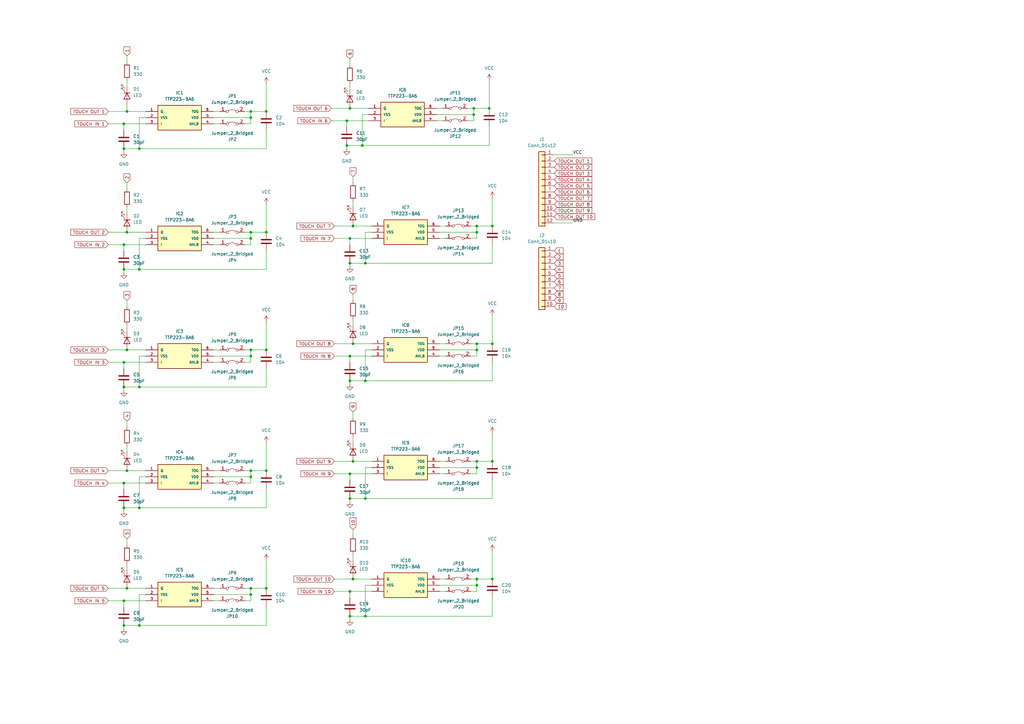
<source format=kicad_sch>
(kicad_sch (version 20211123) (generator eeschema)

  (uuid 1bdc8a25-a0e0-4c29-b765-38a6a7e58360)

  (paper "A3")

  (lib_symbols
    (symbol "Connector_Generic:Conn_01x10" (pin_names (offset 1.016) hide) (in_bom yes) (on_board yes)
      (property "Reference" "J" (id 0) (at 0 12.7 0)
        (effects (font (size 1.27 1.27)))
      )
      (property "Value" "Conn_01x10" (id 1) (at 0 -15.24 0)
        (effects (font (size 1.27 1.27)))
      )
      (property "Footprint" "" (id 2) (at 0 0 0)
        (effects (font (size 1.27 1.27)) hide)
      )
      (property "Datasheet" "~" (id 3) (at 0 0 0)
        (effects (font (size 1.27 1.27)) hide)
      )
      (property "ki_keywords" "connector" (id 4) (at 0 0 0)
        (effects (font (size 1.27 1.27)) hide)
      )
      (property "ki_description" "Generic connector, single row, 01x10, script generated (kicad-library-utils/schlib/autogen/connector/)" (id 5) (at 0 0 0)
        (effects (font (size 1.27 1.27)) hide)
      )
      (property "ki_fp_filters" "Connector*:*_1x??_*" (id 6) (at 0 0 0)
        (effects (font (size 1.27 1.27)) hide)
      )
      (symbol "Conn_01x10_1_1"
        (rectangle (start -1.27 -12.573) (end 0 -12.827)
          (stroke (width 0.1524) (type default) (color 0 0 0 0))
          (fill (type none))
        )
        (rectangle (start -1.27 -10.033) (end 0 -10.287)
          (stroke (width 0.1524) (type default) (color 0 0 0 0))
          (fill (type none))
        )
        (rectangle (start -1.27 -7.493) (end 0 -7.747)
          (stroke (width 0.1524) (type default) (color 0 0 0 0))
          (fill (type none))
        )
        (rectangle (start -1.27 -4.953) (end 0 -5.207)
          (stroke (width 0.1524) (type default) (color 0 0 0 0))
          (fill (type none))
        )
        (rectangle (start -1.27 -2.413) (end 0 -2.667)
          (stroke (width 0.1524) (type default) (color 0 0 0 0))
          (fill (type none))
        )
        (rectangle (start -1.27 0.127) (end 0 -0.127)
          (stroke (width 0.1524) (type default) (color 0 0 0 0))
          (fill (type none))
        )
        (rectangle (start -1.27 2.667) (end 0 2.413)
          (stroke (width 0.1524) (type default) (color 0 0 0 0))
          (fill (type none))
        )
        (rectangle (start -1.27 5.207) (end 0 4.953)
          (stroke (width 0.1524) (type default) (color 0 0 0 0))
          (fill (type none))
        )
        (rectangle (start -1.27 7.747) (end 0 7.493)
          (stroke (width 0.1524) (type default) (color 0 0 0 0))
          (fill (type none))
        )
        (rectangle (start -1.27 10.287) (end 0 10.033)
          (stroke (width 0.1524) (type default) (color 0 0 0 0))
          (fill (type none))
        )
        (rectangle (start -1.27 11.43) (end 1.27 -13.97)
          (stroke (width 0.254) (type default) (color 0 0 0 0))
          (fill (type background))
        )
        (pin passive line (at -5.08 10.16 0) (length 3.81)
          (name "Pin_1" (effects (font (size 1.27 1.27))))
          (number "1" (effects (font (size 1.27 1.27))))
        )
        (pin passive line (at -5.08 -12.7 0) (length 3.81)
          (name "Pin_10" (effects (font (size 1.27 1.27))))
          (number "10" (effects (font (size 1.27 1.27))))
        )
        (pin passive line (at -5.08 7.62 0) (length 3.81)
          (name "Pin_2" (effects (font (size 1.27 1.27))))
          (number "2" (effects (font (size 1.27 1.27))))
        )
        (pin passive line (at -5.08 5.08 0) (length 3.81)
          (name "Pin_3" (effects (font (size 1.27 1.27))))
          (number "3" (effects (font (size 1.27 1.27))))
        )
        (pin passive line (at -5.08 2.54 0) (length 3.81)
          (name "Pin_4" (effects (font (size 1.27 1.27))))
          (number "4" (effects (font (size 1.27 1.27))))
        )
        (pin passive line (at -5.08 0 0) (length 3.81)
          (name "Pin_5" (effects (font (size 1.27 1.27))))
          (number "5" (effects (font (size 1.27 1.27))))
        )
        (pin passive line (at -5.08 -2.54 0) (length 3.81)
          (name "Pin_6" (effects (font (size 1.27 1.27))))
          (number "6" (effects (font (size 1.27 1.27))))
        )
        (pin passive line (at -5.08 -5.08 0) (length 3.81)
          (name "Pin_7" (effects (font (size 1.27 1.27))))
          (number "7" (effects (font (size 1.27 1.27))))
        )
        (pin passive line (at -5.08 -7.62 0) (length 3.81)
          (name "Pin_8" (effects (font (size 1.27 1.27))))
          (number "8" (effects (font (size 1.27 1.27))))
        )
        (pin passive line (at -5.08 -10.16 0) (length 3.81)
          (name "Pin_9" (effects (font (size 1.27 1.27))))
          (number "9" (effects (font (size 1.27 1.27))))
        )
      )
    )
    (symbol "Connector_Generic:Conn_01x12" (pin_names (offset 1.016) hide) (in_bom yes) (on_board yes)
      (property "Reference" "J" (id 0) (at 0 15.24 0)
        (effects (font (size 1.27 1.27)))
      )
      (property "Value" "Conn_01x12" (id 1) (at 0 -17.78 0)
        (effects (font (size 1.27 1.27)))
      )
      (property "Footprint" "" (id 2) (at 0 0 0)
        (effects (font (size 1.27 1.27)) hide)
      )
      (property "Datasheet" "~" (id 3) (at 0 0 0)
        (effects (font (size 1.27 1.27)) hide)
      )
      (property "ki_keywords" "connector" (id 4) (at 0 0 0)
        (effects (font (size 1.27 1.27)) hide)
      )
      (property "ki_description" "Generic connector, single row, 01x12, script generated (kicad-library-utils/schlib/autogen/connector/)" (id 5) (at 0 0 0)
        (effects (font (size 1.27 1.27)) hide)
      )
      (property "ki_fp_filters" "Connector*:*_1x??_*" (id 6) (at 0 0 0)
        (effects (font (size 1.27 1.27)) hide)
      )
      (symbol "Conn_01x12_1_1"
        (rectangle (start -1.27 -15.113) (end 0 -15.367)
          (stroke (width 0.1524) (type default) (color 0 0 0 0))
          (fill (type none))
        )
        (rectangle (start -1.27 -12.573) (end 0 -12.827)
          (stroke (width 0.1524) (type default) (color 0 0 0 0))
          (fill (type none))
        )
        (rectangle (start -1.27 -10.033) (end 0 -10.287)
          (stroke (width 0.1524) (type default) (color 0 0 0 0))
          (fill (type none))
        )
        (rectangle (start -1.27 -7.493) (end 0 -7.747)
          (stroke (width 0.1524) (type default) (color 0 0 0 0))
          (fill (type none))
        )
        (rectangle (start -1.27 -4.953) (end 0 -5.207)
          (stroke (width 0.1524) (type default) (color 0 0 0 0))
          (fill (type none))
        )
        (rectangle (start -1.27 -2.413) (end 0 -2.667)
          (stroke (width 0.1524) (type default) (color 0 0 0 0))
          (fill (type none))
        )
        (rectangle (start -1.27 0.127) (end 0 -0.127)
          (stroke (width 0.1524) (type default) (color 0 0 0 0))
          (fill (type none))
        )
        (rectangle (start -1.27 2.667) (end 0 2.413)
          (stroke (width 0.1524) (type default) (color 0 0 0 0))
          (fill (type none))
        )
        (rectangle (start -1.27 5.207) (end 0 4.953)
          (stroke (width 0.1524) (type default) (color 0 0 0 0))
          (fill (type none))
        )
        (rectangle (start -1.27 7.747) (end 0 7.493)
          (stroke (width 0.1524) (type default) (color 0 0 0 0))
          (fill (type none))
        )
        (rectangle (start -1.27 10.287) (end 0 10.033)
          (stroke (width 0.1524) (type default) (color 0 0 0 0))
          (fill (type none))
        )
        (rectangle (start -1.27 12.827) (end 0 12.573)
          (stroke (width 0.1524) (type default) (color 0 0 0 0))
          (fill (type none))
        )
        (rectangle (start -1.27 13.97) (end 1.27 -16.51)
          (stroke (width 0.254) (type default) (color 0 0 0 0))
          (fill (type background))
        )
        (pin passive line (at -5.08 12.7 0) (length 3.81)
          (name "Pin_1" (effects (font (size 1.27 1.27))))
          (number "1" (effects (font (size 1.27 1.27))))
        )
        (pin passive line (at -5.08 -10.16 0) (length 3.81)
          (name "Pin_10" (effects (font (size 1.27 1.27))))
          (number "10" (effects (font (size 1.27 1.27))))
        )
        (pin passive line (at -5.08 -12.7 0) (length 3.81)
          (name "Pin_11" (effects (font (size 1.27 1.27))))
          (number "11" (effects (font (size 1.27 1.27))))
        )
        (pin passive line (at -5.08 -15.24 0) (length 3.81)
          (name "Pin_12" (effects (font (size 1.27 1.27))))
          (number "12" (effects (font (size 1.27 1.27))))
        )
        (pin passive line (at -5.08 10.16 0) (length 3.81)
          (name "Pin_2" (effects (font (size 1.27 1.27))))
          (number "2" (effects (font (size 1.27 1.27))))
        )
        (pin passive line (at -5.08 7.62 0) (length 3.81)
          (name "Pin_3" (effects (font (size 1.27 1.27))))
          (number "3" (effects (font (size 1.27 1.27))))
        )
        (pin passive line (at -5.08 5.08 0) (length 3.81)
          (name "Pin_4" (effects (font (size 1.27 1.27))))
          (number "4" (effects (font (size 1.27 1.27))))
        )
        (pin passive line (at -5.08 2.54 0) (length 3.81)
          (name "Pin_5" (effects (font (size 1.27 1.27))))
          (number "5" (effects (font (size 1.27 1.27))))
        )
        (pin passive line (at -5.08 0 0) (length 3.81)
          (name "Pin_6" (effects (font (size 1.27 1.27))))
          (number "6" (effects (font (size 1.27 1.27))))
        )
        (pin passive line (at -5.08 -2.54 0) (length 3.81)
          (name "Pin_7" (effects (font (size 1.27 1.27))))
          (number "7" (effects (font (size 1.27 1.27))))
        )
        (pin passive line (at -5.08 -5.08 0) (length 3.81)
          (name "Pin_8" (effects (font (size 1.27 1.27))))
          (number "8" (effects (font (size 1.27 1.27))))
        )
        (pin passive line (at -5.08 -7.62 0) (length 3.81)
          (name "Pin_9" (effects (font (size 1.27 1.27))))
          (number "9" (effects (font (size 1.27 1.27))))
        )
      )
    )
    (symbol "Device:C" (pin_numbers hide) (pin_names (offset 0.254)) (in_bom yes) (on_board yes)
      (property "Reference" "C" (id 0) (at 0.635 2.54 0)
        (effects (font (size 1.27 1.27)) (justify left))
      )
      (property "Value" "C" (id 1) (at 0.635 -2.54 0)
        (effects (font (size 1.27 1.27)) (justify left))
      )
      (property "Footprint" "" (id 2) (at 0.9652 -3.81 0)
        (effects (font (size 1.27 1.27)) hide)
      )
      (property "Datasheet" "~" (id 3) (at 0 0 0)
        (effects (font (size 1.27 1.27)) hide)
      )
      (property "ki_keywords" "cap capacitor" (id 4) (at 0 0 0)
        (effects (font (size 1.27 1.27)) hide)
      )
      (property "ki_description" "Unpolarized capacitor" (id 5) (at 0 0 0)
        (effects (font (size 1.27 1.27)) hide)
      )
      (property "ki_fp_filters" "C_*" (id 6) (at 0 0 0)
        (effects (font (size 1.27 1.27)) hide)
      )
      (symbol "C_0_1"
        (polyline
          (pts
            (xy -2.032 -0.762)
            (xy 2.032 -0.762)
          )
          (stroke (width 0.508) (type default) (color 0 0 0 0))
          (fill (type none))
        )
        (polyline
          (pts
            (xy -2.032 0.762)
            (xy 2.032 0.762)
          )
          (stroke (width 0.508) (type default) (color 0 0 0 0))
          (fill (type none))
        )
      )
      (symbol "C_1_1"
        (pin passive line (at 0 3.81 270) (length 2.794)
          (name "~" (effects (font (size 1.27 1.27))))
          (number "1" (effects (font (size 1.27 1.27))))
        )
        (pin passive line (at 0 -3.81 90) (length 2.794)
          (name "~" (effects (font (size 1.27 1.27))))
          (number "2" (effects (font (size 1.27 1.27))))
        )
      )
    )
    (symbol "Device:LED" (pin_numbers hide) (pin_names (offset 1.016) hide) (in_bom yes) (on_board yes)
      (property "Reference" "D" (id 0) (at 0 2.54 0)
        (effects (font (size 1.27 1.27)))
      )
      (property "Value" "LED" (id 1) (at 0 -2.54 0)
        (effects (font (size 1.27 1.27)))
      )
      (property "Footprint" "" (id 2) (at 0 0 0)
        (effects (font (size 1.27 1.27)) hide)
      )
      (property "Datasheet" "~" (id 3) (at 0 0 0)
        (effects (font (size 1.27 1.27)) hide)
      )
      (property "ki_keywords" "LED diode" (id 4) (at 0 0 0)
        (effects (font (size 1.27 1.27)) hide)
      )
      (property "ki_description" "Light emitting diode" (id 5) (at 0 0 0)
        (effects (font (size 1.27 1.27)) hide)
      )
      (property "ki_fp_filters" "LED* LED_SMD:* LED_THT:*" (id 6) (at 0 0 0)
        (effects (font (size 1.27 1.27)) hide)
      )
      (symbol "LED_0_1"
        (polyline
          (pts
            (xy -1.27 -1.27)
            (xy -1.27 1.27)
          )
          (stroke (width 0.254) (type default) (color 0 0 0 0))
          (fill (type none))
        )
        (polyline
          (pts
            (xy -1.27 0)
            (xy 1.27 0)
          )
          (stroke (width 0) (type default) (color 0 0 0 0))
          (fill (type none))
        )
        (polyline
          (pts
            (xy 1.27 -1.27)
            (xy 1.27 1.27)
            (xy -1.27 0)
            (xy 1.27 -1.27)
          )
          (stroke (width 0.254) (type default) (color 0 0 0 0))
          (fill (type none))
        )
        (polyline
          (pts
            (xy -3.048 -0.762)
            (xy -4.572 -2.286)
            (xy -3.81 -2.286)
            (xy -4.572 -2.286)
            (xy -4.572 -1.524)
          )
          (stroke (width 0) (type default) (color 0 0 0 0))
          (fill (type none))
        )
        (polyline
          (pts
            (xy -1.778 -0.762)
            (xy -3.302 -2.286)
            (xy -2.54 -2.286)
            (xy -3.302 -2.286)
            (xy -3.302 -1.524)
          )
          (stroke (width 0) (type default) (color 0 0 0 0))
          (fill (type none))
        )
      )
      (symbol "LED_1_1"
        (pin passive line (at -3.81 0 0) (length 2.54)
          (name "K" (effects (font (size 1.27 1.27))))
          (number "1" (effects (font (size 1.27 1.27))))
        )
        (pin passive line (at 3.81 0 180) (length 2.54)
          (name "A" (effects (font (size 1.27 1.27))))
          (number "2" (effects (font (size 1.27 1.27))))
        )
      )
    )
    (symbol "Device:R" (pin_numbers hide) (pin_names (offset 0)) (in_bom yes) (on_board yes)
      (property "Reference" "R" (id 0) (at 2.032 0 90)
        (effects (font (size 1.27 1.27)))
      )
      (property "Value" "R" (id 1) (at 0 0 90)
        (effects (font (size 1.27 1.27)))
      )
      (property "Footprint" "" (id 2) (at -1.778 0 90)
        (effects (font (size 1.27 1.27)) hide)
      )
      (property "Datasheet" "~" (id 3) (at 0 0 0)
        (effects (font (size 1.27 1.27)) hide)
      )
      (property "ki_keywords" "R res resistor" (id 4) (at 0 0 0)
        (effects (font (size 1.27 1.27)) hide)
      )
      (property "ki_description" "Resistor" (id 5) (at 0 0 0)
        (effects (font (size 1.27 1.27)) hide)
      )
      (property "ki_fp_filters" "R_*" (id 6) (at 0 0 0)
        (effects (font (size 1.27 1.27)) hide)
      )
      (symbol "R_0_1"
        (rectangle (start -1.016 -2.54) (end 1.016 2.54)
          (stroke (width 0.254) (type default) (color 0 0 0 0))
          (fill (type none))
        )
      )
      (symbol "R_1_1"
        (pin passive line (at 0 3.81 270) (length 1.27)
          (name "~" (effects (font (size 1.27 1.27))))
          (number "1" (effects (font (size 1.27 1.27))))
        )
        (pin passive line (at 0 -3.81 90) (length 1.27)
          (name "~" (effects (font (size 1.27 1.27))))
          (number "2" (effects (font (size 1.27 1.27))))
        )
      )
    )
    (symbol "Jumper:Jumper_2_Bridged" (pin_names (offset 0) hide) (in_bom yes) (on_board yes)
      (property "Reference" "JP" (id 0) (at 0 1.905 0)
        (effects (font (size 1.27 1.27)))
      )
      (property "Value" "Jumper_2_Bridged" (id 1) (at 0 -2.54 0)
        (effects (font (size 1.27 1.27)))
      )
      (property "Footprint" "" (id 2) (at 0 0 0)
        (effects (font (size 1.27 1.27)) hide)
      )
      (property "Datasheet" "~" (id 3) (at 0 0 0)
        (effects (font (size 1.27 1.27)) hide)
      )
      (property "ki_keywords" "Jumper SPST" (id 4) (at 0 0 0)
        (effects (font (size 1.27 1.27)) hide)
      )
      (property "ki_description" "Jumper, 2-pole, closed/bridged" (id 5) (at 0 0 0)
        (effects (font (size 1.27 1.27)) hide)
      )
      (property "ki_fp_filters" "Jumper* TestPoint*2Pads* TestPoint*Bridge*" (id 6) (at 0 0 0)
        (effects (font (size 1.27 1.27)) hide)
      )
      (symbol "Jumper_2_Bridged_0_0"
        (circle (center -2.032 0) (radius 0.508)
          (stroke (width 0) (type default) (color 0 0 0 0))
          (fill (type none))
        )
        (circle (center 2.032 0) (radius 0.508)
          (stroke (width 0) (type default) (color 0 0 0 0))
          (fill (type none))
        )
      )
      (symbol "Jumper_2_Bridged_0_1"
        (arc (start 1.524 0.254) (mid 0 0.762) (end -1.524 0.254)
          (stroke (width 0) (type default) (color 0 0 0 0))
          (fill (type none))
        )
      )
      (symbol "Jumper_2_Bridged_1_1"
        (pin passive line (at -5.08 0 0) (length 2.54)
          (name "A" (effects (font (size 1.27 1.27))))
          (number "1" (effects (font (size 1.27 1.27))))
        )
        (pin passive line (at 5.08 0 180) (length 2.54)
          (name "B" (effects (font (size 1.27 1.27))))
          (number "2" (effects (font (size 1.27 1.27))))
        )
      )
    )
    (symbol "TTP223-BA6:TTP223-BA6" (pin_names (offset 1.016)) (in_bom yes) (on_board yes)
      (property "Reference" "IC" (id 0) (at 24.13 7.62 0)
        (effects (font (size 1.27 1.27)) (justify left))
      )
      (property "Value" "TTP223-BA6" (id 1) (at 24.13 5.08 0)
        (effects (font (size 1.27 1.27)) (justify left))
      )
      (property "Footprint" "SOT95P285X126-6N" (id 2) (at 0 0 0)
        (effects (font (size 1.27 1.27)) (justify bottom) hide)
      )
      (property "Datasheet" "" (id 3) (at 0 0 0)
        (effects (font (size 1.27 1.27)) hide)
      )
      (property "MANUFACTURER_NAME" "TONTEK" (id 4) (at 0 0 0)
        (effects (font (size 1.27 1.27)) (justify bottom) hide)
      )
      (property "MOUSER_PART_NUMBER" "" (id 5) (at 0 0 0)
        (effects (font (size 1.27 1.27)) (justify bottom) hide)
      )
      (property "MOUSER_PRICE-STOCK" "" (id 6) (at 0 0 0)
        (effects (font (size 1.27 1.27)) (justify bottom) hide)
      )
      (property "DESCRIPTION" "1 KEY TOUCH PAD DETECTOR IC" (id 7) (at 0 0 0)
        (effects (font (size 1.27 1.27)) (justify bottom) hide)
      )
      (property "HEIGHT" "1.26mm" (id 8) (at 0 0 0)
        (effects (font (size 1.27 1.27)) (justify bottom) hide)
      )
      (property "RS_PRICE-STOCK" "" (id 9) (at 0 0 0)
        (effects (font (size 1.27 1.27)) (justify bottom) hide)
      )
      (property "MANUFACTURER_PART_NUMBER" "TTP223-BA6" (id 10) (at 0 0 0)
        (effects (font (size 1.27 1.27)) (justify bottom) hide)
      )
      (property "RS_PART_NUMBER" "" (id 11) (at 0 0 0)
        (effects (font (size 1.27 1.27)) (justify bottom) hide)
      )
      (symbol "TTP223-BA6_0_0"
        (rectangle (start 5.08 -7.62) (end 22.86 2.54)
          (stroke (width 0.254) (type default) (color 0 0 0 0))
          (fill (type background))
        )
        (pin bidirectional line (at 0 0 0) (length 5.08)
          (name "Q" (effects (font (size 1.016 1.016))))
          (number "1" (effects (font (size 1.016 1.016))))
        )
        (pin bidirectional line (at 0 -2.54 0) (length 5.08)
          (name "VSS" (effects (font (size 1.016 1.016))))
          (number "2" (effects (font (size 1.016 1.016))))
        )
        (pin bidirectional line (at 0 -5.08 0) (length 5.08)
          (name "I" (effects (font (size 1.016 1.016))))
          (number "3" (effects (font (size 1.016 1.016))))
        )
        (pin bidirectional line (at 27.94 -5.08 180) (length 5.08)
          (name "AHLB" (effects (font (size 1.016 1.016))))
          (number "4" (effects (font (size 1.016 1.016))))
        )
        (pin bidirectional line (at 27.94 -2.54 180) (length 5.08)
          (name "VDD" (effects (font (size 1.016 1.016))))
          (number "5" (effects (font (size 1.016 1.016))))
        )
        (pin bidirectional line (at 27.94 0 180) (length 5.08)
          (name "TOG" (effects (font (size 1.016 1.016))))
          (number "6" (effects (font (size 1.016 1.016))))
        )
      )
    )
    (symbol "power:GND" (power) (pin_names (offset 0)) (in_bom yes) (on_board yes)
      (property "Reference" "#PWR" (id 0) (at 0 -6.35 0)
        (effects (font (size 1.27 1.27)) hide)
      )
      (property "Value" "GND" (id 1) (at 0 -3.81 0)
        (effects (font (size 1.27 1.27)))
      )
      (property "Footprint" "" (id 2) (at 0 0 0)
        (effects (font (size 1.27 1.27)) hide)
      )
      (property "Datasheet" "" (id 3) (at 0 0 0)
        (effects (font (size 1.27 1.27)) hide)
      )
      (property "ki_keywords" "global power" (id 4) (at 0 0 0)
        (effects (font (size 1.27 1.27)) hide)
      )
      (property "ki_description" "Power symbol creates a global label with name \"GND\" , ground" (id 5) (at 0 0 0)
        (effects (font (size 1.27 1.27)) hide)
      )
      (symbol "GND_0_1"
        (polyline
          (pts
            (xy 0 0)
            (xy 0 -1.27)
            (xy 1.27 -1.27)
            (xy 0 -2.54)
            (xy -1.27 -1.27)
            (xy 0 -1.27)
          )
          (stroke (width 0) (type default) (color 0 0 0 0))
          (fill (type none))
        )
      )
      (symbol "GND_1_1"
        (pin power_in line (at 0 0 270) (length 0) hide
          (name "GND" (effects (font (size 1.27 1.27))))
          (number "1" (effects (font (size 1.27 1.27))))
        )
      )
    )
    (symbol "power:VCC" (power) (pin_names (offset 0)) (in_bom yes) (on_board yes)
      (property "Reference" "#PWR" (id 0) (at 0 -3.81 0)
        (effects (font (size 1.27 1.27)) hide)
      )
      (property "Value" "VCC" (id 1) (at 0 3.81 0)
        (effects (font (size 1.27 1.27)))
      )
      (property "Footprint" "" (id 2) (at 0 0 0)
        (effects (font (size 1.27 1.27)) hide)
      )
      (property "Datasheet" "" (id 3) (at 0 0 0)
        (effects (font (size 1.27 1.27)) hide)
      )
      (property "ki_keywords" "global power" (id 4) (at 0 0 0)
        (effects (font (size 1.27 1.27)) hide)
      )
      (property "ki_description" "Power symbol creates a global label with name \"VCC\"" (id 5) (at 0 0 0)
        (effects (font (size 1.27 1.27)) hide)
      )
      (symbol "VCC_0_1"
        (polyline
          (pts
            (xy -0.762 1.27)
            (xy 0 2.54)
          )
          (stroke (width 0) (type default) (color 0 0 0 0))
          (fill (type none))
        )
        (polyline
          (pts
            (xy 0 0)
            (xy 0 2.54)
          )
          (stroke (width 0) (type default) (color 0 0 0 0))
          (fill (type none))
        )
        (polyline
          (pts
            (xy 0 2.54)
            (xy 0.762 1.27)
          )
          (stroke (width 0) (type default) (color 0 0 0 0))
          (fill (type none))
        )
      )
      (symbol "VCC_1_1"
        (pin power_in line (at 0 0 90) (length 0) hide
          (name "VCC" (effects (font (size 1.27 1.27))))
          (number "1" (effects (font (size 1.27 1.27))))
        )
      )
    )
  )

  (junction (at 195.58 92.71) (diameter 0) (color 0 0 0 0)
    (uuid 01a283f5-e0d1-4ebb-acfd-1a243e70b18f)
  )
  (junction (at 201.93 140.97) (diameter 0) (color 0 0 0 0)
    (uuid 0d4807ab-e4c8-4c94-ae45-2bd670765ec4)
  )
  (junction (at 102.87 48.26) (diameter 0) (color 0 0 0 0)
    (uuid 1151f7d2-d8d1-4c9b-a182-85ed44d28f04)
  )
  (junction (at 194.31 46.99) (diameter 0) (color 0 0 0 0)
    (uuid 14587943-e6c7-4ad3-afff-94888b3d533a)
  )
  (junction (at 50.8 60.96) (diameter 0) (color 0 0 0 0)
    (uuid 17337b48-f7b4-4e7b-a4ca-01c6c468261a)
  )
  (junction (at 144.78 189.23) (diameter 0) (color 0 0 0 0)
    (uuid 17c91a7e-d1e9-4b95-b95f-504cdadee8a5)
  )
  (junction (at 50.8 148.59) (diameter 0) (color 0 0 0 0)
    (uuid 18701eb5-dcbf-4e8a-9c25-a5ffac000e24)
  )
  (junction (at 50.8 100.33) (diameter 0) (color 0 0 0 0)
    (uuid 1de09081-33ed-4567-8252-1b37ac3941e6)
  )
  (junction (at 201.93 92.71) (diameter 0) (color 0 0 0 0)
    (uuid 29a1a977-c16d-4f4a-a170-df14a57cfac7)
  )
  (junction (at 50.8 198.12) (diameter 0) (color 0 0 0 0)
    (uuid 2be98dba-720a-46b2-b5fd-0b919f4bd647)
  )
  (junction (at 57.15 60.96) (diameter 0) (color 0 0 0 0)
    (uuid 2c5cecf9-8191-47b3-963a-451640c45e2d)
  )
  (junction (at 143.51 146.05) (diameter 0) (color 0 0 0 0)
    (uuid 305e0480-1ff6-407a-ac1d-90cb31d690cd)
  )
  (junction (at 195.58 189.23) (diameter 0) (color 0 0 0 0)
    (uuid 32533aec-ddfa-47ef-ae4d-9610090182b9)
  )
  (junction (at 195.58 191.77) (diameter 0) (color 0 0 0 0)
    (uuid 3410da71-7374-49bd-b020-74817cc2c956)
  )
  (junction (at 102.87 45.72) (diameter 0) (color 0 0 0 0)
    (uuid 3690dabb-0374-4518-a3e5-8b51bb5fd116)
  )
  (junction (at 195.58 143.51) (diameter 0) (color 0 0 0 0)
    (uuid 3b734cba-3259-4b5c-a336-3adf89a088ce)
  )
  (junction (at 102.87 143.51) (diameter 0) (color 0 0 0 0)
    (uuid 41016db3-1947-4602-97db-7d576572055d)
  )
  (junction (at 109.22 45.72) (diameter 0) (color 0 0 0 0)
    (uuid 44017568-fef4-4c88-9abb-82d6e6ed08ec)
  )
  (junction (at 102.87 241.3) (diameter 0) (color 0 0 0 0)
    (uuid 4412b8bb-b3ac-4f04-87e1-52da0560683a)
  )
  (junction (at 50.8 256.54) (diameter 0) (color 0 0 0 0)
    (uuid 45115f93-3463-40ce-aa9b-81e15d7df096)
  )
  (junction (at 149.86 252.73) (diameter 0) (color 0 0 0 0)
    (uuid 45d51c22-8023-4fb1-9c2e-9e0214fc6e04)
  )
  (junction (at 195.58 240.03) (diameter 0) (color 0 0 0 0)
    (uuid 4638ae41-39c9-47a7-998a-aa14228c62f3)
  )
  (junction (at 195.58 237.49) (diameter 0) (color 0 0 0 0)
    (uuid 4bb95738-7589-44db-86da-e2364b70161b)
  )
  (junction (at 144.78 237.49) (diameter 0) (color 0 0 0 0)
    (uuid 4e847dae-0023-4d37-9b29-96d1ad6c84de)
  )
  (junction (at 52.07 193.04) (diameter 0) (color 0 0 0 0)
    (uuid 4f19f0c6-7347-4051-8b5e-c8cfdfcca276)
  )
  (junction (at 142.24 49.53) (diameter 0) (color 0 0 0 0)
    (uuid 50eb04d8-6739-4002-9e66-e232da817de1)
  )
  (junction (at 149.86 107.95) (diameter 0) (color 0 0 0 0)
    (uuid 58ff87a2-985a-4988-868a-208e397ff32b)
  )
  (junction (at 109.22 193.04) (diameter 0) (color 0 0 0 0)
    (uuid 5a1e6c37-5dc6-4ec2-8867-2cae24e19546)
  )
  (junction (at 143.51 156.21) (diameter 0) (color 0 0 0 0)
    (uuid 5d50335a-0b40-43e5-80a7-6fe13dc91da8)
  )
  (junction (at 149.86 204.47) (diameter 0) (color 0 0 0 0)
    (uuid 5e71352e-911b-4572-8992-b166c89486bc)
  )
  (junction (at 200.66 44.45) (diameter 0) (color 0 0 0 0)
    (uuid 5fb78cf6-4994-4edf-8634-7dc4471568c2)
  )
  (junction (at 109.22 95.25) (diameter 0) (color 0 0 0 0)
    (uuid 633dd35d-4a6e-45d9-90fb-fc194e2a006f)
  )
  (junction (at 195.58 95.25) (diameter 0) (color 0 0 0 0)
    (uuid 6bca98e2-ac7b-412b-93fe-6f372b3247ba)
  )
  (junction (at 148.59 59.69) (diameter 0) (color 0 0 0 0)
    (uuid 6ddc51da-6042-4dd2-9d84-5d9b4f1ce035)
  )
  (junction (at 102.87 97.79) (diameter 0) (color 0 0 0 0)
    (uuid 6e406eee-6775-4717-853d-f39f648957ba)
  )
  (junction (at 143.51 97.79) (diameter 0) (color 0 0 0 0)
    (uuid 6f9b6bd0-3800-4962-9c67-6042ed9f23d9)
  )
  (junction (at 102.87 243.84) (diameter 0) (color 0 0 0 0)
    (uuid 7060ad22-b8bc-446c-956d-aaa42bd2e67f)
  )
  (junction (at 143.51 242.57) (diameter 0) (color 0 0 0 0)
    (uuid 7283bfd2-57f0-4789-bd1b-e8860230e65d)
  )
  (junction (at 143.51 204.47) (diameter 0) (color 0 0 0 0)
    (uuid 754dcf18-e784-4ca4-b966-4e4da058779d)
  )
  (junction (at 142.24 59.69) (diameter 0) (color 0 0 0 0)
    (uuid 7567eedd-310e-4fd4-8f0a-daa0afd95e59)
  )
  (junction (at 50.8 50.8) (diameter 0) (color 0 0 0 0)
    (uuid 76f46626-b0a3-4a77-9d20-c0c1febe4264)
  )
  (junction (at 109.22 241.3) (diameter 0) (color 0 0 0 0)
    (uuid 775349a9-ad89-4d95-92d0-1839b8fcc1c6)
  )
  (junction (at 102.87 193.04) (diameter 0) (color 0 0 0 0)
    (uuid 7baf80f3-a30e-4e7b-b736-7cba285cd37e)
  )
  (junction (at 201.93 237.49) (diameter 0) (color 0 0 0 0)
    (uuid 86a96834-a760-4a53-92bf-0474dfefc4cb)
  )
  (junction (at 194.31 44.45) (diameter 0) (color 0 0 0 0)
    (uuid 8a1ed515-b9a6-419a-84ae-bb3629fa7269)
  )
  (junction (at 144.78 140.97) (diameter 0) (color 0 0 0 0)
    (uuid 8a7d822f-0126-4c8e-a889-f967b241547c)
  )
  (junction (at 201.93 189.23) (diameter 0) (color 0 0 0 0)
    (uuid 8e850a15-3af8-46db-a7ca-710e0f626885)
  )
  (junction (at 52.07 45.72) (diameter 0) (color 0 0 0 0)
    (uuid 91cea4bf-fe8c-4f33-9075-a5c5a91ee795)
  )
  (junction (at 144.78 92.71) (diameter 0) (color 0 0 0 0)
    (uuid 9ae0aec9-af71-4a0f-974d-0e150218a9d8)
  )
  (junction (at 57.15 208.28) (diameter 0) (color 0 0 0 0)
    (uuid a2932504-5294-4713-8161-16838dc9a669)
  )
  (junction (at 143.51 252.73) (diameter 0) (color 0 0 0 0)
    (uuid a3103604-12e4-49b0-813c-a2e9566d6dc7)
  )
  (junction (at 52.07 143.51) (diameter 0) (color 0 0 0 0)
    (uuid a374e504-7d5c-4a1f-9208-75a98f2aafbd)
  )
  (junction (at 109.22 143.51) (diameter 0) (color 0 0 0 0)
    (uuid a63e16c5-b5fc-400c-9f63-af2ef07ba630)
  )
  (junction (at 52.07 241.3) (diameter 0) (color 0 0 0 0)
    (uuid a78a7537-cd6c-4227-85cf-373d099c9a6b)
  )
  (junction (at 50.8 246.38) (diameter 0) (color 0 0 0 0)
    (uuid ac443ed9-1cee-4592-9787-5947a16055c6)
  )
  (junction (at 149.86 156.21) (diameter 0) (color 0 0 0 0)
    (uuid b09bda70-e3e7-48e8-a8dd-bf32df1fd3ed)
  )
  (junction (at 50.8 158.75) (diameter 0) (color 0 0 0 0)
    (uuid b4994a70-096a-4b67-b406-1e0dc34456f7)
  )
  (junction (at 102.87 95.25) (diameter 0) (color 0 0 0 0)
    (uuid b5fbf711-41bd-4b18-914b-12554de336c8)
  )
  (junction (at 143.51 194.31) (diameter 0) (color 0 0 0 0)
    (uuid bd711a71-a9c4-4b46-9733-492da7327803)
  )
  (junction (at 102.87 146.05) (diameter 0) (color 0 0 0 0)
    (uuid bfaaa633-64da-4443-9582-c47847638ff9)
  )
  (junction (at 143.51 44.45) (diameter 0) (color 0 0 0 0)
    (uuid c420853a-ae41-4f87-9878-faaabe19f230)
  )
  (junction (at 57.15 158.75) (diameter 0) (color 0 0 0 0)
    (uuid c9825187-6d9e-47b3-a560-eae6f4d592a9)
  )
  (junction (at 57.15 110.49) (diameter 0) (color 0 0 0 0)
    (uuid d70c2e18-c1a2-4b9b-8809-c0f7b2caed3a)
  )
  (junction (at 50.8 208.28) (diameter 0) (color 0 0 0 0)
    (uuid d974bc85-69cd-4805-bb83-e9f4a3eb2dad)
  )
  (junction (at 143.51 107.95) (diameter 0) (color 0 0 0 0)
    (uuid e0e0106d-c6fa-4a47-bb84-e7708a83d8c0)
  )
  (junction (at 50.8 110.49) (diameter 0) (color 0 0 0 0)
    (uuid e4932c54-f353-4323-b67c-e05c0384b4ee)
  )
  (junction (at 57.15 256.54) (diameter 0) (color 0 0 0 0)
    (uuid e9810706-1502-4b5d-83fb-a6630867b7f6)
  )
  (junction (at 195.58 140.97) (diameter 0) (color 0 0 0 0)
    (uuid f4dbfaf0-340b-44e0-a8df-1600352702ea)
  )
  (junction (at 102.87 195.58) (diameter 0) (color 0 0 0 0)
    (uuid f6fc6225-6ffa-4e32-9050-e876e421b62d)
  )
  (junction (at 52.07 95.25) (diameter 0) (color 0 0 0 0)
    (uuid fb8255cd-a306-4ac5-b977-522ee5c301d1)
  )

  (wire (pts (xy 200.66 33.02) (xy 200.66 44.45))
    (stroke (width 0) (type default) (color 0 0 0 0))
    (uuid 008a3cb6-1e23-4362-b372-c2e4afe033c8)
  )
  (wire (pts (xy 50.8 53.34) (xy 50.8 50.8))
    (stroke (width 0) (type default) (color 0 0 0 0))
    (uuid 00af367a-492d-427c-acea-e1e6ac07b3e8)
  )
  (wire (pts (xy 50.8 158.75) (xy 50.8 160.02))
    (stroke (width 0) (type default) (color 0 0 0 0))
    (uuid 0421e290-5677-4454-a253-ebd9408fc073)
  )
  (wire (pts (xy 194.31 44.45) (xy 200.66 44.45))
    (stroke (width 0) (type default) (color 0 0 0 0))
    (uuid 06062ddd-c314-48dd-92f2-8c10b1dca450)
  )
  (wire (pts (xy 52.07 241.3) (xy 59.69 241.3))
    (stroke (width 0) (type default) (color 0 0 0 0))
    (uuid 06350de5-30aa-4b63-ad05-59134da60745)
  )
  (wire (pts (xy 201.93 196.85) (xy 201.93 204.47))
    (stroke (width 0) (type default) (color 0 0 0 0))
    (uuid 06ca7a2c-e3cf-4e56-a4ab-4c996f7d2064)
  )
  (wire (pts (xy 143.51 44.45) (xy 151.13 44.45))
    (stroke (width 0) (type default) (color 0 0 0 0))
    (uuid 06f0bc1e-4c90-4f41-b06a-aa21d60e6a93)
  )
  (wire (pts (xy 100.33 241.3) (xy 102.87 241.3))
    (stroke (width 0) (type default) (color 0 0 0 0))
    (uuid 08213e68-e2d0-451c-95fe-4898b1b6c749)
  )
  (wire (pts (xy 50.8 200.66) (xy 50.8 198.12))
    (stroke (width 0) (type default) (color 0 0 0 0))
    (uuid 09dfa37d-e729-4511-bdb2-060378a9869f)
  )
  (wire (pts (xy 180.34 237.49) (xy 182.88 237.49))
    (stroke (width 0) (type default) (color 0 0 0 0))
    (uuid 09e12679-f65f-48f5-b6b0-3e18142a6b65)
  )
  (wire (pts (xy 102.87 195.58) (xy 102.87 193.04))
    (stroke (width 0) (type default) (color 0 0 0 0))
    (uuid 0a2400bf-67d0-4174-a084-979994fa63ba)
  )
  (wire (pts (xy 50.8 148.59) (xy 59.69 148.59))
    (stroke (width 0) (type default) (color 0 0 0 0))
    (uuid 0ac04682-9d8e-4791-863d-f0867b0d89a0)
  )
  (wire (pts (xy 180.34 97.79) (xy 182.88 97.79))
    (stroke (width 0) (type default) (color 0 0 0 0))
    (uuid 0adfaa1f-b73c-435a-be97-2f04914647f0)
  )
  (wire (pts (xy 151.13 46.99) (xy 148.59 46.99))
    (stroke (width 0) (type default) (color 0 0 0 0))
    (uuid 0d59ac1a-9499-44f9-b983-b1c3feb642e4)
  )
  (wire (pts (xy 109.22 53.34) (xy 109.22 60.96))
    (stroke (width 0) (type default) (color 0 0 0 0))
    (uuid 0f3b4421-89ae-483e-b7ca-b5ea5acff7e9)
  )
  (wire (pts (xy 143.51 148.59) (xy 143.51 146.05))
    (stroke (width 0) (type default) (color 0 0 0 0))
    (uuid 11235d16-ba2c-4237-8e66-3afb5ff40cb0)
  )
  (wire (pts (xy 193.04 92.71) (xy 195.58 92.71))
    (stroke (width 0) (type default) (color 0 0 0 0))
    (uuid 112583ed-f59b-43f9-9f57-2e1ec5785dff)
  )
  (wire (pts (xy 50.8 256.54) (xy 50.8 257.81))
    (stroke (width 0) (type default) (color 0 0 0 0))
    (uuid 1307f231-2d82-4064-9d21-60ebe9ba7612)
  )
  (wire (pts (xy 50.8 100.33) (xy 59.69 100.33))
    (stroke (width 0) (type default) (color 0 0 0 0))
    (uuid 14f06679-28a9-478c-9a58-eb77e1572c9a)
  )
  (wire (pts (xy 195.58 191.77) (xy 195.58 189.23))
    (stroke (width 0) (type default) (color 0 0 0 0))
    (uuid 150206c3-03c0-4fa2-8ecb-d49c1bd56088)
  )
  (wire (pts (xy 102.87 97.79) (xy 102.87 95.25))
    (stroke (width 0) (type default) (color 0 0 0 0))
    (uuid 15843909-10a4-4685-b76a-578f7c1a1a24)
  )
  (wire (pts (xy 195.58 95.25) (xy 195.58 92.71))
    (stroke (width 0) (type default) (color 0 0 0 0))
    (uuid 168923a8-7bd1-42fe-84ec-3785c07dcfc3)
  )
  (wire (pts (xy 179.07 46.99) (xy 194.31 46.99))
    (stroke (width 0) (type default) (color 0 0 0 0))
    (uuid 16ceebb6-f3bf-4cfa-8af4-573fc3fc62be)
  )
  (wire (pts (xy 44.45 95.25) (xy 52.07 95.25))
    (stroke (width 0) (type default) (color 0 0 0 0))
    (uuid 18616855-ca87-4c22-bc02-a01f3aaddeb6)
  )
  (wire (pts (xy 87.63 45.72) (xy 90.17 45.72))
    (stroke (width 0) (type default) (color 0 0 0 0))
    (uuid 19bb74ef-c085-4cfd-a979-4ba64be86475)
  )
  (wire (pts (xy 143.51 34.29) (xy 143.51 36.83))
    (stroke (width 0) (type default) (color 0 0 0 0))
    (uuid 1a10d7c7-6c0f-4786-92e1-976186008ea0)
  )
  (wire (pts (xy 109.22 132.08) (xy 109.22 143.51))
    (stroke (width 0) (type default) (color 0 0 0 0))
    (uuid 1a297732-ffef-434f-8585-1c1e41c9270b)
  )
  (wire (pts (xy 180.34 143.51) (xy 195.58 143.51))
    (stroke (width 0) (type default) (color 0 0 0 0))
    (uuid 1b40f36e-cdc0-485b-9452-d2808f5bc912)
  )
  (wire (pts (xy 100.33 95.25) (xy 102.87 95.25))
    (stroke (width 0) (type default) (color 0 0 0 0))
    (uuid 1e579009-d1a6-4852-b53d-f5e173a30964)
  )
  (wire (pts (xy 144.78 179.07) (xy 144.78 181.61))
    (stroke (width 0) (type default) (color 0 0 0 0))
    (uuid 1f54ee85-db4c-4bfc-8e87-3ef0aaa7368b)
  )
  (wire (pts (xy 195.58 240.03) (xy 195.58 237.49))
    (stroke (width 0) (type default) (color 0 0 0 0))
    (uuid 22608e91-a7cd-4efa-9254-483b9e1f6c83)
  )
  (wire (pts (xy 143.51 156.21) (xy 143.51 157.48))
    (stroke (width 0) (type default) (color 0 0 0 0))
    (uuid 26ab62e9-80ec-4cfc-84d2-02dfdd6d99ec)
  )
  (wire (pts (xy 44.45 100.33) (xy 50.8 100.33))
    (stroke (width 0) (type default) (color 0 0 0 0))
    (uuid 274cd8a9-4bd7-4de9-a01e-2f205b2925ab)
  )
  (wire (pts (xy 193.04 242.57) (xy 195.58 242.57))
    (stroke (width 0) (type default) (color 0 0 0 0))
    (uuid 2845dd0f-4e0b-4dc5-8a32-e1aafe665051)
  )
  (wire (pts (xy 143.51 204.47) (xy 143.51 205.74))
    (stroke (width 0) (type default) (color 0 0 0 0))
    (uuid 28a4c220-2b7e-45e1-b955-6cffb13be346)
  )
  (wire (pts (xy 59.69 195.58) (xy 57.15 195.58))
    (stroke (width 0) (type default) (color 0 0 0 0))
    (uuid 28fe0e47-c5f0-417c-88dd-b39140a91147)
  )
  (wire (pts (xy 50.8 248.92) (xy 50.8 246.38))
    (stroke (width 0) (type default) (color 0 0 0 0))
    (uuid 29f117b1-3095-4e03-b400-4eb37929195c)
  )
  (wire (pts (xy 44.45 45.72) (xy 52.07 45.72))
    (stroke (width 0) (type default) (color 0 0 0 0))
    (uuid 2b08fb3d-4a8f-4817-9d0e-57724e56b088)
  )
  (wire (pts (xy 143.51 196.85) (xy 143.51 194.31))
    (stroke (width 0) (type default) (color 0 0 0 0))
    (uuid 2e83b0aa-fbf4-4f50-8ee2-749031cae843)
  )
  (wire (pts (xy 57.15 256.54) (xy 50.8 256.54))
    (stroke (width 0) (type default) (color 0 0 0 0))
    (uuid 2e8486b8-b6b5-49a8-9da9-46c067733140)
  )
  (wire (pts (xy 87.63 100.33) (xy 90.17 100.33))
    (stroke (width 0) (type default) (color 0 0 0 0))
    (uuid 2f6be176-8376-4037-a6a2-a6015251a3bc)
  )
  (wire (pts (xy 201.93 81.28) (xy 201.93 92.71))
    (stroke (width 0) (type default) (color 0 0 0 0))
    (uuid 2fdc13e2-b42b-41f6-96ae-43783e3873d0)
  )
  (wire (pts (xy 100.33 45.72) (xy 102.87 45.72))
    (stroke (width 0) (type default) (color 0 0 0 0))
    (uuid 30d39f26-87ba-451f-b5df-5c9c380e839d)
  )
  (wire (pts (xy 57.15 110.49) (xy 50.8 110.49))
    (stroke (width 0) (type default) (color 0 0 0 0))
    (uuid 31660e1b-8133-4d00-b619-162e18c370aa)
  )
  (wire (pts (xy 109.22 34.29) (xy 109.22 45.72))
    (stroke (width 0) (type default) (color 0 0 0 0))
    (uuid 31f57f6a-0be6-4769-b837-75c9ce5b1a65)
  )
  (wire (pts (xy 50.8 246.38) (xy 59.69 246.38))
    (stroke (width 0) (type default) (color 0 0 0 0))
    (uuid 324f3a20-2bb6-49eb-a4f9-1e41a9e207c5)
  )
  (wire (pts (xy 195.58 189.23) (xy 201.93 189.23))
    (stroke (width 0) (type default) (color 0 0 0 0))
    (uuid 33dbcb99-3265-466b-bc6c-a318016f52aa)
  )
  (wire (pts (xy 102.87 241.3) (xy 109.22 241.3))
    (stroke (width 0) (type default) (color 0 0 0 0))
    (uuid 35b505a1-783e-470f-863d-656d92a0c022)
  )
  (wire (pts (xy 109.22 151.13) (xy 109.22 158.75))
    (stroke (width 0) (type default) (color 0 0 0 0))
    (uuid 35d61394-2638-4f33-bcfa-be703c6381ed)
  )
  (wire (pts (xy 193.04 194.31) (xy 195.58 194.31))
    (stroke (width 0) (type default) (color 0 0 0 0))
    (uuid 36ebd93d-c682-4050-bbe8-600d02f5ced4)
  )
  (wire (pts (xy 227.33 63.5) (xy 234.95 63.5))
    (stroke (width 0) (type default) (color 0 0 0 0))
    (uuid 3746abaa-9470-4ee0-a22e-1c2dcdf138c3)
  )
  (wire (pts (xy 87.63 243.84) (xy 102.87 243.84))
    (stroke (width 0) (type default) (color 0 0 0 0))
    (uuid 383c63bb-81ad-444c-aee4-e6994508be54)
  )
  (wire (pts (xy 152.4 240.03) (xy 149.86 240.03))
    (stroke (width 0) (type default) (color 0 0 0 0))
    (uuid 383eb7eb-bf05-43a8-b26e-9e0bf0ff2681)
  )
  (wire (pts (xy 227.33 91.44) (xy 234.95 91.44))
    (stroke (width 0) (type default) (color 0 0 0 0))
    (uuid 385f349b-dc68-48dd-b67a-e241e5b818d6)
  )
  (wire (pts (xy 102.87 246.38) (xy 102.87 243.84))
    (stroke (width 0) (type default) (color 0 0 0 0))
    (uuid 393a43eb-7206-4b93-95a7-cf4157a4a60b)
  )
  (wire (pts (xy 44.45 246.38) (xy 50.8 246.38))
    (stroke (width 0) (type default) (color 0 0 0 0))
    (uuid 39e44017-cd78-40c8-935d-b824c1f00677)
  )
  (wire (pts (xy 143.51 97.79) (xy 152.4 97.79))
    (stroke (width 0) (type default) (color 0 0 0 0))
    (uuid 3ac9ef7d-714e-4032-87f4-0fe7ca13fcfc)
  )
  (wire (pts (xy 102.87 95.25) (xy 109.22 95.25))
    (stroke (width 0) (type default) (color 0 0 0 0))
    (uuid 3b12172a-3284-440d-a773-ebf7ce6c088a)
  )
  (wire (pts (xy 44.45 193.04) (xy 52.07 193.04))
    (stroke (width 0) (type default) (color 0 0 0 0))
    (uuid 3cf04c5b-b968-45e7-888a-2c7b949ccb3c)
  )
  (wire (pts (xy 180.34 92.71) (xy 182.88 92.71))
    (stroke (width 0) (type default) (color 0 0 0 0))
    (uuid 3f080314-48f6-4d3a-abed-2ffe6f8e3ed0)
  )
  (wire (pts (xy 152.4 191.77) (xy 149.86 191.77))
    (stroke (width 0) (type default) (color 0 0 0 0))
    (uuid 3f8d9f88-bb1a-4bde-8040-7357443e26cf)
  )
  (wire (pts (xy 180.34 146.05) (xy 182.88 146.05))
    (stroke (width 0) (type default) (color 0 0 0 0))
    (uuid 402d5374-ca59-4c50-8d02-4583c712918e)
  )
  (wire (pts (xy 180.34 95.25) (xy 195.58 95.25))
    (stroke (width 0) (type default) (color 0 0 0 0))
    (uuid 411a56b3-e544-449e-802e-717a0988e1ab)
  )
  (wire (pts (xy 144.78 82.55) (xy 144.78 85.09))
    (stroke (width 0) (type default) (color 0 0 0 0))
    (uuid 41313d9e-5073-41c0-8171-b2c99225bad7)
  )
  (wire (pts (xy 109.22 181.61) (xy 109.22 193.04))
    (stroke (width 0) (type default) (color 0 0 0 0))
    (uuid 42385039-4c26-45e5-a3ca-c46687a47e91)
  )
  (wire (pts (xy 152.4 143.51) (xy 149.86 143.51))
    (stroke (width 0) (type default) (color 0 0 0 0))
    (uuid 42d5dfab-c5f0-49eb-90f3-27f70f793ad5)
  )
  (wire (pts (xy 44.45 50.8) (xy 50.8 50.8))
    (stroke (width 0) (type default) (color 0 0 0 0))
    (uuid 449667d4-87cf-4f44-b8b2-d8e565812138)
  )
  (wire (pts (xy 180.34 189.23) (xy 182.88 189.23))
    (stroke (width 0) (type default) (color 0 0 0 0))
    (uuid 44d6a16b-0959-49ed-9c4b-38c80c22411b)
  )
  (wire (pts (xy 149.86 156.21) (xy 143.51 156.21))
    (stroke (width 0) (type default) (color 0 0 0 0))
    (uuid 47cc9714-a69d-4237-b93a-1f383e9a1df1)
  )
  (wire (pts (xy 52.07 220.98) (xy 52.07 223.52))
    (stroke (width 0) (type default) (color 0 0 0 0))
    (uuid 485b8801-b00b-4c9c-aae4-6cc58296944e)
  )
  (wire (pts (xy 100.33 193.04) (xy 102.87 193.04))
    (stroke (width 0) (type default) (color 0 0 0 0))
    (uuid 4a159b5d-563f-41ef-b673-aba2a1bc2bb4)
  )
  (wire (pts (xy 137.16 146.05) (xy 143.51 146.05))
    (stroke (width 0) (type default) (color 0 0 0 0))
    (uuid 4b29f835-c6d3-4fa1-8c70-115eeeffee74)
  )
  (wire (pts (xy 201.93 107.95) (xy 149.86 107.95))
    (stroke (width 0) (type default) (color 0 0 0 0))
    (uuid 4c0bea29-9b71-43bc-a909-ba10a2786eba)
  )
  (wire (pts (xy 143.51 107.95) (xy 143.51 109.22))
    (stroke (width 0) (type default) (color 0 0 0 0))
    (uuid 4d9e5a9e-7f38-4103-80ef-8c34afc0b8d5)
  )
  (wire (pts (xy 52.07 43.18) (xy 52.07 45.72))
    (stroke (width 0) (type default) (color 0 0 0 0))
    (uuid 4e446fca-acf6-469b-97f0-37643950f84f)
  )
  (wire (pts (xy 193.04 237.49) (xy 195.58 237.49))
    (stroke (width 0) (type default) (color 0 0 0 0))
    (uuid 4fe25f20-fb45-43b9-bd6e-126a5c115a71)
  )
  (wire (pts (xy 100.33 148.59) (xy 102.87 148.59))
    (stroke (width 0) (type default) (color 0 0 0 0))
    (uuid 50128c27-faff-41b8-b3f6-6a8eb06c704f)
  )
  (wire (pts (xy 52.07 123.19) (xy 52.07 125.73))
    (stroke (width 0) (type default) (color 0 0 0 0))
    (uuid 52d5ec7f-af0f-4086-853e-09ba64d635b6)
  )
  (wire (pts (xy 109.22 158.75) (xy 57.15 158.75))
    (stroke (width 0) (type default) (color 0 0 0 0))
    (uuid 535ab686-9677-4cbd-a137-def8bc8e76e9)
  )
  (wire (pts (xy 57.15 146.05) (xy 57.15 158.75))
    (stroke (width 0) (type default) (color 0 0 0 0))
    (uuid 540aff19-60a1-4ae6-bde7-13a098f3aec7)
  )
  (wire (pts (xy 135.89 44.45) (xy 143.51 44.45))
    (stroke (width 0) (type default) (color 0 0 0 0))
    (uuid 552b10d7-02ae-47cc-b25d-10c6a4bf68ac)
  )
  (wire (pts (xy 144.78 189.23) (xy 152.4 189.23))
    (stroke (width 0) (type default) (color 0 0 0 0))
    (uuid 5704864c-97e0-4a26-8342-8327f2ce1471)
  )
  (wire (pts (xy 201.93 129.54) (xy 201.93 140.97))
    (stroke (width 0) (type default) (color 0 0 0 0))
    (uuid 570f95ef-e467-4703-b2f7-63a116768d32)
  )
  (wire (pts (xy 102.87 100.33) (xy 102.87 97.79))
    (stroke (width 0) (type default) (color 0 0 0 0))
    (uuid 5863bae3-03be-4701-8340-ba1504dbcf81)
  )
  (wire (pts (xy 137.16 237.49) (xy 144.78 237.49))
    (stroke (width 0) (type default) (color 0 0 0 0))
    (uuid 587179dd-d513-462a-a82f-ea1d1f7059f5)
  )
  (wire (pts (xy 87.63 97.79) (xy 102.87 97.79))
    (stroke (width 0) (type default) (color 0 0 0 0))
    (uuid 58b21d69-2f35-4363-9e68-c3fd739ac011)
  )
  (wire (pts (xy 52.07 172.72) (xy 52.07 175.26))
    (stroke (width 0) (type default) (color 0 0 0 0))
    (uuid 59300317-74f6-4770-8f88-abdb2a6a7c59)
  )
  (wire (pts (xy 52.07 193.04) (xy 59.69 193.04))
    (stroke (width 0) (type default) (color 0 0 0 0))
    (uuid 5a8f1be5-d615-4c55-a89b-503cfaa1231e)
  )
  (wire (pts (xy 201.93 177.8) (xy 201.93 189.23))
    (stroke (width 0) (type default) (color 0 0 0 0))
    (uuid 5bf548db-7f56-41c0-9924-67be13969573)
  )
  (wire (pts (xy 143.51 194.31) (xy 152.4 194.31))
    (stroke (width 0) (type default) (color 0 0 0 0))
    (uuid 5c6ad545-5d3b-459f-bfb6-a5d979ce3827)
  )
  (wire (pts (xy 87.63 95.25) (xy 90.17 95.25))
    (stroke (width 0) (type default) (color 0 0 0 0))
    (uuid 5e57c011-25de-4e27-ba99-3f4856bd6315)
  )
  (wire (pts (xy 195.58 194.31) (xy 195.58 191.77))
    (stroke (width 0) (type default) (color 0 0 0 0))
    (uuid 5ef3d64c-8829-4b99-bf25-8f3b9c09d0e6)
  )
  (wire (pts (xy 137.16 189.23) (xy 144.78 189.23))
    (stroke (width 0) (type default) (color 0 0 0 0))
    (uuid 5f2bea92-c55e-440e-990e-b2fee95e4916)
  )
  (wire (pts (xy 102.87 148.59) (xy 102.87 146.05))
    (stroke (width 0) (type default) (color 0 0 0 0))
    (uuid 63037788-5383-4eac-945e-812325559c79)
  )
  (wire (pts (xy 144.78 237.49) (xy 152.4 237.49))
    (stroke (width 0) (type default) (color 0 0 0 0))
    (uuid 63b2b2f6-9cb1-42b5-8066-22dc5eb2dd53)
  )
  (wire (pts (xy 195.58 92.71) (xy 201.93 92.71))
    (stroke (width 0) (type default) (color 0 0 0 0))
    (uuid 646ee9b3-1112-4914-a0a1-dcecb36cb6c4)
  )
  (wire (pts (xy 102.87 143.51) (xy 109.22 143.51))
    (stroke (width 0) (type default) (color 0 0 0 0))
    (uuid 66209272-f65e-4f33-9bd1-5a14b579bf65)
  )
  (wire (pts (xy 149.86 95.25) (xy 149.86 107.95))
    (stroke (width 0) (type default) (color 0 0 0 0))
    (uuid 67f91164-613e-443e-b932-2c35c5bc6db1)
  )
  (wire (pts (xy 201.93 156.21) (xy 149.86 156.21))
    (stroke (width 0) (type default) (color 0 0 0 0))
    (uuid 69613662-9e86-4ff5-8712-c62f953eb859)
  )
  (wire (pts (xy 201.93 148.59) (xy 201.93 156.21))
    (stroke (width 0) (type default) (color 0 0 0 0))
    (uuid 6f079c58-27ce-42af-b029-6dc5fb10ab08)
  )
  (wire (pts (xy 50.8 151.13) (xy 50.8 148.59))
    (stroke (width 0) (type default) (color 0 0 0 0))
    (uuid 6fb0678f-673f-423d-880e-5a2ea606be50)
  )
  (wire (pts (xy 52.07 74.93) (xy 52.07 77.47))
    (stroke (width 0) (type default) (color 0 0 0 0))
    (uuid 709a7183-84b4-42c4-96f8-4501f5c7c0ff)
  )
  (wire (pts (xy 109.22 248.92) (xy 109.22 256.54))
    (stroke (width 0) (type default) (color 0 0 0 0))
    (uuid 7437554a-454b-4e1d-88ce-4c6322ee4085)
  )
  (wire (pts (xy 50.8 198.12) (xy 59.69 198.12))
    (stroke (width 0) (type default) (color 0 0 0 0))
    (uuid 74d05114-3f05-4346-8131-d6cad7b6e6f9)
  )
  (wire (pts (xy 195.58 146.05) (xy 195.58 143.51))
    (stroke (width 0) (type default) (color 0 0 0 0))
    (uuid 74fcecbe-76ce-4a18-aa09-041f51882186)
  )
  (wire (pts (xy 52.07 33.02) (xy 52.07 35.56))
    (stroke (width 0) (type default) (color 0 0 0 0))
    (uuid 75c13fbd-ca0a-4fac-9d1e-611b9db548e5)
  )
  (wire (pts (xy 57.15 97.79) (xy 57.15 110.49))
    (stroke (width 0) (type default) (color 0 0 0 0))
    (uuid 7626b950-b12b-4ea1-9144-c42766ea8e9b)
  )
  (wire (pts (xy 109.22 110.49) (xy 57.15 110.49))
    (stroke (width 0) (type default) (color 0 0 0 0))
    (uuid 79b322cf-5a08-4f31-8d75-3dbe8a75eff5)
  )
  (wire (pts (xy 59.69 97.79) (xy 57.15 97.79))
    (stroke (width 0) (type default) (color 0 0 0 0))
    (uuid 7a4ae6fe-e237-41d2-af8a-f8d825932367)
  )
  (wire (pts (xy 87.63 50.8) (xy 90.17 50.8))
    (stroke (width 0) (type default) (color 0 0 0 0))
    (uuid 7a74af34-6ec2-4ebb-9ecc-801adac2f0f2)
  )
  (wire (pts (xy 52.07 85.09) (xy 52.07 87.63))
    (stroke (width 0) (type default) (color 0 0 0 0))
    (uuid 7bb8e271-8961-44d9-9cba-3dc56ebd0f9a)
  )
  (wire (pts (xy 100.33 100.33) (xy 102.87 100.33))
    (stroke (width 0) (type default) (color 0 0 0 0))
    (uuid 7c343973-065c-4941-ac97-f63326bed38f)
  )
  (wire (pts (xy 57.15 158.75) (xy 50.8 158.75))
    (stroke (width 0) (type default) (color 0 0 0 0))
    (uuid 7e138e73-b42d-481e-8cb6-213982f25f9c)
  )
  (wire (pts (xy 144.78 168.91) (xy 144.78 171.45))
    (stroke (width 0) (type default) (color 0 0 0 0))
    (uuid 7ea2f0bb-4001-4aeb-a5f0-4db73d14a095)
  )
  (wire (pts (xy 100.33 143.51) (xy 102.87 143.51))
    (stroke (width 0) (type default) (color 0 0 0 0))
    (uuid 7faa32ae-8e81-4376-bad3-06cc00be7a55)
  )
  (wire (pts (xy 100.33 246.38) (xy 102.87 246.38))
    (stroke (width 0) (type default) (color 0 0 0 0))
    (uuid 815c40b5-32c3-47de-b323-1892186dc9c3)
  )
  (wire (pts (xy 52.07 231.14) (xy 52.07 233.68))
    (stroke (width 0) (type default) (color 0 0 0 0))
    (uuid 848ca3d3-0c69-497b-a4d2-decf5c8fc9ff)
  )
  (wire (pts (xy 52.07 182.88) (xy 52.07 185.42))
    (stroke (width 0) (type default) (color 0 0 0 0))
    (uuid 8701e2de-ef6b-4061-983d-92c3b072e9b5)
  )
  (wire (pts (xy 201.93 204.47) (xy 149.86 204.47))
    (stroke (width 0) (type default) (color 0 0 0 0))
    (uuid 8762f4f8-61eb-4963-95ca-0ea7d3436765)
  )
  (wire (pts (xy 180.34 240.03) (xy 195.58 240.03))
    (stroke (width 0) (type default) (color 0 0 0 0))
    (uuid 876a7da1-ebba-45a3-93eb-b2cd809e8d44)
  )
  (wire (pts (xy 144.78 140.97) (xy 152.4 140.97))
    (stroke (width 0) (type default) (color 0 0 0 0))
    (uuid 877902de-016d-4286-8e37-78129d424407)
  )
  (wire (pts (xy 191.77 49.53) (xy 194.31 49.53))
    (stroke (width 0) (type default) (color 0 0 0 0))
    (uuid 877c16f1-a68d-475a-8290-1f45e1217a41)
  )
  (wire (pts (xy 149.86 252.73) (xy 143.51 252.73))
    (stroke (width 0) (type default) (color 0 0 0 0))
    (uuid 87f0cbae-b315-44ab-a649-2c06feb407ff)
  )
  (wire (pts (xy 100.33 198.12) (xy 102.87 198.12))
    (stroke (width 0) (type default) (color 0 0 0 0))
    (uuid 88bb986f-793f-4bb3-8d83-31cc1e160c2a)
  )
  (wire (pts (xy 144.78 130.81) (xy 144.78 133.35))
    (stroke (width 0) (type default) (color 0 0 0 0))
    (uuid 89c8793c-006b-4fd7-8ab7-4a2264bccc90)
  )
  (wire (pts (xy 148.59 59.69) (xy 142.24 59.69))
    (stroke (width 0) (type default) (color 0 0 0 0))
    (uuid 8aa1033a-8e37-4108-aeb9-9ddaf280981c)
  )
  (wire (pts (xy 137.16 92.71) (xy 144.78 92.71))
    (stroke (width 0) (type default) (color 0 0 0 0))
    (uuid 8b60f5f0-a4fa-4780-bd0f-64b4a4a5d6c6)
  )
  (wire (pts (xy 44.45 198.12) (xy 50.8 198.12))
    (stroke (width 0) (type default) (color 0 0 0 0))
    (uuid 8c5fb380-8296-4973-a14f-21eda7736896)
  )
  (wire (pts (xy 137.16 140.97) (xy 144.78 140.97))
    (stroke (width 0) (type default) (color 0 0 0 0))
    (uuid 8ce319dd-8f8c-494b-93ce-4fa847fd6a24)
  )
  (wire (pts (xy 143.51 242.57) (xy 152.4 242.57))
    (stroke (width 0) (type default) (color 0 0 0 0))
    (uuid 8e628ba1-d8fa-4038-90a0-a3ed9ea865b2)
  )
  (wire (pts (xy 180.34 191.77) (xy 195.58 191.77))
    (stroke (width 0) (type default) (color 0 0 0 0))
    (uuid 8ee36215-de8a-4475-bfce-af315f639ce8)
  )
  (wire (pts (xy 135.89 49.53) (xy 142.24 49.53))
    (stroke (width 0) (type default) (color 0 0 0 0))
    (uuid 8f56477d-6145-4db7-8e77-c1929a1d8d0f)
  )
  (wire (pts (xy 109.22 83.82) (xy 109.22 95.25))
    (stroke (width 0) (type default) (color 0 0 0 0))
    (uuid 922dadd3-c28e-4a2b-878e-ea64df45e0f0)
  )
  (wire (pts (xy 144.78 92.71) (xy 152.4 92.71))
    (stroke (width 0) (type default) (color 0 0 0 0))
    (uuid 9377a5f7-320a-45eb-afbf-8b8a84af0948)
  )
  (wire (pts (xy 179.07 49.53) (xy 181.61 49.53))
    (stroke (width 0) (type default) (color 0 0 0 0))
    (uuid 941de397-5033-4b89-a678-dbedb69ac62a)
  )
  (wire (pts (xy 50.8 50.8) (xy 59.69 50.8))
    (stroke (width 0) (type default) (color 0 0 0 0))
    (uuid 9471a813-148a-4af8-a699-8c8dac31fbb1)
  )
  (wire (pts (xy 87.63 246.38) (xy 90.17 246.38))
    (stroke (width 0) (type default) (color 0 0 0 0))
    (uuid 96527f95-b5c8-41cf-836b-7499703598a5)
  )
  (wire (pts (xy 57.15 60.96) (xy 50.8 60.96))
    (stroke (width 0) (type default) (color 0 0 0 0))
    (uuid 96bbc4d0-c11d-4d1b-b91d-0cac61fc09fa)
  )
  (wire (pts (xy 87.63 146.05) (xy 102.87 146.05))
    (stroke (width 0) (type default) (color 0 0 0 0))
    (uuid 96e12ad5-ad9e-40d8-966b-dfe00b2d31e1)
  )
  (wire (pts (xy 59.69 48.26) (xy 57.15 48.26))
    (stroke (width 0) (type default) (color 0 0 0 0))
    (uuid 981de1ef-c529-4cf7-97f1-96d86d441595)
  )
  (wire (pts (xy 179.07 44.45) (xy 181.61 44.45))
    (stroke (width 0) (type default) (color 0 0 0 0))
    (uuid 9829fb94-4165-4bfe-9210-13b9299cbbd5)
  )
  (wire (pts (xy 149.86 143.51) (xy 149.86 156.21))
    (stroke (width 0) (type default) (color 0 0 0 0))
    (uuid 98f8a942-f4ed-4ba4-b3af-c5a8c88de475)
  )
  (wire (pts (xy 100.33 50.8) (xy 102.87 50.8))
    (stroke (width 0) (type default) (color 0 0 0 0))
    (uuid 9bc8d623-d05b-463c-b4ef-3b4d80b5b7d3)
  )
  (wire (pts (xy 143.51 252.73) (xy 143.51 254))
    (stroke (width 0) (type default) (color 0 0 0 0))
    (uuid 9d2043ef-78c1-4286-b1bb-6221bb2281d9)
  )
  (wire (pts (xy 59.69 243.84) (xy 57.15 243.84))
    (stroke (width 0) (type default) (color 0 0 0 0))
    (uuid 9d7fa089-6a19-49c3-873f-db27fced39cc)
  )
  (wire (pts (xy 144.78 72.39) (xy 144.78 74.93))
    (stroke (width 0) (type default) (color 0 0 0 0))
    (uuid a0b22d40-e31c-4113-91ca-0665ae8469ea)
  )
  (wire (pts (xy 201.93 245.11) (xy 201.93 252.73))
    (stroke (width 0) (type default) (color 0 0 0 0))
    (uuid a17a404e-fd6c-4577-a4af-526dc05a3c29)
  )
  (wire (pts (xy 109.22 208.28) (xy 57.15 208.28))
    (stroke (width 0) (type default) (color 0 0 0 0))
    (uuid a3e4d44e-49d8-4221-80f3-4b61c5b388f2)
  )
  (wire (pts (xy 193.04 189.23) (xy 195.58 189.23))
    (stroke (width 0) (type default) (color 0 0 0 0))
    (uuid a534849d-87ce-44fa-b230-a42fa227f57c)
  )
  (wire (pts (xy 144.78 227.33) (xy 144.78 229.87))
    (stroke (width 0) (type default) (color 0 0 0 0))
    (uuid a758c37a-376b-4232-b46d-eb123f432bf9)
  )
  (wire (pts (xy 102.87 198.12) (xy 102.87 195.58))
    (stroke (width 0) (type default) (color 0 0 0 0))
    (uuid a80cf4d7-ee6c-483a-a966-7c81e1e34fd3)
  )
  (wire (pts (xy 57.15 208.28) (xy 50.8 208.28))
    (stroke (width 0) (type default) (color 0 0 0 0))
    (uuid a9380542-3143-4a60-94be-3e13d8ef3ae7)
  )
  (wire (pts (xy 180.34 140.97) (xy 182.88 140.97))
    (stroke (width 0) (type default) (color 0 0 0 0))
    (uuid ab69b625-3a91-45a2-9457-1f4caf72246f)
  )
  (wire (pts (xy 87.63 143.51) (xy 90.17 143.51))
    (stroke (width 0) (type default) (color 0 0 0 0))
    (uuid ad211130-0abb-4a64-a6fe-15bd50f5ddfd)
  )
  (wire (pts (xy 152.4 95.25) (xy 149.86 95.25))
    (stroke (width 0) (type default) (color 0 0 0 0))
    (uuid b40ca890-7c58-4bad-ad5e-e6f8eb860938)
  )
  (wire (pts (xy 144.78 120.65) (xy 144.78 123.19))
    (stroke (width 0) (type default) (color 0 0 0 0))
    (uuid b610d8ef-e2ed-4b97-8a70-c974c8b6df4b)
  )
  (wire (pts (xy 52.07 95.25) (xy 59.69 95.25))
    (stroke (width 0) (type default) (color 0 0 0 0))
    (uuid b6fb9bce-1ff2-47cb-a393-4d5b2f88e519)
  )
  (wire (pts (xy 149.86 191.77) (xy 149.86 204.47))
    (stroke (width 0) (type default) (color 0 0 0 0))
    (uuid b90dbcc9-28be-48b8-a35d-42b11e431a6d)
  )
  (wire (pts (xy 57.15 243.84) (xy 57.15 256.54))
    (stroke (width 0) (type default) (color 0 0 0 0))
    (uuid b9360469-c47e-4da9-8c16-c9d43de99796)
  )
  (wire (pts (xy 52.07 45.72) (xy 59.69 45.72))
    (stroke (width 0) (type default) (color 0 0 0 0))
    (uuid b9c3d78e-be1f-4f32-93f4-6186b4271f86)
  )
  (wire (pts (xy 109.22 256.54) (xy 57.15 256.54))
    (stroke (width 0) (type default) (color 0 0 0 0))
    (uuid ba27a51d-e21d-4845-be2a-81f2f5b95f6d)
  )
  (wire (pts (xy 195.58 97.79) (xy 195.58 95.25))
    (stroke (width 0) (type default) (color 0 0 0 0))
    (uuid bac1357d-6c8b-415f-abad-1d648bf8c530)
  )
  (wire (pts (xy 137.16 242.57) (xy 143.51 242.57))
    (stroke (width 0) (type default) (color 0 0 0 0))
    (uuid bc483f86-5429-47e6-b170-37c221f63e70)
  )
  (wire (pts (xy 142.24 52.07) (xy 142.24 49.53))
    (stroke (width 0) (type default) (color 0 0 0 0))
    (uuid bc812ffa-1b01-4235-b995-2616f7700c2d)
  )
  (wire (pts (xy 201.93 100.33) (xy 201.93 107.95))
    (stroke (width 0) (type default) (color 0 0 0 0))
    (uuid bcb8e400-ebf6-4b59-96b3-d47060bb4db9)
  )
  (wire (pts (xy 50.8 102.87) (xy 50.8 100.33))
    (stroke (width 0) (type default) (color 0 0 0 0))
    (uuid bcb9e915-7da8-4686-9982-01de3e63482b)
  )
  (wire (pts (xy 193.04 97.79) (xy 195.58 97.79))
    (stroke (width 0) (type default) (color 0 0 0 0))
    (uuid bd23d1ac-83ea-4658-a97a-c5b6b923b8aa)
  )
  (wire (pts (xy 194.31 46.99) (xy 194.31 44.45))
    (stroke (width 0) (type default) (color 0 0 0 0))
    (uuid bdd8cd41-d261-49b1-9f7f-0d7f5d598d3e)
  )
  (wire (pts (xy 193.04 140.97) (xy 195.58 140.97))
    (stroke (width 0) (type default) (color 0 0 0 0))
    (uuid bee4c746-f7e6-40aa-b080-5fe6a1bb374c)
  )
  (wire (pts (xy 87.63 193.04) (xy 90.17 193.04))
    (stroke (width 0) (type default) (color 0 0 0 0))
    (uuid c0dab632-75ad-4fdd-94b9-044a9c74623c)
  )
  (wire (pts (xy 200.66 52.07) (xy 200.66 59.69))
    (stroke (width 0) (type default) (color 0 0 0 0))
    (uuid c11098f4-a7b4-4198-9137-1a6ffb4c6d35)
  )
  (wire (pts (xy 191.77 44.45) (xy 194.31 44.45))
    (stroke (width 0) (type default) (color 0 0 0 0))
    (uuid c43d8f7c-c42e-4ad3-87c2-ec6ba7ee845c)
  )
  (wire (pts (xy 102.87 45.72) (xy 109.22 45.72))
    (stroke (width 0) (type default) (color 0 0 0 0))
    (uuid c6e3b7f7-e53a-47ee-b5bf-ceae16393d29)
  )
  (wire (pts (xy 137.16 194.31) (xy 143.51 194.31))
    (stroke (width 0) (type default) (color 0 0 0 0))
    (uuid c7095070-db18-4dc7-ae08-c6d029ef6bf1)
  )
  (wire (pts (xy 149.86 240.03) (xy 149.86 252.73))
    (stroke (width 0) (type default) (color 0 0 0 0))
    (uuid c750a189-511d-4ca8-99d9-372f747d7576)
  )
  (wire (pts (xy 195.58 242.57) (xy 195.58 240.03))
    (stroke (width 0) (type default) (color 0 0 0 0))
    (uuid c8559d54-8ffd-49b1-bf5f-e0faf7c87a5b)
  )
  (wire (pts (xy 87.63 48.26) (xy 102.87 48.26))
    (stroke (width 0) (type default) (color 0 0 0 0))
    (uuid c9c14078-ec7e-4860-979f-7809f505e3dc)
  )
  (wire (pts (xy 109.22 200.66) (xy 109.22 208.28))
    (stroke (width 0) (type default) (color 0 0 0 0))
    (uuid c9d643f9-687a-4a98-8b98-97525552eb57)
  )
  (wire (pts (xy 102.87 146.05) (xy 102.87 143.51))
    (stroke (width 0) (type default) (color 0 0 0 0))
    (uuid cb08e163-54fc-4a96-85c3-ee5eae1f98c0)
  )
  (wire (pts (xy 194.31 49.53) (xy 194.31 46.99))
    (stroke (width 0) (type default) (color 0 0 0 0))
    (uuid cff5c4e5-e59c-4093-9a16-3249e9af54ac)
  )
  (wire (pts (xy 102.87 48.26) (xy 102.87 45.72))
    (stroke (width 0) (type default) (color 0 0 0 0))
    (uuid d3b4bb80-9039-47e1-bcdf-2a124bf350a9)
  )
  (wire (pts (xy 109.22 229.87) (xy 109.22 241.3))
    (stroke (width 0) (type default) (color 0 0 0 0))
    (uuid d40481dd-12b9-48ea-9539-87c69fd73ab9)
  )
  (wire (pts (xy 44.45 143.51) (xy 52.07 143.51))
    (stroke (width 0) (type default) (color 0 0 0 0))
    (uuid d48aa605-59f5-47da-97ea-c76451286b67)
  )
  (wire (pts (xy 195.58 140.97) (xy 201.93 140.97))
    (stroke (width 0) (type default) (color 0 0 0 0))
    (uuid d70664cc-813c-41eb-b030-e640a88f9b8b)
  )
  (wire (pts (xy 50.8 60.96) (xy 50.8 62.23))
    (stroke (width 0) (type default) (color 0 0 0 0))
    (uuid dcc5e9c8-13da-4b9c-a46b-09ba8e59883d)
  )
  (wire (pts (xy 149.86 204.47) (xy 143.51 204.47))
    (stroke (width 0) (type default) (color 0 0 0 0))
    (uuid e162f51d-c086-47b1-bfb2-bdc3a8f8562d)
  )
  (wire (pts (xy 44.45 148.59) (xy 50.8 148.59))
    (stroke (width 0) (type default) (color 0 0 0 0))
    (uuid e2028829-c7e4-4bcb-b13c-cff2bb87e67d)
  )
  (wire (pts (xy 52.07 143.51) (xy 59.69 143.51))
    (stroke (width 0) (type default) (color 0 0 0 0))
    (uuid e38ddd62-c281-43d6-9da9-6f41568491ef)
  )
  (wire (pts (xy 142.24 49.53) (xy 151.13 49.53))
    (stroke (width 0) (type default) (color 0 0 0 0))
    (uuid e45bcf3c-74f1-4d53-b222-f7a29b91bb30)
  )
  (wire (pts (xy 143.51 24.13) (xy 143.51 26.67))
    (stroke (width 0) (type default) (color 0 0 0 0))
    (uuid e6203f70-6c51-4aa9-8e87-d87be666a263)
  )
  (wire (pts (xy 59.69 146.05) (xy 57.15 146.05))
    (stroke (width 0) (type default) (color 0 0 0 0))
    (uuid e71bfc9d-da75-44aa-891f-d819d9883e74)
  )
  (wire (pts (xy 193.04 146.05) (xy 195.58 146.05))
    (stroke (width 0) (type default) (color 0 0 0 0))
    (uuid e9559752-aadc-42e8-acf2-430e5e364a2a)
  )
  (wire (pts (xy 200.66 59.69) (xy 148.59 59.69))
    (stroke (width 0) (type default) (color 0 0 0 0))
    (uuid e9a3412d-019d-489a-995d-018f5847e972)
  )
  (wire (pts (xy 180.34 194.31) (xy 182.88 194.31))
    (stroke (width 0) (type default) (color 0 0 0 0))
    (uuid e9dc7b65-7831-43ed-b147-3c36f3ac5aee)
  )
  (wire (pts (xy 144.78 217.17) (xy 144.78 219.71))
    (stroke (width 0) (type default) (color 0 0 0 0))
    (uuid ea7cf623-b5ee-4458-8e10-f8bba16dc414)
  )
  (wire (pts (xy 109.22 60.96) (xy 57.15 60.96))
    (stroke (width 0) (type default) (color 0 0 0 0))
    (uuid eaac2315-1960-459f-ab5a-08e4b0ecff43)
  )
  (wire (pts (xy 143.51 100.33) (xy 143.51 97.79))
    (stroke (width 0) (type default) (color 0 0 0 0))
    (uuid eb058e37-6eca-45ec-b0ac-fd23125ca285)
  )
  (wire (pts (xy 102.87 243.84) (xy 102.87 241.3))
    (stroke (width 0) (type default) (color 0 0 0 0))
    (uuid eb2494a5-8412-432e-a1bc-3a496501b31d)
  )
  (wire (pts (xy 87.63 148.59) (xy 90.17 148.59))
    (stroke (width 0) (type default) (color 0 0 0 0))
    (uuid ebd86f82-4044-4639-88af-c5fb30b17d46)
  )
  (wire (pts (xy 102.87 193.04) (xy 109.22 193.04))
    (stroke (width 0) (type default) (color 0 0 0 0))
    (uuid ec1b03e2-4b78-40e0-91e8-33bae80b19b3)
  )
  (wire (pts (xy 57.15 48.26) (xy 57.15 60.96))
    (stroke (width 0) (type default) (color 0 0 0 0))
    (uuid ec637f14-5164-47c8-aae4-3588a5eacb45)
  )
  (wire (pts (xy 201.93 226.06) (xy 201.93 237.49))
    (stroke (width 0) (type default) (color 0 0 0 0))
    (uuid ee128f2a-1c11-41be-bc3a-ee9616ef6c8b)
  )
  (wire (pts (xy 180.34 242.57) (xy 182.88 242.57))
    (stroke (width 0) (type default) (color 0 0 0 0))
    (uuid ee4ac1ec-159c-4643-a0d5-2255c323e49d)
  )
  (wire (pts (xy 143.51 146.05) (xy 152.4 146.05))
    (stroke (width 0) (type default) (color 0 0 0 0))
    (uuid ee74d9d5-4e9a-47c0-9fda-b7ae427797ca)
  )
  (wire (pts (xy 195.58 143.51) (xy 195.58 140.97))
    (stroke (width 0) (type default) (color 0 0 0 0))
    (uuid eef73e6b-3ed4-44d2-b9c0-80be4feeaaa2)
  )
  (wire (pts (xy 44.45 241.3) (xy 52.07 241.3))
    (stroke (width 0) (type default) (color 0 0 0 0))
    (uuid f135b72d-04e5-4cd0-88c8-406fe2ada3f4)
  )
  (wire (pts (xy 149.86 107.95) (xy 143.51 107.95))
    (stroke (width 0) (type default) (color 0 0 0 0))
    (uuid f30ccd33-c5de-460a-b444-e19728165ed1)
  )
  (wire (pts (xy 102.87 50.8) (xy 102.87 48.26))
    (stroke (width 0) (type default) (color 0 0 0 0))
    (uuid f31461e2-cc17-41e8-811e-d4c3564fb3a1)
  )
  (wire (pts (xy 143.51 245.11) (xy 143.51 242.57))
    (stroke (width 0) (type default) (color 0 0 0 0))
    (uuid f367b1a5-db83-417a-aac5-8060471b4bf3)
  )
  (wire (pts (xy 142.24 59.69) (xy 142.24 60.96))
    (stroke (width 0) (type default) (color 0 0 0 0))
    (uuid f43d29ac-9054-4f12-a986-e5a9c5bf559a)
  )
  (wire (pts (xy 201.93 252.73) (xy 149.86 252.73))
    (stroke (width 0) (type default) (color 0 0 0 0))
    (uuid f64326ef-a230-483f-a237-63740f1016e8)
  )
  (wire (pts (xy 52.07 22.86) (xy 52.07 25.4))
    (stroke (width 0) (type default) (color 0 0 0 0))
    (uuid f85745c8-03cd-4c32-b9d6-4d9a6638a61a)
  )
  (wire (pts (xy 137.16 97.79) (xy 143.51 97.79))
    (stroke (width 0) (type default) (color 0 0 0 0))
    (uuid f883e5e0-f98b-47a6-888a-181be93bc075)
  )
  (wire (pts (xy 148.59 46.99) (xy 148.59 59.69))
    (stroke (width 0) (type default) (color 0 0 0 0))
    (uuid f8a946c1-c0ec-40d7-89b0-56dcf969cff7)
  )
  (wire (pts (xy 87.63 198.12) (xy 90.17 198.12))
    (stroke (width 0) (type default) (color 0 0 0 0))
    (uuid f99194ef-3a0c-41dd-8e3d-a656c4434892)
  )
  (wire (pts (xy 195.58 237.49) (xy 201.93 237.49))
    (stroke (width 0) (type default) (color 0 0 0 0))
    (uuid f9a49455-fd3d-440c-8f03-633a9948811c)
  )
  (wire (pts (xy 87.63 195.58) (xy 102.87 195.58))
    (stroke (width 0) (type default) (color 0 0 0 0))
    (uuid fb0c35d9-8344-4a87-b5d3-f2ee39b6c4d4)
  )
  (wire (pts (xy 87.63 241.3) (xy 90.17 241.3))
    (stroke (width 0) (type default) (color 0 0 0 0))
    (uuid fbf1b7ab-dd52-4b51-8884-c58d1ac095c9)
  )
  (wire (pts (xy 50.8 208.28) (xy 50.8 209.55))
    (stroke (width 0) (type default) (color 0 0 0 0))
    (uuid fc1f4000-f732-482c-af40-fb2982e93e12)
  )
  (wire (pts (xy 50.8 110.49) (xy 50.8 111.76))
    (stroke (width 0) (type default) (color 0 0 0 0))
    (uuid fc4dbb5b-6beb-452a-a364-762bf83eac37)
  )
  (wire (pts (xy 57.15 195.58) (xy 57.15 208.28))
    (stroke (width 0) (type default) (color 0 0 0 0))
    (uuid fd3c663a-e660-432b-92a0-759fef0069e5)
  )
  (wire (pts (xy 109.22 102.87) (xy 109.22 110.49))
    (stroke (width 0) (type default) (color 0 0 0 0))
    (uuid fe455736-9a90-43d5-8939-0f843967fffa)
  )
  (wire (pts (xy 52.07 133.35) (xy 52.07 135.89))
    (stroke (width 0) (type default) (color 0 0 0 0))
    (uuid fe6fdd26-9784-4d82-84d5-a6868444e1a5)
  )

  (label "GND" (at 234.95 91.44 0)
    (effects (font (size 1.27 1.27)) (justify left bottom))
    (uuid b0fb2066-b0c1-42c2-adf8-8a74d3285171)
  )
  (label "VCC" (at 234.95 63.5 0)
    (effects (font (size 1.27 1.27)) (justify left bottom))
    (uuid bac0e682-88f7-4f14-8bfa-d8ad6d6d8986)
  )

  (global_label "TOUCH IN 2" (shape input) (at 44.45 100.33 180) (fields_autoplaced)
    (effects (font (size 1.27 1.27)) (justify right))
    (uuid 0140b2bb-4698-409a-a8bf-5c8fd2534b0b)
    (property "Intersheet References" "${INTERSHEET_REFS}" (id 0) (at 30.7279 100.2506 0)
      (effects (font (size 1.27 1.27)) (justify right) hide)
    )
  )
  (global_label "TOUCH OUT 9" (shape input) (at 227.33 86.36 0) (fields_autoplaced)
    (effects (font (size 1.27 1.27)) (justify left))
    (uuid 09c3080b-8fe3-4e11-9c2e-6f185be470ee)
    (property "Intersheet References" "${INTERSHEET_REFS}" (id 0) (at 242.7455 86.4394 0)
      (effects (font (size 1.27 1.27)) (justify left) hide)
    )
  )
  (global_label "TOUCH IN 10" (shape input) (at 137.16 242.57 180) (fields_autoplaced)
    (effects (font (size 1.27 1.27)) (justify right))
    (uuid 0e56342e-be96-4c47-b4dc-e9604ab731b8)
    (property "Intersheet References" "${INTERSHEET_REFS}" (id 0) (at 122.2283 242.4906 0)
      (effects (font (size 1.27 1.27)) (justify right) hide)
    )
  )
  (global_label "TOUCH IN 3" (shape input) (at 44.45 148.59 180) (fields_autoplaced)
    (effects (font (size 1.27 1.27)) (justify right))
    (uuid 1645dfd5-accd-4051-9dd5-ebacbfe5f00a)
    (property "Intersheet References" "${INTERSHEET_REFS}" (id 0) (at 30.7279 148.5106 0)
      (effects (font (size 1.27 1.27)) (justify right) hide)
    )
  )
  (global_label "TOUCH OUT 3" (shape input) (at 44.45 143.51 180) (fields_autoplaced)
    (effects (font (size 1.27 1.27)) (justify right))
    (uuid 1b36517f-c10c-408d-bf1f-c3262f194537)
    (property "Intersheet References" "${INTERSHEET_REFS}" (id 0) (at 29.0345 143.4306 0)
      (effects (font (size 1.27 1.27)) (justify right) hide)
    )
  )
  (global_label "5" (shape input) (at 227.33 113.03 0) (fields_autoplaced)
    (effects (font (size 1.27 1.27)) (justify left))
    (uuid 1ef5e5ee-e0e8-4a80-a2b2-199f03570868)
    (property "Intersheet References" "${INTERSHEET_REFS}" (id 0) (at 230.9526 112.9506 0)
      (effects (font (size 1.27 1.27)) (justify left) hide)
    )
  )
  (global_label "7" (shape input) (at 227.33 118.11 0) (fields_autoplaced)
    (effects (font (size 1.27 1.27)) (justify left))
    (uuid 219d236c-cdb7-4d29-8249-1532e980bc1f)
    (property "Intersheet References" "${INTERSHEET_REFS}" (id 0) (at 230.9526 118.0306 0)
      (effects (font (size 1.27 1.27)) (justify left) hide)
    )
  )
  (global_label "TOUCH OUT 6" (shape input) (at 227.33 78.74 0) (fields_autoplaced)
    (effects (font (size 1.27 1.27)) (justify left))
    (uuid 232d99bc-2415-4df9-a07a-f49197cd499d)
    (property "Intersheet References" "${INTERSHEET_REFS}" (id 0) (at 242.7455 78.8194 0)
      (effects (font (size 1.27 1.27)) (justify left) hide)
    )
  )
  (global_label "TOUCH OUT 3" (shape input) (at 227.33 71.12 0) (fields_autoplaced)
    (effects (font (size 1.27 1.27)) (justify left))
    (uuid 2cedf870-c051-400f-9178-eb088ed876eb)
    (property "Intersheet References" "${INTERSHEET_REFS}" (id 0) (at 242.7455 71.1994 0)
      (effects (font (size 1.27 1.27)) (justify left) hide)
    )
  )
  (global_label "2" (shape input) (at 52.07 74.93 90) (fields_autoplaced)
    (effects (font (size 1.27 1.27)) (justify left))
    (uuid 2e651794-5ac9-4d85-8036-2bd7a6b35822)
    (property "Intersheet References" "${INTERSHEET_REFS}" (id 0) (at 51.9906 71.3074 90)
      (effects (font (size 1.27 1.27)) (justify left) hide)
    )
  )
  (global_label "3" (shape input) (at 227.33 107.95 0) (fields_autoplaced)
    (effects (font (size 1.27 1.27)) (justify left))
    (uuid 31db8a94-4474-4229-bc5e-ff766e88cec9)
    (property "Intersheet References" "${INTERSHEET_REFS}" (id 0) (at 230.9526 107.8706 0)
      (effects (font (size 1.27 1.27)) (justify left) hide)
    )
  )
  (global_label "9" (shape input) (at 144.78 168.91 90) (fields_autoplaced)
    (effects (font (size 1.27 1.27)) (justify left))
    (uuid 38143008-21c5-4e8d-8509-5df246825e7c)
    (property "Intersheet References" "${INTERSHEET_REFS}" (id 0) (at 144.7006 165.2874 90)
      (effects (font (size 1.27 1.27)) (justify left) hide)
    )
  )
  (global_label "9" (shape input) (at 227.33 123.19 0) (fields_autoplaced)
    (effects (font (size 1.27 1.27)) (justify left))
    (uuid 3b902666-5ce8-41f4-bf52-4b80f9d2d36b)
    (property "Intersheet References" "${INTERSHEET_REFS}" (id 0) (at 230.9526 123.1106 0)
      (effects (font (size 1.27 1.27)) (justify left) hide)
    )
  )
  (global_label "TOUCH OUT 7" (shape input) (at 227.33 81.28 0) (fields_autoplaced)
    (effects (font (size 1.27 1.27)) (justify left))
    (uuid 3d0cc1a0-d41c-4d2b-b7c3-b404036ff69d)
    (property "Intersheet References" "${INTERSHEET_REFS}" (id 0) (at 242.7455 81.3594 0)
      (effects (font (size 1.27 1.27)) (justify left) hide)
    )
  )
  (global_label "TOUCH OUT 7" (shape input) (at 137.16 92.71 180) (fields_autoplaced)
    (effects (font (size 1.27 1.27)) (justify right))
    (uuid 41c11823-96e3-4bcd-a84f-f447d03554be)
    (property "Intersheet References" "${INTERSHEET_REFS}" (id 0) (at 121.7445 92.6306 0)
      (effects (font (size 1.27 1.27)) (justify right) hide)
    )
  )
  (global_label "6" (shape input) (at 227.33 115.57 0) (fields_autoplaced)
    (effects (font (size 1.27 1.27)) (justify left))
    (uuid 43ea535f-e466-48a2-ac12-45b04aa3af32)
    (property "Intersheet References" "${INTERSHEET_REFS}" (id 0) (at 230.9526 115.4906 0)
      (effects (font (size 1.27 1.27)) (justify left) hide)
    )
  )
  (global_label "1" (shape input) (at 227.33 102.87 0) (fields_autoplaced)
    (effects (font (size 1.27 1.27)) (justify left))
    (uuid 481d7104-a484-4a4c-b4f6-dd97c21af327)
    (property "Intersheet References" "${INTERSHEET_REFS}" (id 0) (at 230.9526 102.7906 0)
      (effects (font (size 1.27 1.27)) (justify left) hide)
    )
  )
  (global_label "TOUCH IN 9" (shape input) (at 137.16 194.31 180) (fields_autoplaced)
    (effects (font (size 1.27 1.27)) (justify right))
    (uuid 4d52ed1e-fb19-4da6-a0fe-d7767bc8caa0)
    (property "Intersheet References" "${INTERSHEET_REFS}" (id 0) (at 123.4379 194.2306 0)
      (effects (font (size 1.27 1.27)) (justify right) hide)
    )
  )
  (global_label "TOUCH OUT 4" (shape input) (at 44.45 193.04 180) (fields_autoplaced)
    (effects (font (size 1.27 1.27)) (justify right))
    (uuid 684a0d5d-fba1-44f8-9651-884be69af25a)
    (property "Intersheet References" "${INTERSHEET_REFS}" (id 0) (at 29.0345 192.9606 0)
      (effects (font (size 1.27 1.27)) (justify right) hide)
    )
  )
  (global_label "TOUCH OUT 10" (shape input) (at 137.16 237.49 180) (fields_autoplaced)
    (effects (font (size 1.27 1.27)) (justify right))
    (uuid 68fc2b50-4f5e-4124-9843-6bebe1377e79)
    (property "Intersheet References" "${INTERSHEET_REFS}" (id 0) (at 120.535 237.4106 0)
      (effects (font (size 1.27 1.27)) (justify right) hide)
    )
  )
  (global_label "TOUCH OUT 8" (shape input) (at 227.33 83.82 0) (fields_autoplaced)
    (effects (font (size 1.27 1.27)) (justify left))
    (uuid 6be861e2-6070-43a7-bbdd-61f95f97e57f)
    (property "Intersheet References" "${INTERSHEET_REFS}" (id 0) (at 242.7455 83.8994 0)
      (effects (font (size 1.27 1.27)) (justify left) hide)
    )
  )
  (global_label "TOUCH OUT 1" (shape input) (at 227.33 66.04 0) (fields_autoplaced)
    (effects (font (size 1.27 1.27)) (justify left))
    (uuid 7f73acef-7678-4774-860e-f0f617808c92)
    (property "Intersheet References" "${INTERSHEET_REFS}" (id 0) (at 242.7455 65.9606 0)
      (effects (font (size 1.27 1.27)) (justify left) hide)
    )
  )
  (global_label "TOUCH IN 6" (shape input) (at 135.89 49.53 180) (fields_autoplaced)
    (effects (font (size 1.27 1.27)) (justify right))
    (uuid 864afe44-b275-4c64-9eea-e5f6279021ee)
    (property "Intersheet References" "${INTERSHEET_REFS}" (id 0) (at 122.1679 49.4506 0)
      (effects (font (size 1.27 1.27)) (justify right) hide)
    )
  )
  (global_label "TOUCH OUT 5" (shape input) (at 227.33 76.2 0) (fields_autoplaced)
    (effects (font (size 1.27 1.27)) (justify left))
    (uuid 86eba687-abfe-4e2f-9873-e03e4d60b8bc)
    (property "Intersheet References" "${INTERSHEET_REFS}" (id 0) (at 242.7455 76.1206 0)
      (effects (font (size 1.27 1.27)) (justify left) hide)
    )
  )
  (global_label "5" (shape input) (at 52.07 220.98 90) (fields_autoplaced)
    (effects (font (size 1.27 1.27)) (justify left))
    (uuid 87d7db21-1762-4683-80a6-873a2b5ff5ef)
    (property "Intersheet References" "${INTERSHEET_REFS}" (id 0) (at 51.9906 217.3574 90)
      (effects (font (size 1.27 1.27)) (justify left) hide)
    )
  )
  (global_label "TOUCH IN 4" (shape input) (at 44.45 198.12 180) (fields_autoplaced)
    (effects (font (size 1.27 1.27)) (justify right))
    (uuid 909ea0fd-d6b6-4b23-ac15-7eb3a7cae892)
    (property "Intersheet References" "${INTERSHEET_REFS}" (id 0) (at 30.7279 198.0406 0)
      (effects (font (size 1.27 1.27)) (justify right) hide)
    )
  )
  (global_label "TOUCH OUT 5" (shape input) (at 44.45 241.3 180) (fields_autoplaced)
    (effects (font (size 1.27 1.27)) (justify right))
    (uuid 982a422b-5406-45fb-9385-0128c5e11988)
    (property "Intersheet References" "${INTERSHEET_REFS}" (id 0) (at 29.0345 241.2206 0)
      (effects (font (size 1.27 1.27)) (justify right) hide)
    )
  )
  (global_label "TOUCH OUT 2" (shape input) (at 44.45 95.25 180) (fields_autoplaced)
    (effects (font (size 1.27 1.27)) (justify right))
    (uuid 989073de-2769-46fc-9020-2bc55e70c39c)
    (property "Intersheet References" "${INTERSHEET_REFS}" (id 0) (at 29.0345 95.3294 0)
      (effects (font (size 1.27 1.27)) (justify right) hide)
    )
  )
  (global_label "TOUCH OUT 1" (shape input) (at 44.45 45.72 180) (fields_autoplaced)
    (effects (font (size 1.27 1.27)) (justify right))
    (uuid 9a2780b7-350a-475e-86e2-e04c923ae4cf)
    (property "Intersheet References" "${INTERSHEET_REFS}" (id 0) (at 29.0345 45.7994 0)
      (effects (font (size 1.27 1.27)) (justify right) hide)
    )
  )
  (global_label "6" (shape input) (at 143.51 24.13 90) (fields_autoplaced)
    (effects (font (size 1.27 1.27)) (justify left))
    (uuid 9d764e86-4e54-487c-9b9d-049e614008db)
    (property "Intersheet References" "${INTERSHEET_REFS}" (id 0) (at 143.4306 20.5074 90)
      (effects (font (size 1.27 1.27)) (justify left) hide)
    )
  )
  (global_label "TOUCH IN 8" (shape input) (at 137.16 146.05 180) (fields_autoplaced)
    (effects (font (size 1.27 1.27)) (justify right))
    (uuid 9df791ce-7224-4cf1-bc9a-9b86c77dfc94)
    (property "Intersheet References" "${INTERSHEET_REFS}" (id 0) (at 123.4379 145.9706 0)
      (effects (font (size 1.27 1.27)) (justify right) hide)
    )
  )
  (global_label "2" (shape input) (at 227.33 105.41 0) (fields_autoplaced)
    (effects (font (size 1.27 1.27)) (justify left))
    (uuid 9f943714-ccf8-4d32-b94e-56d23c3097c7)
    (property "Intersheet References" "${INTERSHEET_REFS}" (id 0) (at 230.9526 105.3306 0)
      (effects (font (size 1.27 1.27)) (justify left) hide)
    )
  )
  (global_label "TOUCH OUT 10" (shape input) (at 227.33 88.9 0) (fields_autoplaced)
    (effects (font (size 1.27 1.27)) (justify left))
    (uuid a4f52212-f759-4dce-abe2-cc9b696ca2df)
    (property "Intersheet References" "${INTERSHEET_REFS}" (id 0) (at 243.955 88.9794 0)
      (effects (font (size 1.27 1.27)) (justify left) hide)
    )
  )
  (global_label "TOUCH OUT 4" (shape input) (at 227.33 73.66 0) (fields_autoplaced)
    (effects (font (size 1.27 1.27)) (justify left))
    (uuid a8172046-0887-4423-80ec-eada60f59b5d)
    (property "Intersheet References" "${INTERSHEET_REFS}" (id 0) (at 242.7455 73.7394 0)
      (effects (font (size 1.27 1.27)) (justify left) hide)
    )
  )
  (global_label "4" (shape input) (at 52.07 172.72 90) (fields_autoplaced)
    (effects (font (size 1.27 1.27)) (justify left))
    (uuid b023d8b7-8406-4214-8ef1-80906f5d7681)
    (property "Intersheet References" "${INTERSHEET_REFS}" (id 0) (at 51.9906 169.0974 90)
      (effects (font (size 1.27 1.27)) (justify left) hide)
    )
  )
  (global_label "1" (shape input) (at 52.07 22.86 90) (fields_autoplaced)
    (effects (font (size 1.27 1.27)) (justify left))
    (uuid b0eb2ee7-80f3-4fc5-9e88-2f27dd36b513)
    (property "Intersheet References" "${INTERSHEET_REFS}" (id 0) (at 51.9906 19.2374 90)
      (effects (font (size 1.27 1.27)) (justify left) hide)
    )
  )
  (global_label "TOUCH IN 5" (shape input) (at 44.45 246.38 180) (fields_autoplaced)
    (effects (font (size 1.27 1.27)) (justify right))
    (uuid b5781b5e-04d0-40ff-bf02-d1bd1f1263b2)
    (property "Intersheet References" "${INTERSHEET_REFS}" (id 0) (at 30.7279 246.3006 0)
      (effects (font (size 1.27 1.27)) (justify right) hide)
    )
  )
  (global_label "3" (shape input) (at 52.07 123.19 90) (fields_autoplaced)
    (effects (font (size 1.27 1.27)) (justify left))
    (uuid ba072635-136a-4309-af76-15459ef43b2d)
    (property "Intersheet References" "${INTERSHEET_REFS}" (id 0) (at 51.9906 119.5674 90)
      (effects (font (size 1.27 1.27)) (justify left) hide)
    )
  )
  (global_label "8" (shape input) (at 227.33 120.65 0) (fields_autoplaced)
    (effects (font (size 1.27 1.27)) (justify left))
    (uuid c103aaad-1d05-4139-889f-94d0e059ccad)
    (property "Intersheet References" "${INTERSHEET_REFS}" (id 0) (at 230.9526 120.5706 0)
      (effects (font (size 1.27 1.27)) (justify left) hide)
    )
  )
  (global_label "TOUCH OUT 8" (shape input) (at 137.16 140.97 180) (fields_autoplaced)
    (effects (font (size 1.27 1.27)) (justify right))
    (uuid c5805975-571e-4136-b917-1607d6b57f2b)
    (property "Intersheet References" "${INTERSHEET_REFS}" (id 0) (at 121.7445 140.8906 0)
      (effects (font (size 1.27 1.27)) (justify right) hide)
    )
  )
  (global_label "TOUCH IN 7" (shape input) (at 137.16 97.79 180) (fields_autoplaced)
    (effects (font (size 1.27 1.27)) (justify right))
    (uuid c657361e-b757-4a5e-aadf-81f94fff64eb)
    (property "Intersheet References" "${INTERSHEET_REFS}" (id 0) (at 123.4379 97.7106 0)
      (effects (font (size 1.27 1.27)) (justify right) hide)
    )
  )
  (global_label "TOUCH OUT 6" (shape input) (at 135.89 44.45 180) (fields_autoplaced)
    (effects (font (size 1.27 1.27)) (justify right))
    (uuid c82b3b79-e8da-465e-b369-8106b0622296)
    (property "Intersheet References" "${INTERSHEET_REFS}" (id 0) (at 120.4745 44.3706 0)
      (effects (font (size 1.27 1.27)) (justify right) hide)
    )
  )
  (global_label "TOUCH OUT 2" (shape input) (at 227.33 68.58 0) (fields_autoplaced)
    (effects (font (size 1.27 1.27)) (justify left))
    (uuid d55d10ca-4e04-4d03-8e94-5f8d483069d6)
    (property "Intersheet References" "${INTERSHEET_REFS}" (id 0) (at 242.7455 68.5006 0)
      (effects (font (size 1.27 1.27)) (justify left) hide)
    )
  )
  (global_label "TOUCH IN 1" (shape input) (at 44.45 50.8 180) (fields_autoplaced)
    (effects (font (size 1.27 1.27)) (justify right))
    (uuid e171926a-c645-4f93-ac8a-fd38094235a2)
    (property "Intersheet References" "${INTERSHEET_REFS}" (id 0) (at 30.7279 50.7206 0)
      (effects (font (size 1.27 1.27)) (justify right) hide)
    )
  )
  (global_label "8" (shape input) (at 144.78 120.65 90) (fields_autoplaced)
    (effects (font (size 1.27 1.27)) (justify left))
    (uuid e45f3a0c-2a7e-4e6d-90a9-0f73d5b5cf04)
    (property "Intersheet References" "${INTERSHEET_REFS}" (id 0) (at 144.7006 117.0274 90)
      (effects (font (size 1.27 1.27)) (justify left) hide)
    )
  )
  (global_label "TOUCH OUT 9" (shape input) (at 137.16 189.23 180) (fields_autoplaced)
    (effects (font (size 1.27 1.27)) (justify right))
    (uuid eb57e5fd-6a5a-4aad-94a3-8f8f38459685)
    (property "Intersheet References" "${INTERSHEET_REFS}" (id 0) (at 121.7445 189.1506 0)
      (effects (font (size 1.27 1.27)) (justify right) hide)
    )
  )
  (global_label "10" (shape input) (at 227.33 125.73 0) (fields_autoplaced)
    (effects (font (size 1.27 1.27)) (justify left))
    (uuid ef934655-b712-4276-85b7-971f3467cd06)
    (property "Intersheet References" "${INTERSHEET_REFS}" (id 0) (at 232.1621 125.6506 0)
      (effects (font (size 1.27 1.27)) (justify left) hide)
    )
  )
  (global_label "10" (shape input) (at 144.78 217.17 90) (fields_autoplaced)
    (effects (font (size 1.27 1.27)) (justify left))
    (uuid f3d87cde-4939-4cda-bacf-04321d4cdaea)
    (property "Intersheet References" "${INTERSHEET_REFS}" (id 0) (at 144.7006 212.3379 90)
      (effects (font (size 1.27 1.27)) (justify left) hide)
    )
  )
  (global_label "4" (shape input) (at 227.33 110.49 0) (fields_autoplaced)
    (effects (font (size 1.27 1.27)) (justify left))
    (uuid f5952bd3-875c-40a7-acf2-b93403f71894)
    (property "Intersheet References" "${INTERSHEET_REFS}" (id 0) (at 230.9526 110.4106 0)
      (effects (font (size 1.27 1.27)) (justify left) hide)
    )
  )
  (global_label "7" (shape input) (at 144.78 72.39 90) (fields_autoplaced)
    (effects (font (size 1.27 1.27)) (justify left))
    (uuid ff345b62-b7aa-4fec-9d04-e20053be9fc3)
    (property "Intersheet References" "${INTERSHEET_REFS}" (id 0) (at 144.7006 68.7674 90)
      (effects (font (size 1.27 1.27)) (justify left) hide)
    )
  )

  (symbol (lib_id "power:GND") (at 50.8 209.55 0) (unit 1)
    (in_bom yes) (on_board yes) (fields_autoplaced)
    (uuid 01a883f7-1184-44c0-be4f-03df54d4992e)
    (property "Reference" "#PWR0107" (id 0) (at 50.8 215.9 0)
      (effects (font (size 1.27 1.27)) hide)
    )
    (property "Value" "GND" (id 1) (at 50.8 214.63 0))
    (property "Footprint" "" (id 2) (at 50.8 209.55 0)
      (effects (font (size 1.27 1.27)) hide)
    )
    (property "Datasheet" "" (id 3) (at 50.8 209.55 0)
      (effects (font (size 1.27 1.27)) hide)
    )
    (pin "1" (uuid 7d6fe807-a4bb-4bb5-aaff-0c4d5f4d9edb))
  )

  (symbol (lib_id "power:GND") (at 143.51 157.48 0) (unit 1)
    (in_bom yes) (on_board yes) (fields_autoplaced)
    (uuid 02bf5601-7651-4836-8285-222f1dfa42b9)
    (property "Reference" "#PWR0116" (id 0) (at 143.51 163.83 0)
      (effects (font (size 1.27 1.27)) hide)
    )
    (property "Value" "GND" (id 1) (at 143.51 162.56 0))
    (property "Footprint" "" (id 2) (at 143.51 157.48 0)
      (effects (font (size 1.27 1.27)) hide)
    )
    (property "Datasheet" "" (id 3) (at 143.51 157.48 0)
      (effects (font (size 1.27 1.27)) hide)
    )
    (pin "1" (uuid fc3210a3-258a-44d5-8372-d9d0843f5305))
  )

  (symbol (lib_id "Device:R") (at 52.07 81.28 0) (unit 1)
    (in_bom yes) (on_board yes) (fields_autoplaced)
    (uuid 03e05a7f-cc31-43a7-8e43-3560f028b5ff)
    (property "Reference" "R2" (id 0) (at 54.61 80.0099 0)
      (effects (font (size 1.27 1.27)) (justify left))
    )
    (property "Value" "330" (id 1) (at 54.61 82.5499 0)
      (effects (font (size 1.27 1.27)) (justify left))
    )
    (property "Footprint" "Resistor_SMD:R_1206_3216Metric" (id 2) (at 50.292 81.28 90)
      (effects (font (size 1.27 1.27)) hide)
    )
    (property "Datasheet" "~" (id 3) (at 52.07 81.28 0)
      (effects (font (size 1.27 1.27)) hide)
    )
    (pin "1" (uuid fd19be21-fe26-4ab1-89e1-8cc181cccbe3))
    (pin "2" (uuid e98ba329-d2fe-4397-adfc-4cb47f49c6d6))
  )

  (symbol (lib_id "Device:LED") (at 144.78 185.42 270) (unit 1)
    (in_bom yes) (on_board yes) (fields_autoplaced)
    (uuid 07c85b9f-3d9a-43b0-807b-4970c1ac3a1a)
    (property "Reference" "D9" (id 0) (at 147.32 182.5624 90)
      (effects (font (size 1.27 1.27)) (justify left))
    )
    (property "Value" "LED" (id 1) (at 147.32 185.1024 90)
      (effects (font (size 1.27 1.27)) (justify left))
    )
    (property "Footprint" "LED_SMD:LED_1206_3216Metric" (id 2) (at 144.78 185.42 0)
      (effects (font (size 1.27 1.27)) hide)
    )
    (property "Datasheet" "~" (id 3) (at 144.78 185.42 0)
      (effects (font (size 1.27 1.27)) hide)
    )
    (pin "1" (uuid 9ead51fc-89df-46c7-bf23-848d9fded491))
    (pin "2" (uuid 5c2a5464-cc9b-4152-9753-e7722c16d6da))
  )

  (symbol (lib_id "Device:R") (at 52.07 129.54 0) (unit 1)
    (in_bom yes) (on_board yes) (fields_autoplaced)
    (uuid 09a792f6-83bd-4b77-89bb-1120a6bbe10c)
    (property "Reference" "R3" (id 0) (at 54.61 128.2699 0)
      (effects (font (size 1.27 1.27)) (justify left))
    )
    (property "Value" "330" (id 1) (at 54.61 130.8099 0)
      (effects (font (size 1.27 1.27)) (justify left))
    )
    (property "Footprint" "Resistor_SMD:R_1206_3216Metric" (id 2) (at 50.292 129.54 90)
      (effects (font (size 1.27 1.27)) hide)
    )
    (property "Datasheet" "~" (id 3) (at 52.07 129.54 0)
      (effects (font (size 1.27 1.27)) hide)
    )
    (pin "1" (uuid 47a09e29-e2e4-41e6-b5dc-0d1b8101e35d))
    (pin "2" (uuid 3751bc8c-04d7-45c7-b118-739447aa04dd))
  )

  (symbol (lib_id "Device:C") (at 143.51 200.66 0) (unit 1)
    (in_bom yes) (on_board yes) (fields_autoplaced)
    (uuid 0b041cbc-0abf-44fe-9096-6875d97d8847)
    (property "Reference" "C17" (id 0) (at 147.32 199.3899 0)
      (effects (font (size 1.27 1.27)) (justify left))
    )
    (property "Value" "30pF" (id 1) (at 147.32 201.9299 0)
      (effects (font (size 1.27 1.27)) (justify left))
    )
    (property "Footprint" "Capacitor_SMD:C_0805_2012Metric" (id 2) (at 144.4752 204.47 0)
      (effects (font (size 1.27 1.27)) hide)
    )
    (property "Datasheet" "~" (id 3) (at 143.51 200.66 0)
      (effects (font (size 1.27 1.27)) hide)
    )
    (pin "1" (uuid 81fa2eac-87de-485a-aced-68794195a213))
    (pin "2" (uuid d35131e0-8b52-4906-a35d-563d274dc27c))
  )

  (symbol (lib_id "Device:C") (at 109.22 147.32 0) (unit 1)
    (in_bom yes) (on_board yes) (fields_autoplaced)
    (uuid 0c64eb67-b50f-4f3b-bbc3-12a8d8058acf)
    (property "Reference" "C6" (id 0) (at 113.03 146.0499 0)
      (effects (font (size 1.27 1.27)) (justify left))
    )
    (property "Value" "104" (id 1) (at 113.03 148.5899 0)
      (effects (font (size 1.27 1.27)) (justify left))
    )
    (property "Footprint" "Capacitor_SMD:C_0805_2012Metric" (id 2) (at 110.1852 151.13 0)
      (effects (font (size 1.27 1.27)) hide)
    )
    (property "Datasheet" "~" (id 3) (at 109.22 147.32 0)
      (effects (font (size 1.27 1.27)) hide)
    )
    (pin "1" (uuid eeccb45a-30a0-4687-863c-3e62de8b1f66))
    (pin "2" (uuid 9c13ed33-0d49-4605-becb-cedcd92dfa10))
  )

  (symbol (lib_id "Jumper:Jumper_2_Bridged") (at 187.96 194.31 0) (unit 1)
    (in_bom yes) (on_board yes)
    (uuid 0c772bf6-1519-4b8f-bd76-21c77359fc73)
    (property "Reference" "JP18" (id 0) (at 187.96 200.66 0))
    (property "Value" "Jumper_2_Bridged" (id 1) (at 187.96 198.12 0))
    (property "Footprint" "Jumper:SolderJumper-2_P1.3mm_Bridged2Bar_Pad1.0x1.5mm" (id 2) (at 187.96 194.31 0)
      (effects (font (size 1.27 1.27)) hide)
    )
    (property "Datasheet" "~" (id 3) (at 187.96 194.31 0)
      (effects (font (size 1.27 1.27)) hide)
    )
    (pin "1" (uuid e6a60891-cb01-4e0d-bc11-e06667e9a83d))
    (pin "2" (uuid efba372e-6d5b-4373-9e0d-c860a7604429))
  )

  (symbol (lib_id "Jumper:Jumper_2_Bridged") (at 95.25 50.8 0) (unit 1)
    (in_bom yes) (on_board yes)
    (uuid 0f4eaba2-f0b0-45bf-80e7-2fe99c9e7be7)
    (property "Reference" "JP2" (id 0) (at 95.25 57.15 0))
    (property "Value" "Jumper_2_Bridged" (id 1) (at 95.25 54.61 0))
    (property "Footprint" "Jumper:SolderJumper-2_P1.3mm_Bridged2Bar_Pad1.0x1.5mm" (id 2) (at 95.25 50.8 0)
      (effects (font (size 1.27 1.27)) hide)
    )
    (property "Datasheet" "~" (id 3) (at 95.25 50.8 0)
      (effects (font (size 1.27 1.27)) hide)
    )
    (pin "1" (uuid 474fe01b-fd8e-4218-b62c-786accf0da91))
    (pin "2" (uuid 89804b77-7ead-42d6-b688-7d4bbd199e1b))
  )

  (symbol (lib_id "power:VCC") (at 201.93 81.28 0) (unit 1)
    (in_bom yes) (on_board yes) (fields_autoplaced)
    (uuid 117fa73a-e5c3-4176-b504-838850394e38)
    (property "Reference" "#PWR0113" (id 0) (at 201.93 85.09 0)
      (effects (font (size 1.27 1.27)) hide)
    )
    (property "Value" "VCC" (id 1) (at 201.93 76.2 0))
    (property "Footprint" "" (id 2) (at 201.93 81.28 0)
      (effects (font (size 1.27 1.27)) hide)
    )
    (property "Datasheet" "" (id 3) (at 201.93 81.28 0)
      (effects (font (size 1.27 1.27)) hide)
    )
    (pin "1" (uuid 0615a4e5-49d4-4220-b7cc-bf1bb21d1100))
  )

  (symbol (lib_id "TTP223-BA6:TTP223-BA6") (at 152.4 237.49 0) (unit 1)
    (in_bom yes) (on_board yes) (fields_autoplaced)
    (uuid 119ad855-0b05-4ba3-9e19-dcbf1a98f433)
    (property "Reference" "IC10" (id 0) (at 166.37 229.87 0))
    (property "Value" "TTP223-BA6" (id 1) (at 166.37 232.41 0))
    (property "Footprint" "TTP223-BA6:SOT95P285X126-6N" (id 2) (at 152.4 237.49 0)
      (effects (font (size 1.27 1.27)) (justify bottom) hide)
    )
    (property "Datasheet" "" (id 3) (at 152.4 237.49 0)
      (effects (font (size 1.27 1.27)) hide)
    )
    (property "MANUFACTURER_NAME" "TONTEK" (id 4) (at 152.4 237.49 0)
      (effects (font (size 1.27 1.27)) (justify bottom) hide)
    )
    (property "MOUSER_PART_NUMBER" "" (id 5) (at 152.4 237.49 0)
      (effects (font (size 1.27 1.27)) (justify bottom) hide)
    )
    (property "MOUSER_PRICE-STOCK" "" (id 6) (at 152.4 237.49 0)
      (effects (font (size 1.27 1.27)) (justify bottom) hide)
    )
    (property "DESCRIPTION" "1 KEY TOUCH PAD DETECTOR IC" (id 7) (at 152.4 237.49 0)
      (effects (font (size 1.27 1.27)) (justify bottom) hide)
    )
    (property "HEIGHT" "1.26mm" (id 8) (at 152.4 237.49 0)
      (effects (font (size 1.27 1.27)) (justify bottom) hide)
    )
    (property "RS_PRICE-STOCK" "" (id 9) (at 152.4 237.49 0)
      (effects (font (size 1.27 1.27)) (justify bottom) hide)
    )
    (property "MANUFACTURER_PART_NUMBER" "TTP223-BA6" (id 10) (at 152.4 237.49 0)
      (effects (font (size 1.27 1.27)) (justify bottom) hide)
    )
    (property "RS_PART_NUMBER" "" (id 11) (at 152.4 237.49 0)
      (effects (font (size 1.27 1.27)) (justify bottom) hide)
    )
    (pin "1" (uuid 4dae7759-0c69-42bd-87f5-77c9f63f1fca))
    (pin "2" (uuid 40300d29-e4e6-45fe-acd1-aea2079bd6f7))
    (pin "3" (uuid f53649aa-a492-40bc-b59e-b9bafd75b2a1))
    (pin "4" (uuid d1a53d09-78fd-4d2b-ac0a-1934089009c1))
    (pin "5" (uuid e4ce3aa0-9c56-4494-afed-a13b4f55a1e3))
    (pin "6" (uuid f9fffcb2-eb7f-4fa7-b00a-e5e91055eeda))
  )

  (symbol (lib_id "Jumper:Jumper_2_Bridged") (at 95.25 100.33 0) (unit 1)
    (in_bom yes) (on_board yes)
    (uuid 16987a41-f834-410a-a339-608dce8ff212)
    (property "Reference" "JP4" (id 0) (at 95.25 106.68 0))
    (property "Value" "Jumper_2_Bridged" (id 1) (at 95.25 104.14 0))
    (property "Footprint" "Jumper:SolderJumper-2_P1.3mm_Bridged2Bar_Pad1.0x1.5mm" (id 2) (at 95.25 100.33 0)
      (effects (font (size 1.27 1.27)) hide)
    )
    (property "Datasheet" "~" (id 3) (at 95.25 100.33 0)
      (effects (font (size 1.27 1.27)) hide)
    )
    (pin "1" (uuid cd8b4bf1-9c36-4c1c-bb60-1156f4e70521))
    (pin "2" (uuid 7d7c968c-3f9c-452a-9412-142762359439))
  )

  (symbol (lib_id "Jumper:Jumper_2_Bridged") (at 95.25 45.72 0) (unit 1)
    (in_bom yes) (on_board yes) (fields_autoplaced)
    (uuid 1d3b117d-8cc9-4f29-bdfb-b41fead02146)
    (property "Reference" "JP1" (id 0) (at 95.25 39.37 0))
    (property "Value" "Jumper_2_Bridged" (id 1) (at 95.25 41.91 0))
    (property "Footprint" "Jumper:SolderJumper-2_P1.3mm_Bridged2Bar_Pad1.0x1.5mm" (id 2) (at 95.25 45.72 0)
      (effects (font (size 1.27 1.27)) hide)
    )
    (property "Datasheet" "~" (id 3) (at 95.25 45.72 0)
      (effects (font (size 1.27 1.27)) hide)
    )
    (pin "1" (uuid 8721b4fb-5e17-4296-954a-cc20002fb906))
    (pin "2" (uuid 7ee4999c-49ac-442a-8527-d35d19f9c116))
  )

  (symbol (lib_id "Device:C") (at 50.8 57.15 0) (unit 1)
    (in_bom yes) (on_board yes) (fields_autoplaced)
    (uuid 1deeb5c5-7d95-498a-8cc8-4d3adf4acd08)
    (property "Reference" "C1" (id 0) (at 54.61 55.8799 0)
      (effects (font (size 1.27 1.27)) (justify left))
    )
    (property "Value" "30pF" (id 1) (at 54.61 58.4199 0)
      (effects (font (size 1.27 1.27)) (justify left))
    )
    (property "Footprint" "Capacitor_SMD:C_0805_2012Metric" (id 2) (at 51.7652 60.96 0)
      (effects (font (size 1.27 1.27)) hide)
    )
    (property "Datasheet" "~" (id 3) (at 50.8 57.15 0)
      (effects (font (size 1.27 1.27)) hide)
    )
    (pin "1" (uuid c45b21dd-0024-4c00-806e-8b9ad559136e))
    (pin "2" (uuid 803a15a4-f026-467b-ac03-7483309b72f0))
  )

  (symbol (lib_id "TTP223-BA6:TTP223-BA6") (at 152.4 92.71 0) (unit 1)
    (in_bom yes) (on_board yes) (fields_autoplaced)
    (uuid 1e8ea2e0-f5eb-4fbb-b6e1-3c2322411b30)
    (property "Reference" "IC7" (id 0) (at 166.37 85.09 0))
    (property "Value" "TTP223-BA6" (id 1) (at 166.37 87.63 0))
    (property "Footprint" "TTP223-BA6:SOT95P285X126-6N" (id 2) (at 152.4 92.71 0)
      (effects (font (size 1.27 1.27)) (justify bottom) hide)
    )
    (property "Datasheet" "" (id 3) (at 152.4 92.71 0)
      (effects (font (size 1.27 1.27)) hide)
    )
    (property "MANUFACTURER_NAME" "TONTEK" (id 4) (at 152.4 92.71 0)
      (effects (font (size 1.27 1.27)) (justify bottom) hide)
    )
    (property "MOUSER_PART_NUMBER" "" (id 5) (at 152.4 92.71 0)
      (effects (font (size 1.27 1.27)) (justify bottom) hide)
    )
    (property "MOUSER_PRICE-STOCK" "" (id 6) (at 152.4 92.71 0)
      (effects (font (size 1.27 1.27)) (justify bottom) hide)
    )
    (property "DESCRIPTION" "1 KEY TOUCH PAD DETECTOR IC" (id 7) (at 152.4 92.71 0)
      (effects (font (size 1.27 1.27)) (justify bottom) hide)
    )
    (property "HEIGHT" "1.26mm" (id 8) (at 152.4 92.71 0)
      (effects (font (size 1.27 1.27)) (justify bottom) hide)
    )
    (property "RS_PRICE-STOCK" "" (id 9) (at 152.4 92.71 0)
      (effects (font (size 1.27 1.27)) (justify bottom) hide)
    )
    (property "MANUFACTURER_PART_NUMBER" "TTP223-BA6" (id 10) (at 152.4 92.71 0)
      (effects (font (size 1.27 1.27)) (justify bottom) hide)
    )
    (property "RS_PART_NUMBER" "" (id 11) (at 152.4 92.71 0)
      (effects (font (size 1.27 1.27)) (justify bottom) hide)
    )
    (pin "1" (uuid 4ffb34d9-8698-4631-9e6c-403a52baa2e0))
    (pin "2" (uuid 3626f999-e532-4d0a-83fc-beefbf6ccb27))
    (pin "3" (uuid b3ddde6e-e10a-42b2-aa26-a824a3dd43f3))
    (pin "4" (uuid 138a01eb-c1fa-4334-8880-d75f94af58e6))
    (pin "5" (uuid c9f0600d-a552-4689-a0c9-8266f12f99bd))
    (pin "6" (uuid 6ea3bbfa-2fe7-4b78-bf0f-287448d1d844))
  )

  (symbol (lib_id "Device:R") (at 52.07 179.07 0) (unit 1)
    (in_bom yes) (on_board yes) (fields_autoplaced)
    (uuid 21283a23-9c14-4262-93b9-09d7179f29e2)
    (property "Reference" "R4" (id 0) (at 54.61 177.7999 0)
      (effects (font (size 1.27 1.27)) (justify left))
    )
    (property "Value" "330" (id 1) (at 54.61 180.3399 0)
      (effects (font (size 1.27 1.27)) (justify left))
    )
    (property "Footprint" "Resistor_SMD:R_1206_3216Metric" (id 2) (at 50.292 179.07 90)
      (effects (font (size 1.27 1.27)) hide)
    )
    (property "Datasheet" "~" (id 3) (at 52.07 179.07 0)
      (effects (font (size 1.27 1.27)) hide)
    )
    (pin "1" (uuid c8a81869-8e39-496e-806d-bc1bc592ace5))
    (pin "2" (uuid c6059527-69eb-49fb-9fad-bb91f68e3307))
  )

  (symbol (lib_id "power:VCC") (at 109.22 83.82 0) (unit 1)
    (in_bom yes) (on_board yes) (fields_autoplaced)
    (uuid 29cf7a8a-1925-4b5d-9b71-f00c4d5870a1)
    (property "Reference" "#PWR0103" (id 0) (at 109.22 87.63 0)
      (effects (font (size 1.27 1.27)) hide)
    )
    (property "Value" "VCC" (id 1) (at 109.22 78.74 0))
    (property "Footprint" "" (id 2) (at 109.22 83.82 0)
      (effects (font (size 1.27 1.27)) hide)
    )
    (property "Datasheet" "" (id 3) (at 109.22 83.82 0)
      (effects (font (size 1.27 1.27)) hide)
    )
    (pin "1" (uuid 159bd3bb-6fe7-442a-9f59-90446b286e68))
  )

  (symbol (lib_id "Device:C") (at 142.24 55.88 0) (unit 1)
    (in_bom yes) (on_board yes) (fields_autoplaced)
    (uuid 2aad9cb2-0d37-4c8d-84cb-1bf0cfd29b2a)
    (property "Reference" "C11" (id 0) (at 146.05 54.6099 0)
      (effects (font (size 1.27 1.27)) (justify left))
    )
    (property "Value" "30pF" (id 1) (at 146.05 57.1499 0)
      (effects (font (size 1.27 1.27)) (justify left))
    )
    (property "Footprint" "Capacitor_SMD:C_0805_2012Metric" (id 2) (at 143.2052 59.69 0)
      (effects (font (size 1.27 1.27)) hide)
    )
    (property "Datasheet" "~" (id 3) (at 142.24 55.88 0)
      (effects (font (size 1.27 1.27)) hide)
    )
    (pin "1" (uuid 620eaeb6-ef20-4b05-a830-124cac37ebcb))
    (pin "2" (uuid 3239326c-2974-42d0-b14f-deb163c3dae7))
  )

  (symbol (lib_id "Device:C") (at 50.8 106.68 0) (unit 1)
    (in_bom yes) (on_board yes) (fields_autoplaced)
    (uuid 2e71520c-69e9-4891-bf3e-d2b805b5a8a0)
    (property "Reference" "C3" (id 0) (at 54.61 105.4099 0)
      (effects (font (size 1.27 1.27)) (justify left))
    )
    (property "Value" "30pF" (id 1) (at 54.61 107.9499 0)
      (effects (font (size 1.27 1.27)) (justify left))
    )
    (property "Footprint" "Capacitor_SMD:C_0805_2012Metric" (id 2) (at 51.7652 110.49 0)
      (effects (font (size 1.27 1.27)) hide)
    )
    (property "Datasheet" "~" (id 3) (at 50.8 106.68 0)
      (effects (font (size 1.27 1.27)) hide)
    )
    (pin "1" (uuid e9d3afa1-2b85-42d8-a286-98867fb65f01))
    (pin "2" (uuid 63c5e701-2664-4d6c-937b-34bc8e9ca190))
  )

  (symbol (lib_id "Device:LED") (at 144.78 137.16 270) (unit 1)
    (in_bom yes) (on_board yes) (fields_autoplaced)
    (uuid 2e7a4b7b-5491-4e91-8dcd-cc06d2f8d845)
    (property "Reference" "D8" (id 0) (at 147.32 134.3024 90)
      (effects (font (size 1.27 1.27)) (justify left))
    )
    (property "Value" "LED" (id 1) (at 147.32 136.8424 90)
      (effects (font (size 1.27 1.27)) (justify left))
    )
    (property "Footprint" "LED_SMD:LED_1206_3216Metric" (id 2) (at 144.78 137.16 0)
      (effects (font (size 1.27 1.27)) hide)
    )
    (property "Datasheet" "~" (id 3) (at 144.78 137.16 0)
      (effects (font (size 1.27 1.27)) hide)
    )
    (pin "1" (uuid 13c3b0d4-203d-4bcf-bf02-3d82284ac7df))
    (pin "2" (uuid 789b0aa0-d4cc-45f4-8544-9112bdd6e91e))
  )

  (symbol (lib_id "power:VCC") (at 109.22 132.08 0) (unit 1)
    (in_bom yes) (on_board yes) (fields_autoplaced)
    (uuid 33bcddc9-8ba1-4b58-9d95-b58a957fe818)
    (property "Reference" "#PWR0106" (id 0) (at 109.22 135.89 0)
      (effects (font (size 1.27 1.27)) hide)
    )
    (property "Value" "VCC" (id 1) (at 109.22 127 0))
    (property "Footprint" "" (id 2) (at 109.22 132.08 0)
      (effects (font (size 1.27 1.27)) hide)
    )
    (property "Datasheet" "" (id 3) (at 109.22 132.08 0)
      (effects (font (size 1.27 1.27)) hide)
    )
    (pin "1" (uuid 587aa397-b673-4457-8e70-74cffc37ab1c))
  )

  (symbol (lib_id "Jumper:Jumper_2_Bridged") (at 95.25 241.3 0) (unit 1)
    (in_bom yes) (on_board yes) (fields_autoplaced)
    (uuid 343af772-b7cc-453e-9a82-be4a1f7e81e4)
    (property "Reference" "JP9" (id 0) (at 95.25 234.95 0))
    (property "Value" "Jumper_2_Bridged" (id 1) (at 95.25 237.49 0))
    (property "Footprint" "Jumper:SolderJumper-2_P1.3mm_Bridged2Bar_Pad1.0x1.5mm" (id 2) (at 95.25 241.3 0)
      (effects (font (size 1.27 1.27)) hide)
    )
    (property "Datasheet" "~" (id 3) (at 95.25 241.3 0)
      (effects (font (size 1.27 1.27)) hide)
    )
    (pin "1" (uuid 30c032fa-5e9b-4787-b582-31ce90d8c5f2))
    (pin "2" (uuid 1fbe5c30-1d4a-48c8-8c6e-3f7065f8d729))
  )

  (symbol (lib_id "power:VCC") (at 201.93 177.8 0) (unit 1)
    (in_bom yes) (on_board yes) (fields_autoplaced)
    (uuid 3b38d795-45ed-4e62-b1cc-fbb11362dd26)
    (property "Reference" "#PWR0118" (id 0) (at 201.93 181.61 0)
      (effects (font (size 1.27 1.27)) hide)
    )
    (property "Value" "VCC" (id 1) (at 201.93 172.72 0))
    (property "Footprint" "" (id 2) (at 201.93 177.8 0)
      (effects (font (size 1.27 1.27)) hide)
    )
    (property "Datasheet" "" (id 3) (at 201.93 177.8 0)
      (effects (font (size 1.27 1.27)) hide)
    )
    (pin "1" (uuid 08cb36f0-b06b-4648-b9f6-c44535b6a12e))
  )

  (symbol (lib_id "Jumper:Jumper_2_Bridged") (at 187.96 237.49 0) (unit 1)
    (in_bom yes) (on_board yes) (fields_autoplaced)
    (uuid 3f299890-6fc8-4c76-a961-99a2916e04bd)
    (property "Reference" "JP19" (id 0) (at 187.96 231.14 0))
    (property "Value" "Jumper_2_Bridged" (id 1) (at 187.96 233.68 0))
    (property "Footprint" "Jumper:SolderJumper-2_P1.3mm_Bridged2Bar_Pad1.0x1.5mm" (id 2) (at 187.96 237.49 0)
      (effects (font (size 1.27 1.27)) hide)
    )
    (property "Datasheet" "~" (id 3) (at 187.96 237.49 0)
      (effects (font (size 1.27 1.27)) hide)
    )
    (pin "1" (uuid 23f81564-4135-4448-b2be-94386acce564))
    (pin "2" (uuid 433c0ff5-9506-4342-9e37-fe4ec2c09b94))
  )

  (symbol (lib_id "Jumper:Jumper_2_Bridged") (at 95.25 246.38 0) (unit 1)
    (in_bom yes) (on_board yes)
    (uuid 3ffd0656-cbdb-4715-b46c-331534ceac53)
    (property "Reference" "JP10" (id 0) (at 95.25 252.73 0))
    (property "Value" "Jumper_2_Bridged" (id 1) (at 95.25 250.19 0))
    (property "Footprint" "Jumper:SolderJumper-2_P1.3mm_Bridged2Bar_Pad1.0x1.5mm" (id 2) (at 95.25 246.38 0)
      (effects (font (size 1.27 1.27)) hide)
    )
    (property "Datasheet" "~" (id 3) (at 95.25 246.38 0)
      (effects (font (size 1.27 1.27)) hide)
    )
    (pin "1" (uuid a20328f2-fe70-4f0e-8a0d-9a0048a32b8f))
    (pin "2" (uuid 2e6540c0-b03d-48d8-bf45-cd12ba5b2cfb))
  )

  (symbol (lib_id "TTP223-BA6:TTP223-BA6") (at 151.13 44.45 0) (unit 1)
    (in_bom yes) (on_board yes) (fields_autoplaced)
    (uuid 425ed649-f6fa-4c31-932c-aed1b37a8ac9)
    (property "Reference" "IC6" (id 0) (at 165.1 36.83 0))
    (property "Value" "TTP223-BA6" (id 1) (at 165.1 39.37 0))
    (property "Footprint" "TTP223-BA6:SOT95P285X126-6N" (id 2) (at 151.13 44.45 0)
      (effects (font (size 1.27 1.27)) (justify bottom) hide)
    )
    (property "Datasheet" "" (id 3) (at 151.13 44.45 0)
      (effects (font (size 1.27 1.27)) hide)
    )
    (property "MANUFACTURER_NAME" "TONTEK" (id 4) (at 151.13 44.45 0)
      (effects (font (size 1.27 1.27)) (justify bottom) hide)
    )
    (property "MOUSER_PART_NUMBER" "" (id 5) (at 151.13 44.45 0)
      (effects (font (size 1.27 1.27)) (justify bottom) hide)
    )
    (property "MOUSER_PRICE-STOCK" "" (id 6) (at 151.13 44.45 0)
      (effects (font (size 1.27 1.27)) (justify bottom) hide)
    )
    (property "DESCRIPTION" "1 KEY TOUCH PAD DETECTOR IC" (id 7) (at 151.13 44.45 0)
      (effects (font (size 1.27 1.27)) (justify bottom) hide)
    )
    (property "HEIGHT" "1.26mm" (id 8) (at 151.13 44.45 0)
      (effects (font (size 1.27 1.27)) (justify bottom) hide)
    )
    (property "RS_PRICE-STOCK" "" (id 9) (at 151.13 44.45 0)
      (effects (font (size 1.27 1.27)) (justify bottom) hide)
    )
    (property "MANUFACTURER_PART_NUMBER" "TTP223-BA6" (id 10) (at 151.13 44.45 0)
      (effects (font (size 1.27 1.27)) (justify bottom) hide)
    )
    (property "RS_PART_NUMBER" "" (id 11) (at 151.13 44.45 0)
      (effects (font (size 1.27 1.27)) (justify bottom) hide)
    )
    (pin "1" (uuid 56dae29e-7b9a-441a-ac91-94d2a75e70fb))
    (pin "2" (uuid 75aee4bd-6195-4f68-ad10-d9883191d43c))
    (pin "3" (uuid f7c01363-7867-4b97-88c5-edb96a678358))
    (pin "4" (uuid f6675285-aaf3-4510-93c6-010432f4cd56))
    (pin "5" (uuid d20dcd8d-0da2-4d5d-8741-109697b0bc93))
    (pin "6" (uuid d67fd588-ddfd-4bf1-accd-7e9d092004d4))
  )

  (symbol (lib_id "power:GND") (at 143.51 109.22 0) (unit 1)
    (in_bom yes) (on_board yes) (fields_autoplaced)
    (uuid 429618e1-3a75-40bb-b713-d0f144e3f61c)
    (property "Reference" "#PWR0114" (id 0) (at 143.51 115.57 0)
      (effects (font (size 1.27 1.27)) hide)
    )
    (property "Value" "GND" (id 1) (at 143.51 114.3 0))
    (property "Footprint" "" (id 2) (at 143.51 109.22 0)
      (effects (font (size 1.27 1.27)) hide)
    )
    (property "Datasheet" "" (id 3) (at 143.51 109.22 0)
      (effects (font (size 1.27 1.27)) hide)
    )
    (pin "1" (uuid b08a9a54-3f64-4f1d-913e-d7273c70749c))
  )

  (symbol (lib_id "TTP223-BA6:TTP223-BA6") (at 59.69 143.51 0) (unit 1)
    (in_bom yes) (on_board yes) (fields_autoplaced)
    (uuid 47cb849a-b084-46d9-8b19-67215b0738a3)
    (property "Reference" "IC3" (id 0) (at 73.66 135.89 0))
    (property "Value" "TTP223-BA6" (id 1) (at 73.66 138.43 0))
    (property "Footprint" "TTP223-BA6:SOT95P285X126-6N" (id 2) (at 59.69 143.51 0)
      (effects (font (size 1.27 1.27)) (justify bottom) hide)
    )
    (property "Datasheet" "" (id 3) (at 59.69 143.51 0)
      (effects (font (size 1.27 1.27)) hide)
    )
    (property "MANUFACTURER_NAME" "TONTEK" (id 4) (at 59.69 143.51 0)
      (effects (font (size 1.27 1.27)) (justify bottom) hide)
    )
    (property "MOUSER_PART_NUMBER" "" (id 5) (at 59.69 143.51 0)
      (effects (font (size 1.27 1.27)) (justify bottom) hide)
    )
    (property "MOUSER_PRICE-STOCK" "" (id 6) (at 59.69 143.51 0)
      (effects (font (size 1.27 1.27)) (justify bottom) hide)
    )
    (property "DESCRIPTION" "1 KEY TOUCH PAD DETECTOR IC" (id 7) (at 59.69 143.51 0)
      (effects (font (size 1.27 1.27)) (justify bottom) hide)
    )
    (property "HEIGHT" "1.26mm" (id 8) (at 59.69 143.51 0)
      (effects (font (size 1.27 1.27)) (justify bottom) hide)
    )
    (property "RS_PRICE-STOCK" "" (id 9) (at 59.69 143.51 0)
      (effects (font (size 1.27 1.27)) (justify bottom) hide)
    )
    (property "MANUFACTURER_PART_NUMBER" "TTP223-BA6" (id 10) (at 59.69 143.51 0)
      (effects (font (size 1.27 1.27)) (justify bottom) hide)
    )
    (property "RS_PART_NUMBER" "" (id 11) (at 59.69 143.51 0)
      (effects (font (size 1.27 1.27)) (justify bottom) hide)
    )
    (pin "1" (uuid 11de4a57-84b0-45ca-98e2-5a9494b6385b))
    (pin "2" (uuid 4e99a06e-ead2-45a2-a6f8-047131db30ce))
    (pin "3" (uuid 19a47c62-abfd-4118-b7be-dea647626586))
    (pin "4" (uuid 290735d7-4aa1-4e1d-9665-4d113f14b6ef))
    (pin "5" (uuid 2b5bb3d6-9479-45a8-81c9-ee8d0efbe5ca))
    (pin "6" (uuid 8a4fc488-09a5-43d4-9b5f-4c9e596ee78f))
  )

  (symbol (lib_id "Device:R") (at 144.78 78.74 0) (unit 1)
    (in_bom yes) (on_board yes) (fields_autoplaced)
    (uuid 4912d3d6-7e63-4252-abaf-c8208cde0787)
    (property "Reference" "R7" (id 0) (at 147.32 77.4699 0)
      (effects (font (size 1.27 1.27)) (justify left))
    )
    (property "Value" "330" (id 1) (at 147.32 80.0099 0)
      (effects (font (size 1.27 1.27)) (justify left))
    )
    (property "Footprint" "Resistor_SMD:R_1206_3216Metric" (id 2) (at 143.002 78.74 90)
      (effects (font (size 1.27 1.27)) hide)
    )
    (property "Datasheet" "~" (id 3) (at 144.78 78.74 0)
      (effects (font (size 1.27 1.27)) hide)
    )
    (pin "1" (uuid 3a6c31a1-04bc-4397-b89f-3039b99313da))
    (pin "2" (uuid 56ad9da4-55fb-4cde-9760-ae63c48d7e74))
  )

  (symbol (lib_id "Jumper:Jumper_2_Bridged") (at 95.25 198.12 0) (unit 1)
    (in_bom yes) (on_board yes)
    (uuid 4c7a84ee-999d-41fd-bfc5-d164744c755c)
    (property "Reference" "JP8" (id 0) (at 95.25 204.47 0))
    (property "Value" "Jumper_2_Bridged" (id 1) (at 95.25 201.93 0))
    (property "Footprint" "Jumper:SolderJumper-2_P1.3mm_Bridged2Bar_Pad1.0x1.5mm" (id 2) (at 95.25 198.12 0)
      (effects (font (size 1.27 1.27)) hide)
    )
    (property "Datasheet" "~" (id 3) (at 95.25 198.12 0)
      (effects (font (size 1.27 1.27)) hide)
    )
    (pin "1" (uuid 439afb45-6fbc-49ed-8596-1109c4c584f2))
    (pin "2" (uuid 0c67f2d7-3468-422e-8092-cb370b8830d7))
  )

  (symbol (lib_id "Device:LED") (at 143.51 40.64 270) (unit 1)
    (in_bom yes) (on_board yes) (fields_autoplaced)
    (uuid 4d586cd7-1361-41b7-b8a7-45d43d29a430)
    (property "Reference" "D6" (id 0) (at 146.05 37.7824 90)
      (effects (font (size 1.27 1.27)) (justify left))
    )
    (property "Value" "LED" (id 1) (at 146.05 40.3224 90)
      (effects (font (size 1.27 1.27)) (justify left))
    )
    (property "Footprint" "LED_SMD:LED_1206_3216Metric" (id 2) (at 143.51 40.64 0)
      (effects (font (size 1.27 1.27)) hide)
    )
    (property "Datasheet" "~" (id 3) (at 143.51 40.64 0)
      (effects (font (size 1.27 1.27)) hide)
    )
    (pin "1" (uuid d260d25e-ee26-45ce-9b40-c9e7c5ed51dd))
    (pin "2" (uuid d9b4aa6f-2e4c-438c-adee-4351ee5b9930))
  )

  (symbol (lib_id "Jumper:Jumper_2_Bridged") (at 187.96 242.57 0) (unit 1)
    (in_bom yes) (on_board yes)
    (uuid 51c89102-96bc-4780-801a-199808c245e1)
    (property "Reference" "JP20" (id 0) (at 187.96 248.92 0))
    (property "Value" "Jumper_2_Bridged" (id 1) (at 187.96 246.38 0))
    (property "Footprint" "Jumper:SolderJumper-2_P1.3mm_Bridged2Bar_Pad1.0x1.5mm" (id 2) (at 187.96 242.57 0)
      (effects (font (size 1.27 1.27)) hide)
    )
    (property "Datasheet" "~" (id 3) (at 187.96 242.57 0)
      (effects (font (size 1.27 1.27)) hide)
    )
    (pin "1" (uuid 765864e1-f852-45cf-9d94-335827948049))
    (pin "2" (uuid 840742de-3799-44d0-a43b-ef5e09a79a24))
  )

  (symbol (lib_id "power:VCC") (at 109.22 229.87 0) (unit 1)
    (in_bom yes) (on_board yes) (fields_autoplaced)
    (uuid 55b04c92-e79d-4ef3-a1e5-cffac7ca75c0)
    (property "Reference" "#PWR0109" (id 0) (at 109.22 233.68 0)
      (effects (font (size 1.27 1.27)) hide)
    )
    (property "Value" "VCC" (id 1) (at 109.22 224.79 0))
    (property "Footprint" "" (id 2) (at 109.22 229.87 0)
      (effects (font (size 1.27 1.27)) hide)
    )
    (property "Datasheet" "" (id 3) (at 109.22 229.87 0)
      (effects (font (size 1.27 1.27)) hide)
    )
    (pin "1" (uuid e1bcd21f-4bc1-4c69-8177-122fbde969ed))
  )

  (symbol (lib_id "Device:C") (at 109.22 99.06 0) (unit 1)
    (in_bom yes) (on_board yes) (fields_autoplaced)
    (uuid 5624d5b3-4e77-4be1-ac10-b04fea765034)
    (property "Reference" "C4" (id 0) (at 113.03 97.7899 0)
      (effects (font (size 1.27 1.27)) (justify left))
    )
    (property "Value" "104" (id 1) (at 113.03 100.3299 0)
      (effects (font (size 1.27 1.27)) (justify left))
    )
    (property "Footprint" "Capacitor_SMD:C_0805_2012Metric" (id 2) (at 110.1852 102.87 0)
      (effects (font (size 1.27 1.27)) hide)
    )
    (property "Datasheet" "~" (id 3) (at 109.22 99.06 0)
      (effects (font (size 1.27 1.27)) hide)
    )
    (pin "1" (uuid ece6682c-6adb-4d4e-adff-4781f30b36b4))
    (pin "2" (uuid dffbedec-e1f0-4334-b765-555a71468ca6))
  )

  (symbol (lib_id "Device:C") (at 143.51 248.92 0) (unit 1)
    (in_bom yes) (on_board yes) (fields_autoplaced)
    (uuid 592bf6be-fe5b-403f-b7d3-ffda927ca977)
    (property "Reference" "C19" (id 0) (at 147.32 247.6499 0)
      (effects (font (size 1.27 1.27)) (justify left))
    )
    (property "Value" "30pF" (id 1) (at 147.32 250.1899 0)
      (effects (font (size 1.27 1.27)) (justify left))
    )
    (property "Footprint" "Capacitor_SMD:C_0805_2012Metric" (id 2) (at 144.4752 252.73 0)
      (effects (font (size 1.27 1.27)) hide)
    )
    (property "Datasheet" "~" (id 3) (at 143.51 248.92 0)
      (effects (font (size 1.27 1.27)) hide)
    )
    (pin "1" (uuid b95db5d7-0113-49e7-843f-b3f0b3004231))
    (pin "2" (uuid 99ca418d-c24e-46cf-91a0-e3aa5d4a15b5))
  )

  (symbol (lib_id "Device:LED") (at 52.07 39.37 270) (unit 1)
    (in_bom yes) (on_board yes) (fields_autoplaced)
    (uuid 5c3bc0dd-1657-4cb2-9d74-9674895641db)
    (property "Reference" "D1" (id 0) (at 54.61 36.5124 90)
      (effects (font (size 1.27 1.27)) (justify left))
    )
    (property "Value" "LED" (id 1) (at 54.61 39.0524 90)
      (effects (font (size 1.27 1.27)) (justify left))
    )
    (property "Footprint" "LED_SMD:LED_1206_3216Metric" (id 2) (at 52.07 39.37 0)
      (effects (font (size 1.27 1.27)) hide)
    )
    (property "Datasheet" "~" (id 3) (at 52.07 39.37 0)
      (effects (font (size 1.27 1.27)) hide)
    )
    (pin "1" (uuid dda85cce-643d-46a4-93d9-daa4056b3e91))
    (pin "2" (uuid 18578bec-85e5-4687-b0b7-6ed890dafe5e))
  )

  (symbol (lib_id "Device:R") (at 144.78 175.26 0) (unit 1)
    (in_bom yes) (on_board yes) (fields_autoplaced)
    (uuid 5d24f619-500a-42b1-ba10-aaf4c24e04a2)
    (property "Reference" "R9" (id 0) (at 147.32 173.9899 0)
      (effects (font (size 1.27 1.27)) (justify left))
    )
    (property "Value" "330" (id 1) (at 147.32 176.5299 0)
      (effects (font (size 1.27 1.27)) (justify left))
    )
    (property "Footprint" "Resistor_SMD:R_1206_3216Metric" (id 2) (at 143.002 175.26 90)
      (effects (font (size 1.27 1.27)) hide)
    )
    (property "Datasheet" "~" (id 3) (at 144.78 175.26 0)
      (effects (font (size 1.27 1.27)) hide)
    )
    (pin "1" (uuid b40d30d5-6194-40e8-ae7f-197ccc7b4565))
    (pin "2" (uuid 2a7dd8fb-6d93-4f16-9e8a-30679867bb21))
  )

  (symbol (lib_id "TTP223-BA6:TTP223-BA6") (at 59.69 95.25 0) (unit 1)
    (in_bom yes) (on_board yes) (fields_autoplaced)
    (uuid 5f9b8fd6-52fa-44b1-bb7c-62076c929b4b)
    (property "Reference" "IC2" (id 0) (at 73.66 87.63 0))
    (property "Value" "TTP223-BA6" (id 1) (at 73.66 90.17 0))
    (property "Footprint" "TTP223-BA6:SOT95P285X126-6N" (id 2) (at 59.69 95.25 0)
      (effects (font (size 1.27 1.27)) (justify bottom) hide)
    )
    (property "Datasheet" "" (id 3) (at 59.69 95.25 0)
      (effects (font (size 1.27 1.27)) hide)
    )
    (property "MANUFACTURER_NAME" "TONTEK" (id 4) (at 59.69 95.25 0)
      (effects (font (size 1.27 1.27)) (justify bottom) hide)
    )
    (property "MOUSER_PART_NUMBER" "" (id 5) (at 59.69 95.25 0)
      (effects (font (size 1.27 1.27)) (justify bottom) hide)
    )
    (property "MOUSER_PRICE-STOCK" "" (id 6) (at 59.69 95.25 0)
      (effects (font (size 1.27 1.27)) (justify bottom) hide)
    )
    (property "DESCRIPTION" "1 KEY TOUCH PAD DETECTOR IC" (id 7) (at 59.69 95.25 0)
      (effects (font (size 1.27 1.27)) (justify bottom) hide)
    )
    (property "HEIGHT" "1.26mm" (id 8) (at 59.69 95.25 0)
      (effects (font (size 1.27 1.27)) (justify bottom) hide)
    )
    (property "RS_PRICE-STOCK" "" (id 9) (at 59.69 95.25 0)
      (effects (font (size 1.27 1.27)) (justify bottom) hide)
    )
    (property "MANUFACTURER_PART_NUMBER" "TTP223-BA6" (id 10) (at 59.69 95.25 0)
      (effects (font (size 1.27 1.27)) (justify bottom) hide)
    )
    (property "RS_PART_NUMBER" "" (id 11) (at 59.69 95.25 0)
      (effects (font (size 1.27 1.27)) (justify bottom) hide)
    )
    (pin "1" (uuid 7de62ea1-e25f-4219-8582-f5614ac39353))
    (pin "2" (uuid 1d984123-59ab-4c3d-8776-9064a0d365f9))
    (pin "3" (uuid 4d478516-da8a-4e98-9c21-9d467fe6c4be))
    (pin "4" (uuid 9f1a4c8f-d662-46ce-833e-53956922f467))
    (pin "5" (uuid ddc64285-a0d5-4d0b-ad05-4f968da0c161))
    (pin "6" (uuid 1e3c427e-11a2-402a-b665-be3f7386edca))
  )

  (symbol (lib_id "Device:C") (at 143.51 104.14 0) (unit 1)
    (in_bom yes) (on_board yes) (fields_autoplaced)
    (uuid 616fc24b-527b-4dac-8277-533ded8d7fb2)
    (property "Reference" "C13" (id 0) (at 147.32 102.8699 0)
      (effects (font (size 1.27 1.27)) (justify left))
    )
    (property "Value" "30pF" (id 1) (at 147.32 105.4099 0)
      (effects (font (size 1.27 1.27)) (justify left))
    )
    (property "Footprint" "Capacitor_SMD:C_0805_2012Metric" (id 2) (at 144.4752 107.95 0)
      (effects (font (size 1.27 1.27)) hide)
    )
    (property "Datasheet" "~" (id 3) (at 143.51 104.14 0)
      (effects (font (size 1.27 1.27)) hide)
    )
    (pin "1" (uuid 43536296-c605-4d72-9232-3da7367e7260))
    (pin "2" (uuid 86638fd6-c02e-4d0f-bd66-63e803e65ed2))
  )

  (symbol (lib_id "Jumper:Jumper_2_Bridged") (at 187.96 140.97 0) (unit 1)
    (in_bom yes) (on_board yes) (fields_autoplaced)
    (uuid 61cf3fac-075a-4084-b62e-6413772d385d)
    (property "Reference" "JP15" (id 0) (at 187.96 134.62 0))
    (property "Value" "Jumper_2_Bridged" (id 1) (at 187.96 137.16 0))
    (property "Footprint" "Jumper:SolderJumper-2_P1.3mm_Bridged2Bar_Pad1.0x1.5mm" (id 2) (at 187.96 140.97 0)
      (effects (font (size 1.27 1.27)) hide)
    )
    (property "Datasheet" "~" (id 3) (at 187.96 140.97 0)
      (effects (font (size 1.27 1.27)) hide)
    )
    (pin "1" (uuid 2f4ac23a-2034-46b3-962e-065ff40115c9))
    (pin "2" (uuid 31c54ddf-6732-44b0-8511-8b57af4d35a4))
  )

  (symbol (lib_id "Device:LED") (at 52.07 237.49 270) (unit 1)
    (in_bom yes) (on_board yes) (fields_autoplaced)
    (uuid 61e16050-6ee8-4ed6-988e-898a679b5e15)
    (property "Reference" "D5" (id 0) (at 54.61 234.6324 90)
      (effects (font (size 1.27 1.27)) (justify left))
    )
    (property "Value" "LED" (id 1) (at 54.61 237.1724 90)
      (effects (font (size 1.27 1.27)) (justify left))
    )
    (property "Footprint" "LED_SMD:LED_1206_3216Metric" (id 2) (at 52.07 237.49 0)
      (effects (font (size 1.27 1.27)) hide)
    )
    (property "Datasheet" "~" (id 3) (at 52.07 237.49 0)
      (effects (font (size 1.27 1.27)) hide)
    )
    (pin "1" (uuid 1eb441da-2268-4ec9-9217-92dfbdd31471))
    (pin "2" (uuid 5d899f37-fc0d-414a-8d92-e68982efb696))
  )

  (symbol (lib_id "Jumper:Jumper_2_Bridged") (at 187.96 189.23 0) (unit 1)
    (in_bom yes) (on_board yes) (fields_autoplaced)
    (uuid 64d78fd5-5ac1-4812-812e-c7f5fd896a9d)
    (property "Reference" "JP17" (id 0) (at 187.96 182.88 0))
    (property "Value" "Jumper_2_Bridged" (id 1) (at 187.96 185.42 0))
    (property "Footprint" "Jumper:SolderJumper-2_P1.3mm_Bridged2Bar_Pad1.0x1.5mm" (id 2) (at 187.96 189.23 0)
      (effects (font (size 1.27 1.27)) hide)
    )
    (property "Datasheet" "~" (id 3) (at 187.96 189.23 0)
      (effects (font (size 1.27 1.27)) hide)
    )
    (pin "1" (uuid 3717f1cd-67da-46f2-bda7-6c853d4a1306))
    (pin "2" (uuid 03c6fb82-d075-4515-ba3f-e31c478c5076))
  )

  (symbol (lib_id "Jumper:Jumper_2_Bridged") (at 95.25 143.51 0) (unit 1)
    (in_bom yes) (on_board yes) (fields_autoplaced)
    (uuid 67ff31e8-07b1-4c2d-a87e-9f61ad7564d5)
    (property "Reference" "JP5" (id 0) (at 95.25 137.16 0))
    (property "Value" "Jumper_2_Bridged" (id 1) (at 95.25 139.7 0))
    (property "Footprint" "Jumper:SolderJumper-2_P1.3mm_Bridged2Bar_Pad1.0x1.5mm" (id 2) (at 95.25 143.51 0)
      (effects (font (size 1.27 1.27)) hide)
    )
    (property "Datasheet" "~" (id 3) (at 95.25 143.51 0)
      (effects (font (size 1.27 1.27)) hide)
    )
    (pin "1" (uuid c6b1b47f-9de5-4b96-a4ff-213e99fb17ff))
    (pin "2" (uuid 42838930-df1d-46bd-9ab1-23ebba966517))
  )

  (symbol (lib_id "Jumper:Jumper_2_Bridged") (at 95.25 148.59 0) (unit 1)
    (in_bom yes) (on_board yes)
    (uuid 6abd7a10-c21e-4da3-9976-6debd1e5bb03)
    (property "Reference" "JP6" (id 0) (at 95.25 154.94 0))
    (property "Value" "Jumper_2_Bridged" (id 1) (at 95.25 152.4 0))
    (property "Footprint" "Jumper:SolderJumper-2_P1.3mm_Bridged2Bar_Pad1.0x1.5mm" (id 2) (at 95.25 148.59 0)
      (effects (font (size 1.27 1.27)) hide)
    )
    (property "Datasheet" "~" (id 3) (at 95.25 148.59 0)
      (effects (font (size 1.27 1.27)) hide)
    )
    (pin "1" (uuid bba97f1b-bed1-41b2-819e-5e06c82db882))
    (pin "2" (uuid c49142ad-4121-484f-841b-37a7f71090ec))
  )

  (symbol (lib_id "Device:C") (at 201.93 241.3 0) (unit 1)
    (in_bom yes) (on_board yes) (fields_autoplaced)
    (uuid 7025e2ab-667d-4849-b7a4-e3ed2e4a8ec5)
    (property "Reference" "C20" (id 0) (at 205.74 240.0299 0)
      (effects (font (size 1.27 1.27)) (justify left))
    )
    (property "Value" "104" (id 1) (at 205.74 242.5699 0)
      (effects (font (size 1.27 1.27)) (justify left))
    )
    (property "Footprint" "Capacitor_SMD:C_0805_2012Metric" (id 2) (at 202.8952 245.11 0)
      (effects (font (size 1.27 1.27)) hide)
    )
    (property "Datasheet" "~" (id 3) (at 201.93 241.3 0)
      (effects (font (size 1.27 1.27)) hide)
    )
    (pin "1" (uuid 088271c0-d6d7-4051-8524-97be2c951950))
    (pin "2" (uuid 8a209651-5108-4f9d-8d21-eec4a60b72ae))
  )

  (symbol (lib_id "Device:C") (at 200.66 48.26 0) (unit 1)
    (in_bom yes) (on_board yes) (fields_autoplaced)
    (uuid 705a3898-4540-4b9a-a440-10bf35d3672c)
    (property "Reference" "C12" (id 0) (at 204.47 46.9899 0)
      (effects (font (size 1.27 1.27)) (justify left))
    )
    (property "Value" "104" (id 1) (at 204.47 49.5299 0)
      (effects (font (size 1.27 1.27)) (justify left))
    )
    (property "Footprint" "Capacitor_SMD:C_0805_2012Metric" (id 2) (at 201.6252 52.07 0)
      (effects (font (size 1.27 1.27)) hide)
    )
    (property "Datasheet" "~" (id 3) (at 200.66 48.26 0)
      (effects (font (size 1.27 1.27)) hide)
    )
    (pin "1" (uuid 7653c972-9e2a-4192-ab6e-b7e83caa709a))
    (pin "2" (uuid 3bb83f7c-f90b-429e-b0bc-577807dec94b))
  )

  (symbol (lib_id "Device:C") (at 109.22 245.11 0) (unit 1)
    (in_bom yes) (on_board yes) (fields_autoplaced)
    (uuid 784dfa5e-a0c8-41e3-94c8-d6392a637839)
    (property "Reference" "C10" (id 0) (at 113.03 243.8399 0)
      (effects (font (size 1.27 1.27)) (justify left))
    )
    (property "Value" "104" (id 1) (at 113.03 246.3799 0)
      (effects (font (size 1.27 1.27)) (justify left))
    )
    (property "Footprint" "Capacitor_SMD:C_0805_2012Metric" (id 2) (at 110.1852 248.92 0)
      (effects (font (size 1.27 1.27)) hide)
    )
    (property "Datasheet" "~" (id 3) (at 109.22 245.11 0)
      (effects (font (size 1.27 1.27)) hide)
    )
    (pin "1" (uuid a7cf04a6-4d4a-4e75-9a24-346966d14d3b))
    (pin "2" (uuid caa4b795-789c-4437-9b3d-6668950539c9))
  )

  (symbol (lib_id "Jumper:Jumper_2_Bridged") (at 186.69 49.53 0) (unit 1)
    (in_bom yes) (on_board yes)
    (uuid 7b79ac0b-9391-4f82-a17f-8fb5fcc29e55)
    (property "Reference" "JP12" (id 0) (at 186.69 55.88 0))
    (property "Value" "Jumper_2_Bridged" (id 1) (at 186.69 53.34 0))
    (property "Footprint" "Jumper:SolderJumper-2_P1.3mm_Bridged2Bar_Pad1.0x1.5mm" (id 2) (at 186.69 49.53 0)
      (effects (font (size 1.27 1.27)) hide)
    )
    (property "Datasheet" "~" (id 3) (at 186.69 49.53 0)
      (effects (font (size 1.27 1.27)) hide)
    )
    (pin "1" (uuid fb0d70ed-217e-4f68-8652-5b756832dd69))
    (pin "2" (uuid e0597d33-fd99-4eaf-ac5d-15621ac26920))
  )

  (symbol (lib_id "power:VCC") (at 109.22 181.61 0) (unit 1)
    (in_bom yes) (on_board yes) (fields_autoplaced)
    (uuid 7b7d246a-32ec-4abb-929c-3688e0284a29)
    (property "Reference" "#PWR0108" (id 0) (at 109.22 185.42 0)
      (effects (font (size 1.27 1.27)) hide)
    )
    (property "Value" "VCC" (id 1) (at 109.22 176.53 0))
    (property "Footprint" "" (id 2) (at 109.22 181.61 0)
      (effects (font (size 1.27 1.27)) hide)
    )
    (property "Datasheet" "" (id 3) (at 109.22 181.61 0)
      (effects (font (size 1.27 1.27)) hide)
    )
    (pin "1" (uuid aa00544a-fc08-450f-94cf-1030b8dcbe2f))
  )

  (symbol (lib_id "TTP223-BA6:TTP223-BA6") (at 59.69 241.3 0) (unit 1)
    (in_bom yes) (on_board yes) (fields_autoplaced)
    (uuid 7fc1ca48-25a3-42fc-aa34-cb851d188b8f)
    (property "Reference" "IC5" (id 0) (at 73.66 233.68 0))
    (property "Value" "TTP223-BA6" (id 1) (at 73.66 236.22 0))
    (property "Footprint" "TTP223-BA6:SOT95P285X126-6N" (id 2) (at 59.69 241.3 0)
      (effects (font (size 1.27 1.27)) (justify bottom) hide)
    )
    (property "Datasheet" "" (id 3) (at 59.69 241.3 0)
      (effects (font (size 1.27 1.27)) hide)
    )
    (property "MANUFACTURER_NAME" "TONTEK" (id 4) (at 59.69 241.3 0)
      (effects (font (size 1.27 1.27)) (justify bottom) hide)
    )
    (property "MOUSER_PART_NUMBER" "" (id 5) (at 59.69 241.3 0)
      (effects (font (size 1.27 1.27)) (justify bottom) hide)
    )
    (property "MOUSER_PRICE-STOCK" "" (id 6) (at 59.69 241.3 0)
      (effects (font (size 1.27 1.27)) (justify bottom) hide)
    )
    (property "DESCRIPTION" "1 KEY TOUCH PAD DETECTOR IC" (id 7) (at 59.69 241.3 0)
      (effects (font (size 1.27 1.27)) (justify bottom) hide)
    )
    (property "HEIGHT" "1.26mm" (id 8) (at 59.69 241.3 0)
      (effects (font (size 1.27 1.27)) (justify bottom) hide)
    )
    (property "RS_PRICE-STOCK" "" (id 9) (at 59.69 241.3 0)
      (effects (font (size 1.27 1.27)) (justify bottom) hide)
    )
    (property "MANUFACTURER_PART_NUMBER" "TTP223-BA6" (id 10) (at 59.69 241.3 0)
      (effects (font (size 1.27 1.27)) (justify bottom) hide)
    )
    (property "RS_PART_NUMBER" "" (id 11) (at 59.69 241.3 0)
      (effects (font (size 1.27 1.27)) (justify bottom) hide)
    )
    (pin "1" (uuid 286a5d8b-17dd-4c7d-b2f5-7eb7e649fefe))
    (pin "2" (uuid 18ff2e52-11c6-49cf-8bb6-c0f525d7bb3a))
    (pin "3" (uuid ae99c6a1-fe31-463f-b010-bef04c652307))
    (pin "4" (uuid 3e8df8ff-4893-48ac-bedc-d9c1dfd2982c))
    (pin "5" (uuid 0d15891e-0fde-42d1-b4cc-60f7c55db0fc))
    (pin "6" (uuid 35f5d4fd-bdd8-4236-9020-7709a14fa925))
  )

  (symbol (lib_id "Jumper:Jumper_2_Bridged") (at 187.96 92.71 0) (unit 1)
    (in_bom yes) (on_board yes) (fields_autoplaced)
    (uuid 7fe22987-089d-490c-b738-73cd6980bf3d)
    (property "Reference" "JP13" (id 0) (at 187.96 86.36 0))
    (property "Value" "Jumper_2_Bridged" (id 1) (at 187.96 88.9 0))
    (property "Footprint" "Jumper:SolderJumper-2_P1.3mm_Bridged2Bar_Pad1.0x1.5mm" (id 2) (at 187.96 92.71 0)
      (effects (font (size 1.27 1.27)) hide)
    )
    (property "Datasheet" "~" (id 3) (at 187.96 92.71 0)
      (effects (font (size 1.27 1.27)) hide)
    )
    (pin "1" (uuid a9a8f824-58f8-487a-98ba-862e250361af))
    (pin "2" (uuid ba5c887f-40d3-41bc-aa13-e4eebe31b7ef))
  )

  (symbol (lib_id "TTP223-BA6:TTP223-BA6") (at 59.69 45.72 0) (unit 1)
    (in_bom yes) (on_board yes) (fields_autoplaced)
    (uuid 8042abf7-8898-4f56-be8e-50f93df4d8f2)
    (property "Reference" "IC1" (id 0) (at 73.66 38.1 0))
    (property "Value" "TTP223-BA6" (id 1) (at 73.66 40.64 0))
    (property "Footprint" "TTP223-BA6:SOT95P285X126-6N" (id 2) (at 59.69 45.72 0)
      (effects (font (size 1.27 1.27)) (justify bottom) hide)
    )
    (property "Datasheet" "" (id 3) (at 59.69 45.72 0)
      (effects (font (size 1.27 1.27)) hide)
    )
    (property "MANUFACTURER_NAME" "TONTEK" (id 4) (at 59.69 45.72 0)
      (effects (font (size 1.27 1.27)) (justify bottom) hide)
    )
    (property "MOUSER_PART_NUMBER" "" (id 5) (at 59.69 45.72 0)
      (effects (font (size 1.27 1.27)) (justify bottom) hide)
    )
    (property "MOUSER_PRICE-STOCK" "" (id 6) (at 59.69 45.72 0)
      (effects (font (size 1.27 1.27)) (justify bottom) hide)
    )
    (property "DESCRIPTION" "1 KEY TOUCH PAD DETECTOR IC" (id 7) (at 59.69 45.72 0)
      (effects (font (size 1.27 1.27)) (justify bottom) hide)
    )
    (property "HEIGHT" "1.26mm" (id 8) (at 59.69 45.72 0)
      (effects (font (size 1.27 1.27)) (justify bottom) hide)
    )
    (property "RS_PRICE-STOCK" "" (id 9) (at 59.69 45.72 0)
      (effects (font (size 1.27 1.27)) (justify bottom) hide)
    )
    (property "MANUFACTURER_PART_NUMBER" "TTP223-BA6" (id 10) (at 59.69 45.72 0)
      (effects (font (size 1.27 1.27)) (justify bottom) hide)
    )
    (property "RS_PART_NUMBER" "" (id 11) (at 59.69 45.72 0)
      (effects (font (size 1.27 1.27)) (justify bottom) hide)
    )
    (pin "1" (uuid a23ca6c9-472a-417a-9b57-ea1b39dceceb))
    (pin "2" (uuid 946b76b9-2b9a-4fde-b770-4832356bd9ec))
    (pin "3" (uuid 66f80c51-6d5e-425c-9216-5c55b91d7558))
    (pin "4" (uuid 1fe2f2ce-76e2-4c3e-a5e1-8f2d635c4be3))
    (pin "5" (uuid bba8f892-a786-46a5-8ff3-40c657d19492))
    (pin "6" (uuid 633e06c0-9abc-4964-a5e9-299e5b798341))
  )

  (symbol (lib_id "TTP223-BA6:TTP223-BA6") (at 152.4 189.23 0) (unit 1)
    (in_bom yes) (on_board yes) (fields_autoplaced)
    (uuid 8276697d-33a6-49ac-9258-7a578bf3833e)
    (property "Reference" "IC9" (id 0) (at 166.37 181.61 0))
    (property "Value" "TTP223-BA6" (id 1) (at 166.37 184.15 0))
    (property "Footprint" "TTP223-BA6:SOT95P285X126-6N" (id 2) (at 152.4 189.23 0)
      (effects (font (size 1.27 1.27)) (justify bottom) hide)
    )
    (property "Datasheet" "" (id 3) (at 152.4 189.23 0)
      (effects (font (size 1.27 1.27)) hide)
    )
    (property "MANUFACTURER_NAME" "TONTEK" (id 4) (at 152.4 189.23 0)
      (effects (font (size 1.27 1.27)) (justify bottom) hide)
    )
    (property "MOUSER_PART_NUMBER" "" (id 5) (at 152.4 189.23 0)
      (effects (font (size 1.27 1.27)) (justify bottom) hide)
    )
    (property "MOUSER_PRICE-STOCK" "" (id 6) (at 152.4 189.23 0)
      (effects (font (size 1.27 1.27)) (justify bottom) hide)
    )
    (property "DESCRIPTION" "1 KEY TOUCH PAD DETECTOR IC" (id 7) (at 152.4 189.23 0)
      (effects (font (size 1.27 1.27)) (justify bottom) hide)
    )
    (property "HEIGHT" "1.26mm" (id 8) (at 152.4 189.23 0)
      (effects (font (size 1.27 1.27)) (justify bottom) hide)
    )
    (property "RS_PRICE-STOCK" "" (id 9) (at 152.4 189.23 0)
      (effects (font (size 1.27 1.27)) (justify bottom) hide)
    )
    (property "MANUFACTURER_PART_NUMBER" "TTP223-BA6" (id 10) (at 152.4 189.23 0)
      (effects (font (size 1.27 1.27)) (justify bottom) hide)
    )
    (property "RS_PART_NUMBER" "" (id 11) (at 152.4 189.23 0)
      (effects (font (size 1.27 1.27)) (justify bottom) hide)
    )
    (pin "1" (uuid 0e92f776-2fbd-4f2b-82f8-71fe78814a2f))
    (pin "2" (uuid 0aaea5ef-2b2f-4959-9f66-ad0830a4c156))
    (pin "3" (uuid 2f90092d-2ca7-4e8a-abdc-e759824222ae))
    (pin "4" (uuid 419704aa-940b-468f-83ca-083cefa5a419))
    (pin "5" (uuid ac4e0940-b90e-4c19-962d-81b5144b591e))
    (pin "6" (uuid 39f6c199-4b58-4cc7-9625-0e998e82f1e9))
  )

  (symbol (lib_id "Device:C") (at 201.93 193.04 0) (unit 1)
    (in_bom yes) (on_board yes) (fields_autoplaced)
    (uuid 83b9e1cc-6d00-4990-8f57-268c85e472d6)
    (property "Reference" "C18" (id 0) (at 205.74 191.7699 0)
      (effects (font (size 1.27 1.27)) (justify left))
    )
    (property "Value" "104" (id 1) (at 205.74 194.3099 0)
      (effects (font (size 1.27 1.27)) (justify left))
    )
    (property "Footprint" "Capacitor_SMD:C_0805_2012Metric" (id 2) (at 202.8952 196.85 0)
      (effects (font (size 1.27 1.27)) hide)
    )
    (property "Datasheet" "~" (id 3) (at 201.93 193.04 0)
      (effects (font (size 1.27 1.27)) hide)
    )
    (pin "1" (uuid 1d862975-1027-48c6-8e2a-558c94296332))
    (pin "2" (uuid bfe52ece-a6bc-4f70-8205-49e110253521))
  )

  (symbol (lib_id "Jumper:Jumper_2_Bridged") (at 187.96 146.05 0) (unit 1)
    (in_bom yes) (on_board yes)
    (uuid 84392772-c1f7-4752-9181-dac01205785d)
    (property "Reference" "JP16" (id 0) (at 187.96 152.4 0))
    (property "Value" "Jumper_2_Bridged" (id 1) (at 187.96 149.86 0))
    (property "Footprint" "Jumper:SolderJumper-2_P1.3mm_Bridged2Bar_Pad1.0x1.5mm" (id 2) (at 187.96 146.05 0)
      (effects (font (size 1.27 1.27)) hide)
    )
    (property "Datasheet" "~" (id 3) (at 187.96 146.05 0)
      (effects (font (size 1.27 1.27)) hide)
    )
    (pin "1" (uuid d83a0341-ca04-41ca-a9a1-f71feee494c9))
    (pin "2" (uuid 6fa3a811-daba-4f00-a83f-9c603004cdbe))
  )

  (symbol (lib_id "Device:R") (at 144.78 127 0) (unit 1)
    (in_bom yes) (on_board yes) (fields_autoplaced)
    (uuid 85b3f0d6-a88b-4df9-a8f7-395969db9445)
    (property "Reference" "R8" (id 0) (at 147.32 125.7299 0)
      (effects (font (size 1.27 1.27)) (justify left))
    )
    (property "Value" "330" (id 1) (at 147.32 128.2699 0)
      (effects (font (size 1.27 1.27)) (justify left))
    )
    (property "Footprint" "Resistor_SMD:R_1206_3216Metric" (id 2) (at 143.002 127 90)
      (effects (font (size 1.27 1.27)) hide)
    )
    (property "Datasheet" "~" (id 3) (at 144.78 127 0)
      (effects (font (size 1.27 1.27)) hide)
    )
    (pin "1" (uuid c3863701-21b9-4d3c-8a1b-e71de6753931))
    (pin "2" (uuid db954890-4415-4546-ac60-bdee0d64adc3))
  )

  (symbol (lib_id "Connector_Generic:Conn_01x10") (at 222.25 113.03 0) (mirror y) (unit 1)
    (in_bom yes) (on_board yes) (fields_autoplaced)
    (uuid 85f6fdf3-1043-4039-a3aa-afc363768270)
    (property "Reference" "J2" (id 0) (at 222.25 96.52 0))
    (property "Value" "Conn_01x10" (id 1) (at 222.25 99.06 0))
    (property "Footprint" "Connector_PinHeader_2.54mm:PinHeader_1x10_P2.54mm_Vertical" (id 2) (at 222.25 113.03 0)
      (effects (font (size 1.27 1.27)) hide)
    )
    (property "Datasheet" "~" (id 3) (at 222.25 113.03 0)
      (effects (font (size 1.27 1.27)) hide)
    )
    (pin "1" (uuid c4a2cbd5-e3d6-4633-9ae0-7f5f21bfeccd))
    (pin "10" (uuid 33721f16-135d-4555-9d14-8237ed9b634b))
    (pin "2" (uuid 9f7022b1-a918-45be-bfb7-1d34d41e3c48))
    (pin "3" (uuid 6866b4cb-e25d-45cb-abcb-807a548cdd92))
    (pin "4" (uuid 05baedb1-dac0-4401-b5b3-84471c58264f))
    (pin "5" (uuid 035082a6-61fd-4469-b429-e37100b4bd1e))
    (pin "6" (uuid f2df54a4-f02e-454a-bf33-59f9da654590))
    (pin "7" (uuid b2d3dc74-c882-49ef-be26-4bd106113af4))
    (pin "8" (uuid 60dbfe7b-fdff-47be-be48-706183a63ec8))
    (pin "9" (uuid d9f6767d-7366-422b-81d5-66bbc3f0cde2))
  )

  (symbol (lib_id "Device:R") (at 144.78 223.52 0) (unit 1)
    (in_bom yes) (on_board yes) (fields_autoplaced)
    (uuid 880dd678-072a-44fb-b647-a51cd114061a)
    (property "Reference" "R10" (id 0) (at 147.32 222.2499 0)
      (effects (font (size 1.27 1.27)) (justify left))
    )
    (property "Value" "330" (id 1) (at 147.32 224.7899 0)
      (effects (font (size 1.27 1.27)) (justify left))
    )
    (property "Footprint" "Resistor_SMD:R_1206_3216Metric" (id 2) (at 143.002 223.52 90)
      (effects (font (size 1.27 1.27)) hide)
    )
    (property "Datasheet" "~" (id 3) (at 144.78 223.52 0)
      (effects (font (size 1.27 1.27)) hide)
    )
    (pin "1" (uuid 6a5b0325-3e8a-4cbe-ad8a-6f9319c18962))
    (pin "2" (uuid 3c9ddf18-f37e-41cc-8cf5-bccf40ad3f0e))
  )

  (symbol (lib_id "Device:C") (at 50.8 154.94 0) (unit 1)
    (in_bom yes) (on_board yes) (fields_autoplaced)
    (uuid 88e2913a-2c57-4f58-9652-ee7710303e6d)
    (property "Reference" "C5" (id 0) (at 54.61 153.6699 0)
      (effects (font (size 1.27 1.27)) (justify left))
    )
    (property "Value" "30pF" (id 1) (at 54.61 156.2099 0)
      (effects (font (size 1.27 1.27)) (justify left))
    )
    (property "Footprint" "Capacitor_SMD:C_0805_2012Metric" (id 2) (at 51.7652 158.75 0)
      (effects (font (size 1.27 1.27)) hide)
    )
    (property "Datasheet" "~" (id 3) (at 50.8 154.94 0)
      (effects (font (size 1.27 1.27)) hide)
    )
    (pin "1" (uuid 2e347e3f-470e-4e50-a1d4-883051ee4cc7))
    (pin "2" (uuid e1f524bc-756c-4350-a5b6-2b596b49c7c6))
  )

  (symbol (lib_id "power:VCC") (at 201.93 226.06 0) (unit 1)
    (in_bom yes) (on_board yes) (fields_autoplaced)
    (uuid 89122024-0a90-4d9f-9a0a-288c313b2e95)
    (property "Reference" "#PWR0120" (id 0) (at 201.93 229.87 0)
      (effects (font (size 1.27 1.27)) hide)
    )
    (property "Value" "VCC" (id 1) (at 201.93 220.98 0))
    (property "Footprint" "" (id 2) (at 201.93 226.06 0)
      (effects (font (size 1.27 1.27)) hide)
    )
    (property "Datasheet" "" (id 3) (at 201.93 226.06 0)
      (effects (font (size 1.27 1.27)) hide)
    )
    (pin "1" (uuid 2d4a4335-3a14-48c7-a84c-9489b7139f0c))
  )

  (symbol (lib_id "power:GND") (at 50.8 160.02 0) (unit 1)
    (in_bom yes) (on_board yes) (fields_autoplaced)
    (uuid 8acd195a-4d2b-461d-ae6a-439d95b61c3d)
    (property "Reference" "#PWR0105" (id 0) (at 50.8 166.37 0)
      (effects (font (size 1.27 1.27)) hide)
    )
    (property "Value" "GND" (id 1) (at 50.8 165.1 0))
    (property "Footprint" "" (id 2) (at 50.8 160.02 0)
      (effects (font (size 1.27 1.27)) hide)
    )
    (property "Datasheet" "" (id 3) (at 50.8 160.02 0)
      (effects (font (size 1.27 1.27)) hide)
    )
    (pin "1" (uuid fd698457-2bd6-47ca-9d0f-f8cf88324f33))
  )

  (symbol (lib_id "Device:C") (at 109.22 49.53 0) (unit 1)
    (in_bom yes) (on_board yes) (fields_autoplaced)
    (uuid 8d3e7f42-638e-428d-b59d-ba2958bac0d7)
    (property "Reference" "C2" (id 0) (at 113.03 48.2599 0)
      (effects (font (size 1.27 1.27)) (justify left))
    )
    (property "Value" "104" (id 1) (at 113.03 50.7999 0)
      (effects (font (size 1.27 1.27)) (justify left))
    )
    (property "Footprint" "Capacitor_SMD:C_0805_2012Metric" (id 2) (at 110.1852 53.34 0)
      (effects (font (size 1.27 1.27)) hide)
    )
    (property "Datasheet" "~" (id 3) (at 109.22 49.53 0)
      (effects (font (size 1.27 1.27)) hide)
    )
    (pin "1" (uuid 11fd76a6-766d-4f8d-9589-371915eb73d6))
    (pin "2" (uuid ec617e0c-fef3-4515-8d5f-a575487c7952))
  )

  (symbol (lib_id "Device:R") (at 52.07 227.33 0) (unit 1)
    (in_bom yes) (on_board yes) (fields_autoplaced)
    (uuid 916a83e7-b6a0-414c-b857-45a03cfdf0a8)
    (property "Reference" "R5" (id 0) (at 54.61 226.0599 0)
      (effects (font (size 1.27 1.27)) (justify left))
    )
    (property "Value" "330" (id 1) (at 54.61 228.5999 0)
      (effects (font (size 1.27 1.27)) (justify left))
    )
    (property "Footprint" "Resistor_SMD:R_1206_3216Metric" (id 2) (at 50.292 227.33 90)
      (effects (font (size 1.27 1.27)) hide)
    )
    (property "Datasheet" "~" (id 3) (at 52.07 227.33 0)
      (effects (font (size 1.27 1.27)) hide)
    )
    (pin "1" (uuid a1af167b-ab69-4333-9b1c-ab6dde7a0e66))
    (pin "2" (uuid 9ff5f90c-bca9-4aa7-a57e-b1622a477801))
  )

  (symbol (lib_id "TTP223-BA6:TTP223-BA6") (at 59.69 193.04 0) (unit 1)
    (in_bom yes) (on_board yes) (fields_autoplaced)
    (uuid 927156d9-aa04-4d96-92de-834304b9de5a)
    (property "Reference" "IC4" (id 0) (at 73.66 185.42 0))
    (property "Value" "TTP223-BA6" (id 1) (at 73.66 187.96 0))
    (property "Footprint" "TTP223-BA6:SOT95P285X126-6N" (id 2) (at 59.69 193.04 0)
      (effects (font (size 1.27 1.27)) (justify bottom) hide)
    )
    (property "Datasheet" "" (id 3) (at 59.69 193.04 0)
      (effects (font (size 1.27 1.27)) hide)
    )
    (property "MANUFACTURER_NAME" "TONTEK" (id 4) (at 59.69 193.04 0)
      (effects (font (size 1.27 1.27)) (justify bottom) hide)
    )
    (property "MOUSER_PART_NUMBER" "" (id 5) (at 59.69 193.04 0)
      (effects (font (size 1.27 1.27)) (justify bottom) hide)
    )
    (property "MOUSER_PRICE-STOCK" "" (id 6) (at 59.69 193.04 0)
      (effects (font (size 1.27 1.27)) (justify bottom) hide)
    )
    (property "DESCRIPTION" "1 KEY TOUCH PAD DETECTOR IC" (id 7) (at 59.69 193.04 0)
      (effects (font (size 1.27 1.27)) (justify bottom) hide)
    )
    (property "HEIGHT" "1.26mm" (id 8) (at 59.69 193.04 0)
      (effects (font (size 1.27 1.27)) (justify bottom) hide)
    )
    (property "RS_PRICE-STOCK" "" (id 9) (at 59.69 193.04 0)
      (effects (font (size 1.27 1.27)) (justify bottom) hide)
    )
    (property "MANUFACTURER_PART_NUMBER" "TTP223-BA6" (id 10) (at 59.69 193.04 0)
      (effects (font (size 1.27 1.27)) (justify bottom) hide)
    )
    (property "RS_PART_NUMBER" "" (id 11) (at 59.69 193.04 0)
      (effects (font (size 1.27 1.27)) (justify bottom) hide)
    )
    (pin "1" (uuid 21a640c9-bb9c-485e-885d-55f37ac6a884))
    (pin "2" (uuid 17f1815b-c949-44c3-94f1-8f75ee9779cb))
    (pin "3" (uuid c3afb172-0bef-4efb-8842-b3f7270cc733))
    (pin "4" (uuid c8ea3c68-945d-4459-9d09-05ba84ac5795))
    (pin "5" (uuid e08feba3-ef51-4ef7-b590-c18a5e357609))
    (pin "6" (uuid 59f10d61-a9fa-414e-a414-3d740c05f93e))
  )

  (symbol (lib_id "Device:C") (at 50.8 204.47 0) (unit 1)
    (in_bom yes) (on_board yes) (fields_autoplaced)
    (uuid 9503835b-fdad-4862-aadc-103839455e69)
    (property "Reference" "C7" (id 0) (at 54.61 203.1999 0)
      (effects (font (size 1.27 1.27)) (justify left))
    )
    (property "Value" "30pF" (id 1) (at 54.61 205.7399 0)
      (effects (font (size 1.27 1.27)) (justify left))
    )
    (property "Footprint" "Capacitor_SMD:C_0805_2012Metric" (id 2) (at 51.7652 208.28 0)
      (effects (font (size 1.27 1.27)) hide)
    )
    (property "Datasheet" "~" (id 3) (at 50.8 204.47 0)
      (effects (font (size 1.27 1.27)) hide)
    )
    (pin "1" (uuid 0b044953-e0bf-47e1-9cfc-0b03371f61b5))
    (pin "2" (uuid 0e0e7ee3-9e25-465c-b4a0-407cee7cf455))
  )

  (symbol (lib_id "TTP223-BA6:TTP223-BA6") (at 152.4 140.97 0) (unit 1)
    (in_bom yes) (on_board yes) (fields_autoplaced)
    (uuid 9915da6c-253c-4953-bdc3-e366d6fda225)
    (property "Reference" "IC8" (id 0) (at 166.37 133.35 0))
    (property "Value" "TTP223-BA6" (id 1) (at 166.37 135.89 0))
    (property "Footprint" "TTP223-BA6:SOT95P285X126-6N" (id 2) (at 152.4 140.97 0)
      (effects (font (size 1.27 1.27)) (justify bottom) hide)
    )
    (property "Datasheet" "" (id 3) (at 152.4 140.97 0)
      (effects (font (size 1.27 1.27)) hide)
    )
    (property "MANUFACTURER_NAME" "TONTEK" (id 4) (at 152.4 140.97 0)
      (effects (font (size 1.27 1.27)) (justify bottom) hide)
    )
    (property "MOUSER_PART_NUMBER" "" (id 5) (at 152.4 140.97 0)
      (effects (font (size 1.27 1.27)) (justify bottom) hide)
    )
    (property "MOUSER_PRICE-STOCK" "" (id 6) (at 152.4 140.97 0)
      (effects (font (size 1.27 1.27)) (justify bottom) hide)
    )
    (property "DESCRIPTION" "1 KEY TOUCH PAD DETECTOR IC" (id 7) (at 152.4 140.97 0)
      (effects (font (size 1.27 1.27)) (justify bottom) hide)
    )
    (property "HEIGHT" "1.26mm" (id 8) (at 152.4 140.97 0)
      (effects (font (size 1.27 1.27)) (justify bottom) hide)
    )
    (property "RS_PRICE-STOCK" "" (id 9) (at 152.4 140.97 0)
      (effects (font (size 1.27 1.27)) (justify bottom) hide)
    )
    (property "MANUFACTURER_PART_NUMBER" "TTP223-BA6" (id 10) (at 152.4 140.97 0)
      (effects (font (size 1.27 1.27)) (justify bottom) hide)
    )
    (property "RS_PART_NUMBER" "" (id 11) (at 152.4 140.97 0)
      (effects (font (size 1.27 1.27)) (justify bottom) hide)
    )
    (pin "1" (uuid c74e32c5-5a23-47ef-8c23-275f26a46e80))
    (pin "2" (uuid 2a9c9e55-ec89-41dd-a6a1-2c299aea84b1))
    (pin "3" (uuid 54a55829-d6ca-409a-aa68-92203ef6c09a))
    (pin "4" (uuid 43c022f1-5130-4e02-959d-04d3c720c840))
    (pin "5" (uuid 6357b6d7-0097-4eb1-b974-54fb1580a623))
    (pin "6" (uuid 5603d05d-7e4f-4d9f-ba48-3ac84f22c8cb))
  )

  (symbol (lib_id "Device:LED") (at 52.07 139.7 270) (unit 1)
    (in_bom yes) (on_board yes) (fields_autoplaced)
    (uuid a1cccb48-08d9-4b48-a0cd-b027b0907402)
    (property "Reference" "D3" (id 0) (at 54.61 136.8424 90)
      (effects (font (size 1.27 1.27)) (justify left))
    )
    (property "Value" "LED" (id 1) (at 54.61 139.3824 90)
      (effects (font (size 1.27 1.27)) (justify left))
    )
    (property "Footprint" "LED_SMD:LED_1206_3216Metric" (id 2) (at 52.07 139.7 0)
      (effects (font (size 1.27 1.27)) hide)
    )
    (property "Datasheet" "~" (id 3) (at 52.07 139.7 0)
      (effects (font (size 1.27 1.27)) hide)
    )
    (pin "1" (uuid 041cbbf5-895e-4e7d-8d3d-bd00b827678c))
    (pin "2" (uuid baf0f5d9-7ba7-4c6d-b3f7-e472a8394cb6))
  )

  (symbol (lib_id "power:VCC") (at 200.66 33.02 0) (unit 1)
    (in_bom yes) (on_board yes) (fields_autoplaced)
    (uuid a4fcb962-7cb6-4580-85a4-1df8bd6f3ec8)
    (property "Reference" "#PWR0111" (id 0) (at 200.66 36.83 0)
      (effects (font (size 1.27 1.27)) hide)
    )
    (property "Value" "VCC" (id 1) (at 200.66 27.94 0))
    (property "Footprint" "" (id 2) (at 200.66 33.02 0)
      (effects (font (size 1.27 1.27)) hide)
    )
    (property "Datasheet" "" (id 3) (at 200.66 33.02 0)
      (effects (font (size 1.27 1.27)) hide)
    )
    (pin "1" (uuid eb41bcbc-d79d-49e8-8679-0cba5c9fdfa3))
  )

  (symbol (lib_id "Device:LED") (at 52.07 189.23 270) (unit 1)
    (in_bom yes) (on_board yes) (fields_autoplaced)
    (uuid a70e94ba-f8c3-4d09-b197-b0e3b6ccfcbd)
    (property "Reference" "D4" (id 0) (at 54.61 186.3724 90)
      (effects (font (size 1.27 1.27)) (justify left))
    )
    (property "Value" "LED" (id 1) (at 54.61 188.9124 90)
      (effects (font (size 1.27 1.27)) (justify left))
    )
    (property "Footprint" "LED_SMD:LED_1206_3216Metric" (id 2) (at 52.07 189.23 0)
      (effects (font (size 1.27 1.27)) hide)
    )
    (property "Datasheet" "~" (id 3) (at 52.07 189.23 0)
      (effects (font (size 1.27 1.27)) hide)
    )
    (pin "1" (uuid 2a541d96-a190-47e2-a587-f578c56ad41b))
    (pin "2" (uuid 80b0c464-6266-4522-a96e-156d2f817054))
  )

  (symbol (lib_id "Device:LED") (at 144.78 233.68 270) (unit 1)
    (in_bom yes) (on_board yes) (fields_autoplaced)
    (uuid ad1aeb84-a57f-4ee0-a312-da3eba9ab256)
    (property "Reference" "D10" (id 0) (at 147.32 230.8224 90)
      (effects (font (size 1.27 1.27)) (justify left))
    )
    (property "Value" "LED" (id 1) (at 147.32 233.3624 90)
      (effects (font (size 1.27 1.27)) (justify left))
    )
    (property "Footprint" "LED_SMD:LED_1206_3216Metric" (id 2) (at 144.78 233.68 0)
      (effects (font (size 1.27 1.27)) hide)
    )
    (property "Datasheet" "~" (id 3) (at 144.78 233.68 0)
      (effects (font (size 1.27 1.27)) hide)
    )
    (pin "1" (uuid ac0c63cb-6522-4966-bfb0-9fdfec1f90b6))
    (pin "2" (uuid e503aaef-8e47-4b7b-bc14-3a9b9aabb18f))
  )

  (symbol (lib_id "power:GND") (at 143.51 205.74 0) (unit 1)
    (in_bom yes) (on_board yes) (fields_autoplaced)
    (uuid b033b7f1-f602-4b1c-bdd7-89b3e13ced29)
    (property "Reference" "#PWR0117" (id 0) (at 143.51 212.09 0)
      (effects (font (size 1.27 1.27)) hide)
    )
    (property "Value" "GND" (id 1) (at 143.51 210.82 0))
    (property "Footprint" "" (id 2) (at 143.51 205.74 0)
      (effects (font (size 1.27 1.27)) hide)
    )
    (property "Datasheet" "" (id 3) (at 143.51 205.74 0)
      (effects (font (size 1.27 1.27)) hide)
    )
    (pin "1" (uuid ca705b73-bac2-463b-bb78-aaeed813d3a9))
  )

  (symbol (lib_id "power:VCC") (at 109.22 34.29 0) (unit 1)
    (in_bom yes) (on_board yes) (fields_autoplaced)
    (uuid bebb2406-8ca9-45df-8906-4c8fe8ea5ba8)
    (property "Reference" "#PWR0101" (id 0) (at 109.22 38.1 0)
      (effects (font (size 1.27 1.27)) hide)
    )
    (property "Value" "VCC" (id 1) (at 109.22 29.21 0))
    (property "Footprint" "" (id 2) (at 109.22 34.29 0)
      (effects (font (size 1.27 1.27)) hide)
    )
    (property "Datasheet" "" (id 3) (at 109.22 34.29 0)
      (effects (font (size 1.27 1.27)) hide)
    )
    (pin "1" (uuid 76439984-f906-4648-801b-c7858b313111))
  )

  (symbol (lib_id "power:VCC") (at 201.93 129.54 0) (unit 1)
    (in_bom yes) (on_board yes) (fields_autoplaced)
    (uuid bee6afb3-1e6c-47a6-ac8b-ad1e54cb2974)
    (property "Reference" "#PWR0115" (id 0) (at 201.93 133.35 0)
      (effects (font (size 1.27 1.27)) hide)
    )
    (property "Value" "VCC" (id 1) (at 201.93 124.46 0))
    (property "Footprint" "" (id 2) (at 201.93 129.54 0)
      (effects (font (size 1.27 1.27)) hide)
    )
    (property "Datasheet" "" (id 3) (at 201.93 129.54 0)
      (effects (font (size 1.27 1.27)) hide)
    )
    (pin "1" (uuid ddc4a52f-e792-4d37-affc-8db02300286b))
  )

  (symbol (lib_id "power:GND") (at 143.51 254 0) (unit 1)
    (in_bom yes) (on_board yes) (fields_autoplaced)
    (uuid c1a41533-01d4-4773-952c-4ea9cd6fcffb)
    (property "Reference" "#PWR0119" (id 0) (at 143.51 260.35 0)
      (effects (font (size 1.27 1.27)) hide)
    )
    (property "Value" "GND" (id 1) (at 143.51 259.08 0))
    (property "Footprint" "" (id 2) (at 143.51 254 0)
      (effects (font (size 1.27 1.27)) hide)
    )
    (property "Datasheet" "" (id 3) (at 143.51 254 0)
      (effects (font (size 1.27 1.27)) hide)
    )
    (pin "1" (uuid 84adb534-6b4f-4ff1-9803-cdc5c4a06ce3))
  )

  (symbol (lib_id "Jumper:Jumper_2_Bridged") (at 186.69 44.45 0) (unit 1)
    (in_bom yes) (on_board yes) (fields_autoplaced)
    (uuid c358796c-7932-4676-aace-babdd27759da)
    (property "Reference" "JP11" (id 0) (at 186.69 38.1 0))
    (property "Value" "Jumper_2_Bridged" (id 1) (at 186.69 40.64 0))
    (property "Footprint" "Jumper:SolderJumper-2_P1.3mm_Bridged2Bar_Pad1.0x1.5mm" (id 2) (at 186.69 44.45 0)
      (effects (font (size 1.27 1.27)) hide)
    )
    (property "Datasheet" "~" (id 3) (at 186.69 44.45 0)
      (effects (font (size 1.27 1.27)) hide)
    )
    (pin "1" (uuid 1d572a3f-bee7-4de3-aee7-950a30e9b600))
    (pin "2" (uuid dc637d23-afcb-4620-937d-4e917ccc3fcd))
  )

  (symbol (lib_id "Device:C") (at 201.93 96.52 0) (unit 1)
    (in_bom yes) (on_board yes) (fields_autoplaced)
    (uuid ca714cca-155f-42c0-85e0-bed47556284d)
    (property "Reference" "C14" (id 0) (at 205.74 95.2499 0)
      (effects (font (size 1.27 1.27)) (justify left))
    )
    (property "Value" "104" (id 1) (at 205.74 97.7899 0)
      (effects (font (size 1.27 1.27)) (justify left))
    )
    (property "Footprint" "Capacitor_SMD:C_0805_2012Metric" (id 2) (at 202.8952 100.33 0)
      (effects (font (size 1.27 1.27)) hide)
    )
    (property "Datasheet" "~" (id 3) (at 201.93 96.52 0)
      (effects (font (size 1.27 1.27)) hide)
    )
    (pin "1" (uuid 47a1927e-7cf5-4d50-92e4-44a79a05dad9))
    (pin "2" (uuid 8fc0f767-9a2d-412a-8108-32e9b8027fc1))
  )

  (symbol (lib_id "Connector_Generic:Conn_01x12") (at 222.25 76.2 0) (mirror y) (unit 1)
    (in_bom yes) (on_board yes) (fields_autoplaced)
    (uuid ca7a93d8-0a5e-4ab8-9392-56c4086c51cb)
    (property "Reference" "J1" (id 0) (at 222.25 57.15 0))
    (property "Value" "Conn_01x12" (id 1) (at 222.25 59.69 0))
    (property "Footprint" "Connector_PinHeader_2.54mm:PinHeader_1x12_P2.54mm_Vertical" (id 2) (at 222.25 76.2 0)
      (effects (font (size 1.27 1.27)) hide)
    )
    (property "Datasheet" "~" (id 3) (at 222.25 76.2 0)
      (effects (font (size 1.27 1.27)) hide)
    )
    (pin "1" (uuid 2c3d5c89-4b84-4424-860a-f04511887403))
    (pin "10" (uuid f91e4974-62f6-4c79-9a31-e92792884c1c))
    (pin "11" (uuid d3b42971-93df-40e0-bd80-3e3efe502f52))
    (pin "12" (uuid c3135f36-10c0-4226-9c06-0f609cc0020e))
    (pin "2" (uuid 16df1c26-988c-4a1c-8ff6-3331d3e6cd99))
    (pin "3" (uuid 51a5d73d-1753-4bcc-8698-601d2a1a40f7))
    (pin "4" (uuid 8391f711-c962-4275-8f1f-57d105dfe370))
    (pin "5" (uuid 918909da-882d-42ca-8ea4-67a1135b58c5))
    (pin "6" (uuid fe036673-26b1-464d-b2ad-13e993f5e06d))
    (pin "7" (uuid dbe00dee-8ec1-4885-9724-53b72a65829b))
    (pin "8" (uuid 09fe9bc2-2bc4-4973-98f2-1b10230c37a9))
    (pin "9" (uuid 43627dee-c836-4da9-b854-6c42aa7f08cc))
  )

  (symbol (lib_id "Jumper:Jumper_2_Bridged") (at 95.25 193.04 0) (unit 1)
    (in_bom yes) (on_board yes) (fields_autoplaced)
    (uuid caee0bab-942b-44b0-8bd0-8f341e5fbc8d)
    (property "Reference" "JP7" (id 0) (at 95.25 186.69 0))
    (property "Value" "Jumper_2_Bridged" (id 1) (at 95.25 189.23 0))
    (property "Footprint" "Jumper:SolderJumper-2_P1.3mm_Bridged2Bar_Pad1.0x1.5mm" (id 2) (at 95.25 193.04 0)
      (effects (font (size 1.27 1.27)) hide)
    )
    (property "Datasheet" "~" (id 3) (at 95.25 193.04 0)
      (effects (font (size 1.27 1.27)) hide)
    )
    (pin "1" (uuid 74831f57-5531-48b2-a347-5366faec74a5))
    (pin "2" (uuid 760385de-3d76-4aae-82ea-4e73d789fbcc))
  )

  (symbol (lib_id "power:GND") (at 142.24 60.96 0) (unit 1)
    (in_bom yes) (on_board yes) (fields_autoplaced)
    (uuid cf607ed4-5b56-4c10-9850-e54af2d54126)
    (property "Reference" "#PWR0112" (id 0) (at 142.24 67.31 0)
      (effects (font (size 1.27 1.27)) hide)
    )
    (property "Value" "GND" (id 1) (at 142.24 66.04 0))
    (property "Footprint" "" (id 2) (at 142.24 60.96 0)
      (effects (font (size 1.27 1.27)) hide)
    )
    (property "Datasheet" "" (id 3) (at 142.24 60.96 0)
      (effects (font (size 1.27 1.27)) hide)
    )
    (pin "1" (uuid 6c086062-a09d-4b42-8b0f-d31e34a1353d))
  )

  (symbol (lib_id "Jumper:Jumper_2_Bridged") (at 187.96 97.79 0) (unit 1)
    (in_bom yes) (on_board yes)
    (uuid d1b324a2-c1d6-40ba-bf4c-0e25a8e74f70)
    (property "Reference" "JP14" (id 0) (at 187.96 104.14 0))
    (property "Value" "Jumper_2_Bridged" (id 1) (at 187.96 101.6 0))
    (property "Footprint" "Jumper:SolderJumper-2_P1.3mm_Bridged2Bar_Pad1.0x1.5mm" (id 2) (at 187.96 97.79 0)
      (effects (font (size 1.27 1.27)) hide)
    )
    (property "Datasheet" "~" (id 3) (at 187.96 97.79 0)
      (effects (font (size 1.27 1.27)) hide)
    )
    (pin "1" (uuid 46b30156-8739-4801-935d-add023c06861))
    (pin "2" (uuid f86108fb-4ede-4cdb-a2d8-d87d1d88e4da))
  )

  (symbol (lib_id "Device:R") (at 143.51 30.48 0) (unit 1)
    (in_bom yes) (on_board yes) (fields_autoplaced)
    (uuid d6409367-37c2-4f78-807f-e6a6d5582cc8)
    (property "Reference" "R6" (id 0) (at 146.05 29.2099 0)
      (effects (font (size 1.27 1.27)) (justify left))
    )
    (property "Value" "330" (id 1) (at 146.05 31.7499 0)
      (effects (font (size 1.27 1.27)) (justify left))
    )
    (property "Footprint" "Resistor_SMD:R_1206_3216Metric" (id 2) (at 141.732 30.48 90)
      (effects (font (size 1.27 1.27)) hide)
    )
    (property "Datasheet" "~" (id 3) (at 143.51 30.48 0)
      (effects (font (size 1.27 1.27)) hide)
    )
    (pin "1" (uuid 5eca04a0-c5c4-41e8-bb48-1ab95dd31dea))
    (pin "2" (uuid 8e3588ee-c285-40da-8114-7223b76f7e3a))
  )

  (symbol (lib_id "Device:LED") (at 144.78 88.9 270) (unit 1)
    (in_bom yes) (on_board yes) (fields_autoplaced)
    (uuid d6c6e585-0e24-4202-bd71-21cc6de7e6f4)
    (property "Reference" "D7" (id 0) (at 147.32 86.0424 90)
      (effects (font (size 1.27 1.27)) (justify left))
    )
    (property "Value" "LED" (id 1) (at 147.32 88.5824 90)
      (effects (font (size 1.27 1.27)) (justify left))
    )
    (property "Footprint" "LED_SMD:LED_1206_3216Metric" (id 2) (at 144.78 88.9 0)
      (effects (font (size 1.27 1.27)) hide)
    )
    (property "Datasheet" "~" (id 3) (at 144.78 88.9 0)
      (effects (font (size 1.27 1.27)) hide)
    )
    (pin "1" (uuid 540835ad-4b0f-4ca4-85c0-bad67983016c))
    (pin "2" (uuid b1389206-7e8e-4fc1-a384-9dab4b7801a1))
  )

  (symbol (lib_id "power:GND") (at 50.8 111.76 0) (unit 1)
    (in_bom yes) (on_board yes) (fields_autoplaced)
    (uuid d7bd0d03-76df-4953-bb10-108915a20888)
    (property "Reference" "#PWR0104" (id 0) (at 50.8 118.11 0)
      (effects (font (size 1.27 1.27)) hide)
    )
    (property "Value" "GND" (id 1) (at 50.8 116.84 0))
    (property "Footprint" "" (id 2) (at 50.8 111.76 0)
      (effects (font (size 1.27 1.27)) hide)
    )
    (property "Datasheet" "" (id 3) (at 50.8 111.76 0)
      (effects (font (size 1.27 1.27)) hide)
    )
    (pin "1" (uuid ef9d2ac2-1113-4206-ac3a-c1218f53b7c9))
  )

  (symbol (lib_id "Device:C") (at 143.51 152.4 0) (unit 1)
    (in_bom yes) (on_board yes) (fields_autoplaced)
    (uuid d9cda43f-e077-4d31-8b68-f69085397761)
    (property "Reference" "C15" (id 0) (at 147.32 151.1299 0)
      (effects (font (size 1.27 1.27)) (justify left))
    )
    (property "Value" "30pF" (id 1) (at 147.32 153.6699 0)
      (effects (font (size 1.27 1.27)) (justify left))
    )
    (property "Footprint" "Capacitor_SMD:C_0805_2012Metric" (id 2) (at 144.4752 156.21 0)
      (effects (font (size 1.27 1.27)) hide)
    )
    (property "Datasheet" "~" (id 3) (at 143.51 152.4 0)
      (effects (font (size 1.27 1.27)) hide)
    )
    (pin "1" (uuid a53e6d79-afd8-4ed3-bdd7-84731763c8df))
    (pin "2" (uuid 20d20d7a-3482-4772-9bbc-2dd2c22f33b6))
  )

  (symbol (lib_id "Jumper:Jumper_2_Bridged") (at 95.25 95.25 0) (unit 1)
    (in_bom yes) (on_board yes) (fields_autoplaced)
    (uuid de7f17d9-7dd5-41d9-b1e5-8a8e4c7105ab)
    (property "Reference" "JP3" (id 0) (at 95.25 88.9 0))
    (property "Value" "Jumper_2_Bridged" (id 1) (at 95.25 91.44 0))
    (property "Footprint" "Jumper:SolderJumper-2_P1.3mm_Bridged2Bar_Pad1.0x1.5mm" (id 2) (at 95.25 95.25 0)
      (effects (font (size 1.27 1.27)) hide)
    )
    (property "Datasheet" "~" (id 3) (at 95.25 95.25 0)
      (effects (font (size 1.27 1.27)) hide)
    )
    (pin "1" (uuid 2d041256-e52a-4a08-ac2c-67ed6e103770))
    (pin "2" (uuid ea556bde-a263-4c2d-8709-87b1045301c8))
  )

  (symbol (lib_id "power:GND") (at 50.8 62.23 0) (unit 1)
    (in_bom yes) (on_board yes) (fields_autoplaced)
    (uuid e135459a-825d-424d-8171-9eb5a1b9542f)
    (property "Reference" "#PWR0102" (id 0) (at 50.8 68.58 0)
      (effects (font (size 1.27 1.27)) hide)
    )
    (property "Value" "GND" (id 1) (at 50.8 67.31 0))
    (property "Footprint" "" (id 2) (at 50.8 62.23 0)
      (effects (font (size 1.27 1.27)) hide)
    )
    (property "Datasheet" "" (id 3) (at 50.8 62.23 0)
      (effects (font (size 1.27 1.27)) hide)
    )
    (pin "1" (uuid 104849aa-1fc5-4545-8550-078b59e19a8e))
  )

  (symbol (lib_id "Device:LED") (at 52.07 91.44 270) (unit 1)
    (in_bom yes) (on_board yes) (fields_autoplaced)
    (uuid e1821b27-908c-461c-b0a9-9c2f1164627c)
    (property "Reference" "D2" (id 0) (at 54.61 88.5824 90)
      (effects (font (size 1.27 1.27)) (justify left))
    )
    (property "Value" "LED" (id 1) (at 54.61 91.1224 90)
      (effects (font (size 1.27 1.27)) (justify left))
    )
    (property "Footprint" "LED_SMD:LED_1206_3216Metric" (id 2) (at 52.07 91.44 0)
      (effects (font (size 1.27 1.27)) hide)
    )
    (property "Datasheet" "~" (id 3) (at 52.07 91.44 0)
      (effects (font (size 1.27 1.27)) hide)
    )
    (pin "1" (uuid 3ace08fe-9889-48ec-ab8f-97c305a05489))
    (pin "2" (uuid 3c7e13db-f1fe-4f35-a230-5677a39f6b98))
  )

  (symbol (lib_id "power:GND") (at 50.8 257.81 0) (unit 1)
    (in_bom yes) (on_board yes) (fields_autoplaced)
    (uuid e22e2a08-63b5-49fe-be01-86e2ba73306c)
    (property "Reference" "#PWR0110" (id 0) (at 50.8 264.16 0)
      (effects (font (size 1.27 1.27)) hide)
    )
    (property "Value" "GND" (id 1) (at 50.8 262.89 0))
    (property "Footprint" "" (id 2) (at 50.8 257.81 0)
      (effects (font (size 1.27 1.27)) hide)
    )
    (property "Datasheet" "" (id 3) (at 50.8 257.81 0)
      (effects (font (size 1.27 1.27)) hide)
    )
    (pin "1" (uuid a6cd5961-ab07-4c77-8977-cf17dd1da87f))
  )

  (symbol (lib_id "Device:C") (at 109.22 196.85 0) (unit 1)
    (in_bom yes) (on_board yes) (fields_autoplaced)
    (uuid f33f79e0-a4a8-46f2-90a4-73fc31843f81)
    (property "Reference" "C8" (id 0) (at 113.03 195.5799 0)
      (effects (font (size 1.27 1.27)) (justify left))
    )
    (property "Value" "104" (id 1) (at 113.03 198.1199 0)
      (effects (font (size 1.27 1.27)) (justify left))
    )
    (property "Footprint" "Capacitor_SMD:C_0805_2012Metric" (id 2) (at 110.1852 200.66 0)
      (effects (font (size 1.27 1.27)) hide)
    )
    (property "Datasheet" "~" (id 3) (at 109.22 196.85 0)
      (effects (font (size 1.27 1.27)) hide)
    )
    (pin "1" (uuid ca4ca20f-8113-469d-b982-723c87c682d5))
    (pin "2" (uuid f3b7b2e6-46a2-4946-ab76-51bf65a8a3ba))
  )

  (symbol (lib_id "Device:R") (at 52.07 29.21 0) (unit 1)
    (in_bom yes) (on_board yes) (fields_autoplaced)
    (uuid fdf658b6-20b4-44b7-a5f3-d2b174f8612e)
    (property "Reference" "R1" (id 0) (at 54.61 27.9399 0)
      (effects (font (size 1.27 1.27)) (justify left))
    )
    (property "Value" "330" (id 1) (at 54.61 30.4799 0)
      (effects (font (size 1.27 1.27)) (justify left))
    )
    (property "Footprint" "Resistor_SMD:R_1206_3216Metric" (id 2) (at 50.292 29.21 90)
      (effects (font (size 1.27 1.27)) hide)
    )
    (property "Datasheet" "~" (id 3) (at 52.07 29.21 0)
      (effects (font (size 1.27 1.27)) hide)
    )
    (pin "1" (uuid ec455e05-cda4-4f7f-ae51-519166deefd4))
    (pin "2" (uuid 3597fc48-7367-4481-8966-9b28a5b0efb8))
  )

  (symbol (lib_id "Device:C") (at 50.8 252.73 0) (unit 1)
    (in_bom yes) (on_board yes) (fields_autoplaced)
    (uuid fe5447d9-1ccb-431b-a71b-3bec584f1f00)
    (property "Reference" "C9" (id 0) (at 54.61 251.4599 0)
      (effects (font (size 1.27 1.27)) (justify left))
    )
    (property "Value" "30pF" (id 1) (at 54.61 253.9999 0)
      (effects (font (size 1.27 1.27)) (justify left))
    )
    (property "Footprint" "Capacitor_SMD:C_0805_2012Metric" (id 2) (at 51.7652 256.54 0)
      (effects (font (size 1.27 1.27)) hide)
    )
    (property "Datasheet" "~" (id 3) (at 50.8 252.73 0)
      (effects (font (size 1.27 1.27)) hide)
    )
    (pin "1" (uuid 3420ca71-655a-491b-9d4c-b7b03871b377))
    (pin "2" (uuid 29a6414f-2aba-4d3d-a514-878dd530b47f))
  )

  (symbol (lib_id "Device:C") (at 201.93 144.78 0) (unit 1)
    (in_bom yes) (on_board yes) (fields_autoplaced)
    (uuid ffd7ebed-7f64-4011-8bb9-df34ce3e2706)
    (property "Reference" "C16" (id 0) (at 205.74 143.5099 0)
      (effects (font (size 1.27 1.27)) (justify left))
    )
    (property "Value" "104" (id 1) (at 205.74 146.0499 0)
      (effects (font (size 1.27 1.27)) (justify left))
    )
    (property "Footprint" "Capacitor_SMD:C_0805_2012Metric" (id 2) (at 202.8952 148.59 0)
      (effects (font (size 1.27 1.27)) hide)
    )
    (property "Datasheet" "~" (id 3) (at 201.93 144.78 0)
      (effects (font (size 1.27 1.27)) hide)
    )
    (pin "1" (uuid 5e674743-d5d8-4236-af8a-bb0578b2b33e))
    (pin "2" (uuid 03a5a4fe-29d1-4b60-bdf0-b083521f2de5))
  )

  (sheet_instances
    (path "/" (page "1"))
  )

  (symbol_instances
    (path "/bebb2406-8ca9-45df-8906-4c8fe8ea5ba8"
      (reference "#PWR0101") (unit 1) (value "VCC") (footprint "")
    )
    (path "/e135459a-825d-424d-8171-9eb5a1b9542f"
      (reference "#PWR0102") (unit 1) (value "GND") (footprint "")
    )
    (path "/29cf7a8a-1925-4b5d-9b71-f00c4d5870a1"
      (reference "#PWR0103") (unit 1) (value "VCC") (footprint "")
    )
    (path "/d7bd0d03-76df-4953-bb10-108915a20888"
      (reference "#PWR0104") (unit 1) (value "GND") (footprint "")
    )
    (path "/8acd195a-4d2b-461d-ae6a-439d95b61c3d"
      (reference "#PWR0105") (unit 1) (value "GND") (footprint "")
    )
    (path "/33bcddc9-8ba1-4b58-9d95-b58a957fe818"
      (reference "#PWR0106") (unit 1) (value "VCC") (footprint "")
    )
    (path "/01a883f7-1184-44c0-be4f-03df54d4992e"
      (reference "#PWR0107") (unit 1) (value "GND") (footprint "")
    )
    (path "/7b7d246a-32ec-4abb-929c-3688e0284a29"
      (reference "#PWR0108") (unit 1) (value "VCC") (footprint "")
    )
    (path "/55b04c92-e79d-4ef3-a1e5-cffac7ca75c0"
      (reference "#PWR0109") (unit 1) (value "VCC") (footprint "")
    )
    (path "/e22e2a08-63b5-49fe-be01-86e2ba73306c"
      (reference "#PWR0110") (unit 1) (value "GND") (footprint "")
    )
    (path "/a4fcb962-7cb6-4580-85a4-1df8bd6f3ec8"
      (reference "#PWR0111") (unit 1) (value "VCC") (footprint "")
    )
    (path "/cf607ed4-5b56-4c10-9850-e54af2d54126"
      (reference "#PWR0112") (unit 1) (value "GND") (footprint "")
    )
    (path "/117fa73a-e5c3-4176-b504-838850394e38"
      (reference "#PWR0113") (unit 1) (value "VCC") (footprint "")
    )
    (path "/429618e1-3a75-40bb-b713-d0f144e3f61c"
      (reference "#PWR0114") (unit 1) (value "GND") (footprint "")
    )
    (path "/bee6afb3-1e6c-47a6-ac8b-ad1e54cb2974"
      (reference "#PWR0115") (unit 1) (value "VCC") (footprint "")
    )
    (path "/02bf5601-7651-4836-8285-222f1dfa42b9"
      (reference "#PWR0116") (unit 1) (value "GND") (footprint "")
    )
    (path "/b033b7f1-f602-4b1c-bdd7-89b3e13ced29"
      (reference "#PWR0117") (unit 1) (value "GND") (footprint "")
    )
    (path "/3b38d795-45ed-4e62-b1cc-fbb11362dd26"
      (reference "#PWR0118") (unit 1) (value "VCC") (footprint "")
    )
    (path "/c1a41533-01d4-4773-952c-4ea9cd6fcffb"
      (reference "#PWR0119") (unit 1) (value "GND") (footprint "")
    )
    (path "/89122024-0a90-4d9f-9a0a-288c313b2e95"
      (reference "#PWR0120") (unit 1) (value "VCC") (footprint "")
    )
    (path "/1deeb5c5-7d95-498a-8cc8-4d3adf4acd08"
      (reference "C1") (unit 1) (value "30pF") (footprint "Capacitor_SMD:C_0805_2012Metric")
    )
    (path "/8d3e7f42-638e-428d-b59d-ba2958bac0d7"
      (reference "C2") (unit 1) (value "104") (footprint "Capacitor_SMD:C_0805_2012Metric")
    )
    (path "/2e71520c-69e9-4891-bf3e-d2b805b5a8a0"
      (reference "C3") (unit 1) (value "30pF") (footprint "Capacitor_SMD:C_0805_2012Metric")
    )
    (path "/5624d5b3-4e77-4be1-ac10-b04fea765034"
      (reference "C4") (unit 1) (value "104") (footprint "Capacitor_SMD:C_0805_2012Metric")
    )
    (path "/88e2913a-2c57-4f58-9652-ee7710303e6d"
      (reference "C5") (unit 1) (value "30pF") (footprint "Capacitor_SMD:C_0805_2012Metric")
    )
    (path "/0c64eb67-b50f-4f3b-bbc3-12a8d8058acf"
      (reference "C6") (unit 1) (value "104") (footprint "Capacitor_SMD:C_0805_2012Metric")
    )
    (path "/9503835b-fdad-4862-aadc-103839455e69"
      (reference "C7") (unit 1) (value "30pF") (footprint "Capacitor_SMD:C_0805_2012Metric")
    )
    (path "/f33f79e0-a4a8-46f2-90a4-73fc31843f81"
      (reference "C8") (unit 1) (value "104") (footprint "Capacitor_SMD:C_0805_2012Metric")
    )
    (path "/fe5447d9-1ccb-431b-a71b-3bec584f1f00"
      (reference "C9") (unit 1) (value "30pF") (footprint "Capacitor_SMD:C_0805_2012Metric")
    )
    (path "/784dfa5e-a0c8-41e3-94c8-d6392a637839"
      (reference "C10") (unit 1) (value "104") (footprint "Capacitor_SMD:C_0805_2012Metric")
    )
    (path "/2aad9cb2-0d37-4c8d-84cb-1bf0cfd29b2a"
      (reference "C11") (unit 1) (value "30pF") (footprint "Capacitor_SMD:C_0805_2012Metric")
    )
    (path "/705a3898-4540-4b9a-a440-10bf35d3672c"
      (reference "C12") (unit 1) (value "104") (footprint "Capacitor_SMD:C_0805_2012Metric")
    )
    (path "/616fc24b-527b-4dac-8277-533ded8d7fb2"
      (reference "C13") (unit 1) (value "30pF") (footprint "Capacitor_SMD:C_0805_2012Metric")
    )
    (path "/ca714cca-155f-42c0-85e0-bed47556284d"
      (reference "C14") (unit 1) (value "104") (footprint "Capacitor_SMD:C_0805_2012Metric")
    )
    (path "/d9cda43f-e077-4d31-8b68-f69085397761"
      (reference "C15") (unit 1) (value "30pF") (footprint "Capacitor_SMD:C_0805_2012Metric")
    )
    (path "/ffd7ebed-7f64-4011-8bb9-df34ce3e2706"
      (reference "C16") (unit 1) (value "104") (footprint "Capacitor_SMD:C_0805_2012Metric")
    )
    (path "/0b041cbc-0abf-44fe-9096-6875d97d8847"
      (reference "C17") (unit 1) (value "30pF") (footprint "Capacitor_SMD:C_0805_2012Metric")
    )
    (path "/83b9e1cc-6d00-4990-8f57-268c85e472d6"
      (reference "C18") (unit 1) (value "104") (footprint "Capacitor_SMD:C_0805_2012Metric")
    )
    (path "/592bf6be-fe5b-403f-b7d3-ffda927ca977"
      (reference "C19") (unit 1) (value "30pF") (footprint "Capacitor_SMD:C_0805_2012Metric")
    )
    (path "/7025e2ab-667d-4849-b7a4-e3ed2e4a8ec5"
      (reference "C20") (unit 1) (value "104") (footprint "Capacitor_SMD:C_0805_2012Metric")
    )
    (path "/5c3bc0dd-1657-4cb2-9d74-9674895641db"
      (reference "D1") (unit 1) (value "LED") (footprint "LED_SMD:LED_1206_3216Metric")
    )
    (path "/e1821b27-908c-461c-b0a9-9c2f1164627c"
      (reference "D2") (unit 1) (value "LED") (footprint "LED_SMD:LED_1206_3216Metric")
    )
    (path "/a1cccb48-08d9-4b48-a0cd-b027b0907402"
      (reference "D3") (unit 1) (value "LED") (footprint "LED_SMD:LED_1206_3216Metric")
    )
    (path "/a70e94ba-f8c3-4d09-b197-b0e3b6ccfcbd"
      (reference "D4") (unit 1) (value "LED") (footprint "LED_SMD:LED_1206_3216Metric")
    )
    (path "/61e16050-6ee8-4ed6-988e-898a679b5e15"
      (reference "D5") (unit 1) (value "LED") (footprint "LED_SMD:LED_1206_3216Metric")
    )
    (path "/4d586cd7-1361-41b7-b8a7-45d43d29a430"
      (reference "D6") (unit 1) (value "LED") (footprint "LED_SMD:LED_1206_3216Metric")
    )
    (path "/d6c6e585-0e24-4202-bd71-21cc6de7e6f4"
      (reference "D7") (unit 1) (value "LED") (footprint "LED_SMD:LED_1206_3216Metric")
    )
    (path "/2e7a4b7b-5491-4e91-8dcd-cc06d2f8d845"
      (reference "D8") (unit 1) (value "LED") (footprint "LED_SMD:LED_1206_3216Metric")
    )
    (path "/07c85b9f-3d9a-43b0-807b-4970c1ac3a1a"
      (reference "D9") (unit 1) (value "LED") (footprint "LED_SMD:LED_1206_3216Metric")
    )
    (path "/ad1aeb84-a57f-4ee0-a312-da3eba9ab256"
      (reference "D10") (unit 1) (value "LED") (footprint "LED_SMD:LED_1206_3216Metric")
    )
    (path "/8042abf7-8898-4f56-be8e-50f93df4d8f2"
      (reference "IC1") (unit 1) (value "TTP223-BA6") (footprint "TTP223-BA6:SOT95P285X126-6N")
    )
    (path "/5f9b8fd6-52fa-44b1-bb7c-62076c929b4b"
      (reference "IC2") (unit 1) (value "TTP223-BA6") (footprint "TTP223-BA6:SOT95P285X126-6N")
    )
    (path "/47cb849a-b084-46d9-8b19-67215b0738a3"
      (reference "IC3") (unit 1) (value "TTP223-BA6") (footprint "TTP223-BA6:SOT95P285X126-6N")
    )
    (path "/927156d9-aa04-4d96-92de-834304b9de5a"
      (reference "IC4") (unit 1) (value "TTP223-BA6") (footprint "TTP223-BA6:SOT95P285X126-6N")
    )
    (path "/7fc1ca48-25a3-42fc-aa34-cb851d188b8f"
      (reference "IC5") (unit 1) (value "TTP223-BA6") (footprint "TTP223-BA6:SOT95P285X126-6N")
    )
    (path "/425ed649-f6fa-4c31-932c-aed1b37a8ac9"
      (reference "IC6") (unit 1) (value "TTP223-BA6") (footprint "TTP223-BA6:SOT95P285X126-6N")
    )
    (path "/1e8ea2e0-f5eb-4fbb-b6e1-3c2322411b30"
      (reference "IC7") (unit 1) (value "TTP223-BA6") (footprint "TTP223-BA6:SOT95P285X126-6N")
    )
    (path "/9915da6c-253c-4953-bdc3-e366d6fda225"
      (reference "IC8") (unit 1) (value "TTP223-BA6") (footprint "TTP223-BA6:SOT95P285X126-6N")
    )
    (path "/8276697d-33a6-49ac-9258-7a578bf3833e"
      (reference "IC9") (unit 1) (value "TTP223-BA6") (footprint "TTP223-BA6:SOT95P285X126-6N")
    )
    (path "/119ad855-0b05-4ba3-9e19-dcbf1a98f433"
      (reference "IC10") (unit 1) (value "TTP223-BA6") (footprint "TTP223-BA6:SOT95P285X126-6N")
    )
    (path "/ca7a93d8-0a5e-4ab8-9392-56c4086c51cb"
      (reference "J1") (unit 1) (value "Conn_01x12") (footprint "Connector_PinHeader_2.54mm:PinHeader_1x12_P2.54mm_Vertical")
    )
    (path "/85f6fdf3-1043-4039-a3aa-afc363768270"
      (reference "J2") (unit 1) (value "Conn_01x10") (footprint "Connector_PinHeader_2.54mm:PinHeader_1x10_P2.54mm_Vertical")
    )
    (path "/1d3b117d-8cc9-4f29-bdfb-b41fead02146"
      (reference "JP1") (unit 1) (value "Jumper_2_Bridged") (footprint "Jumper:SolderJumper-2_P1.3mm_Bridged2Bar_Pad1.0x1.5mm")
    )
    (path "/0f4eaba2-f0b0-45bf-80e7-2fe99c9e7be7"
      (reference "JP2") (unit 1) (value "Jumper_2_Bridged") (footprint "Jumper:SolderJumper-2_P1.3mm_Bridged2Bar_Pad1.0x1.5mm")
    )
    (path "/de7f17d9-7dd5-41d9-b1e5-8a8e4c7105ab"
      (reference "JP3") (unit 1) (value "Jumper_2_Bridged") (footprint "Jumper:SolderJumper-2_P1.3mm_Bridged2Bar_Pad1.0x1.5mm")
    )
    (path "/16987a41-f834-410a-a339-608dce8ff212"
      (reference "JP4") (unit 1) (value "Jumper_2_Bridged") (footprint "Jumper:SolderJumper-2_P1.3mm_Bridged2Bar_Pad1.0x1.5mm")
    )
    (path "/67ff31e8-07b1-4c2d-a87e-9f61ad7564d5"
      (reference "JP5") (unit 1) (value "Jumper_2_Bridged") (footprint "Jumper:SolderJumper-2_P1.3mm_Bridged2Bar_Pad1.0x1.5mm")
    )
    (path "/6abd7a10-c21e-4da3-9976-6debd1e5bb03"
      (reference "JP6") (unit 1) (value "Jumper_2_Bridged") (footprint "Jumper:SolderJumper-2_P1.3mm_Bridged2Bar_Pad1.0x1.5mm")
    )
    (path "/caee0bab-942b-44b0-8bd0-8f341e5fbc8d"
      (reference "JP7") (unit 1) (value "Jumper_2_Bridged") (footprint "Jumper:SolderJumper-2_P1.3mm_Bridged2Bar_Pad1.0x1.5mm")
    )
    (path "/4c7a84ee-999d-41fd-bfc5-d164744c755c"
      (reference "JP8") (unit 1) (value "Jumper_2_Bridged") (footprint "Jumper:SolderJumper-2_P1.3mm_Bridged2Bar_Pad1.0x1.5mm")
    )
    (path "/343af772-b7cc-453e-9a82-be4a1f7e81e4"
      (reference "JP9") (unit 1) (value "Jumper_2_Bridged") (footprint "Jumper:SolderJumper-2_P1.3mm_Bridged2Bar_Pad1.0x1.5mm")
    )
    (path "/3ffd0656-cbdb-4715-b46c-331534ceac53"
      (reference "JP10") (unit 1) (value "Jumper_2_Bridged") (footprint "Jumper:SolderJumper-2_P1.3mm_Bridged2Bar_Pad1.0x1.5mm")
    )
    (path "/c358796c-7932-4676-aace-babdd27759da"
      (reference "JP11") (unit 1) (value "Jumper_2_Bridged") (footprint "Jumper:SolderJumper-2_P1.3mm_Bridged2Bar_Pad1.0x1.5mm")
    )
    (path "/7b79ac0b-9391-4f82-a17f-8fb5fcc29e55"
      (reference "JP12") (unit 1) (value "Jumper_2_Bridged") (footprint "Jumper:SolderJumper-2_P1.3mm_Bridged2Bar_Pad1.0x1.5mm")
    )
    (path "/7fe22987-089d-490c-b738-73cd6980bf3d"
      (reference "JP13") (unit 1) (value "Jumper_2_Bridged") (footprint "Jumper:SolderJumper-2_P1.3mm_Bridged2Bar_Pad1.0x1.5mm")
    )
    (path "/d1b324a2-c1d6-40ba-bf4c-0e25a8e74f70"
      (reference "JP14") (unit 1) (value "Jumper_2_Bridged") (footprint "Jumper:SolderJumper-2_P1.3mm_Bridged2Bar_Pad1.0x1.5mm")
    )
    (path "/61cf3fac-075a-4084-b62e-6413772d385d"
      (reference "JP15") (unit 1) (value "Jumper_2_Bridged") (footprint "Jumper:SolderJumper-2_P1.3mm_Bridged2Bar_Pad1.0x1.5mm")
    )
    (path "/84392772-c1f7-4752-9181-dac01205785d"
      (reference "JP16") (unit 1) (value "Jumper_2_Bridged") (footprint "Jumper:SolderJumper-2_P1.3mm_Bridged2Bar_Pad1.0x1.5mm")
    )
    (path "/64d78fd5-5ac1-4812-812e-c7f5fd896a9d"
      (reference "JP17") (unit 1) (value "Jumper_2_Bridged") (footprint "Jumper:SolderJumper-2_P1.3mm_Bridged2Bar_Pad1.0x1.5mm")
    )
    (path "/0c772bf6-1519-4b8f-bd76-21c77359fc73"
      (reference "JP18") (unit 1) (value "Jumper_2_Bridged") (footprint "Jumper:SolderJumper-2_P1.3mm_Bridged2Bar_Pad1.0x1.5mm")
    )
    (path "/3f299890-6fc8-4c76-a961-99a2916e04bd"
      (reference "JP19") (unit 1) (value "Jumper_2_Bridged") (footprint "Jumper:SolderJumper-2_P1.3mm_Bridged2Bar_Pad1.0x1.5mm")
    )
    (path "/51c89102-96bc-4780-801a-199808c245e1"
      (reference "JP20") (unit 1) (value "Jumper_2_Bridged") (footprint "Jumper:SolderJumper-2_P1.3mm_Bridged2Bar_Pad1.0x1.5mm")
    )
    (path "/fdf658b6-20b4-44b7-a5f3-d2b174f8612e"
      (reference "R1") (unit 1) (value "330") (footprint "Resistor_SMD:R_1206_3216Metric")
    )
    (path "/03e05a7f-cc31-43a7-8e43-3560f028b5ff"
      (reference "R2") (unit 1) (value "330") (footprint "Resistor_SMD:R_1206_3216Metric")
    )
    (path "/09a792f6-83bd-4b77-89bb-1120a6bbe10c"
      (reference "R3") (unit 1) (value "330") (footprint "Resistor_SMD:R_1206_3216Metric")
    )
    (path "/21283a23-9c14-4262-93b9-09d7179f29e2"
      (reference "R4") (unit 1) (value "330") (footprint "Resistor_SMD:R_1206_3216Metric")
    )
    (path "/916a83e7-b6a0-414c-b857-45a03cfdf0a8"
      (reference "R5") (unit 1) (value "330") (footprint "Resistor_SMD:R_1206_3216Metric")
    )
    (path "/d6409367-37c2-4f78-807f-e6a6d5582cc8"
      (reference "R6") (unit 1) (value "330") (footprint "Resistor_SMD:R_1206_3216Metric")
    )
    (path "/4912d3d6-7e63-4252-abaf-c8208cde0787"
      (reference "R7") (unit 1) (value "330") (footprint "Resistor_SMD:R_1206_3216Metric")
    )
    (path "/85b3f0d6-a88b-4df9-a8f7-395969db9445"
      (reference "R8") (unit 1) (value "330") (footprint "Resistor_SMD:R_1206_3216Metric")
    )
    (path "/5d24f619-500a-42b1-ba10-aaf4c24e04a2"
      (reference "R9") (unit 1) (value "330") (footprint "Resistor_SMD:R_1206_3216Metric")
    )
    (path "/880dd678-072a-44fb-b647-a51cd114061a"
      (reference "R10") (unit 1) (value "330") (footprint "Resistor_SMD:R_1206_3216Metric")
    )
  )
)

</source>
